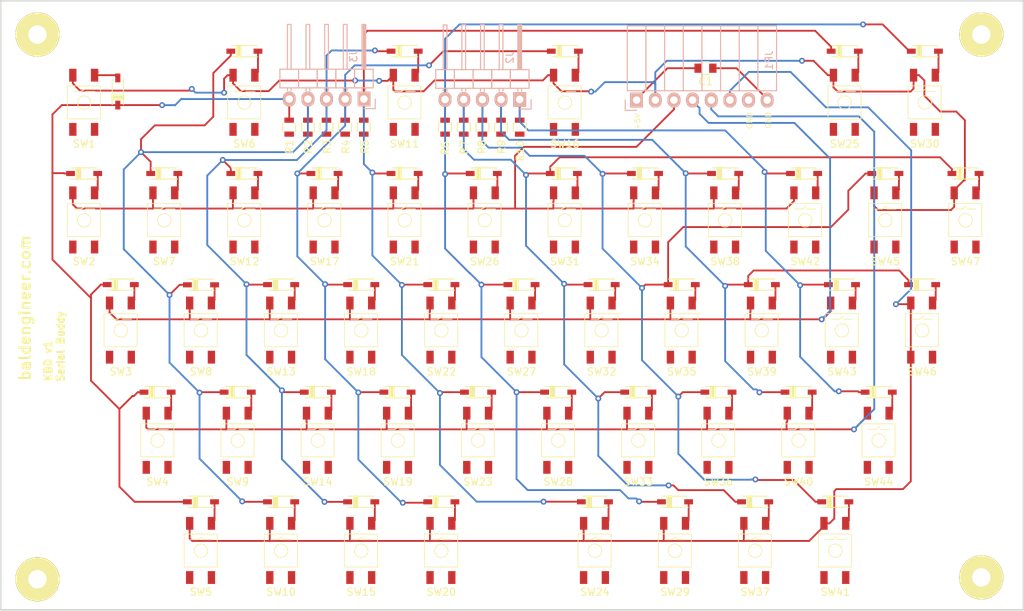
<source format=kicad_pcb>
(kicad_pcb (version 20170123) (host pcbnew "(2017-09-01 revision 8d14751)-master")

  (general
    (thickness 1.6)
    (drawings 10)
    (tracks 655)
    (zones 0)
    (modules 112)
    (nets 65)
  )

  (page USLetter)
  (layers
    (0 F.Cu signal)
    (31 B.Cu signal)
    (32 B.Adhes user)
    (33 F.Adhes user)
    (34 B.Paste user)
    (35 F.Paste user)
    (36 B.SilkS user)
    (37 F.SilkS user)
    (38 B.Mask user)
    (39 F.Mask user)
    (40 Dwgs.User user)
    (41 Cmts.User user)
    (42 Eco1.User user)
    (43 Eco2.User user)
    (44 Edge.Cuts user)
    (45 Margin user)
    (46 B.CrtYd user)
    (47 F.CrtYd user)
    (48 B.Fab user)
    (49 F.Fab user hide)
  )

  (setup
    (last_trace_width 0.25)
    (trace_clearance 0.2)
    (zone_clearance 0.254)
    (zone_45_only no)
    (trace_min 0.2)
    (segment_width 0.2)
    (edge_width 0.2)
    (via_size 0.8)
    (via_drill 0.4)
    (via_min_size 0.4)
    (via_min_drill 0.3)
    (uvia_size 0.3)
    (uvia_drill 0.1)
    (uvias_allowed no)
    (uvia_min_size 0.2)
    (uvia_min_drill 0.1)
    (pcb_text_width 0.3)
    (pcb_text_size 1.5 1.5)
    (mod_edge_width 0.15)
    (mod_text_size 1 1)
    (mod_text_width 0.15)
    (pad_size 5.99948 5.99948)
    (pad_drill 2.49936)
    (pad_to_mask_clearance 0.2)
    (aux_axis_origin 0 0)
    (visible_elements FFFFEF7F)
    (pcbplotparams
      (layerselection 0x00030_ffffffff)
      (usegerberextensions false)
      (usegerberattributes true)
      (usegerberadvancedattributes true)
      (creategerberjobfile true)
      (excludeedgelayer true)
      (linewidth 0.100000)
      (plotframeref false)
      (viasonmask false)
      (mode 1)
      (useauxorigin false)
      (hpglpennumber 1)
      (hpglpenspeed 20)
      (hpglpendiameter 15)
      (psnegative false)
      (psa4output false)
      (plotreference true)
      (plotvalue true)
      (plotinvisibletext false)
      (padsonsilk false)
      (subtractmaskfromsilk false)
      (outputformat 1)
      (mirror false)
      (drillshape 1)
      (scaleselection 1)
      (outputdirectory ""))
  )

  (net 0 "")
  (net 1 "Net-(D1-PadK)")
  (net 2 "Net-(D1-PadA)")
  (net 3 "Net-(D2-PadA)")
  (net 4 "Net-(D3-PadA)")
  (net 5 "Net-(D4-PadA)")
  (net 6 "Net-(D5-PadA)")
  (net 7 "Net-(D6-PadA)")
  (net 8 "Net-(D10-PadK)")
  (net 9 "Net-(D7-PadA)")
  (net 10 "Net-(D8-PadA)")
  (net 11 "Net-(D9-PadA)")
  (net 12 "Net-(D10-PadA)")
  (net 13 "Net-(D11-PadK)")
  (net 14 "Net-(D11-PadA)")
  (net 15 "Net-(D12-PadA)")
  (net 16 "Net-(D13-PadA)")
  (net 17 "Net-(D14-PadA)")
  (net 18 "Net-(D15-PadA)")
  (net 19 "Net-(D16-PadA)")
  (net 20 "Net-(D16-PadK)")
  (net 21 "Net-(D17-PadA)")
  (net 22 "Net-(D18-PadA)")
  (net 23 "Net-(D19-PadA)")
  (net 24 "Net-(D20-PadA)")
  (net 25 "Net-(D21-PadK)")
  (net 26 "Net-(D21-PadA)")
  (net 27 "Net-(D22-PadA)")
  (net 28 "Net-(D23-PadA)")
  (net 29 "Net-(D24-PadA)")
  (net 30 "Net-(D25-PadA)")
  (net 31 "Net-(D26-PadA)")
  (net 32 "Net-(D27-PadA)")
  (net 33 "Net-(D28-PadA)")
  (net 34 "Net-(D29-PadA)")
  (net 35 "Net-(D30-PadA)")
  (net 36 "Net-(D31-PadA)")
  (net 37 "Net-(D32-PadA)")
  (net 38 "Net-(D33-PadA)")
  (net 39 "Net-(D34-PadK)")
  (net 40 "Net-(D34-PadA)")
  (net 41 "Net-(D35-PadA)")
  (net 42 "Net-(D36-PadA)")
  (net 43 "Net-(D37-PadA)")
  (net 44 "Net-(D38-PadA)")
  (net 45 "Net-(D38-PadK)")
  (net 46 "Net-(D39-PadA)")
  (net 47 "Net-(D40-PadA)")
  (net 48 "Net-(D41-PadA)")
  (net 49 "Net-(D42-PadK)")
  (net 50 "Net-(D42-PadA)")
  (net 51 "Net-(D43-PadA)")
  (net 52 "Net-(D44-PadA)")
  (net 53 "Net-(D45-PadA)")
  (net 54 "Net-(D46-PadA)")
  (net 55 "Net-(D47-PadA)")
  (net 56 "Net-(D26-PadK)")
  (net 57 "Net-(D31-PadK)")
  (net 58 +5V)
  (net 59 GND)
  (net 60 "Net-(JP1-Pad3)")
  (net 61 "Net-(JP1-Pad4)")
  (net 62 "Net-(JP1-Pad5)")
  (net 63 "Net-(JP1-Pad6)")
  (net 64 "Net-(JP1-Pad2)")

  (net_class Default "This is the default net class."
    (clearance 0.2)
    (trace_width 0.25)
    (via_dia 0.8)
    (via_drill 0.4)
    (uvia_dia 0.3)
    (uvia_drill 0.1)
    (add_net +5V)
    (add_net GND)
    (add_net "Net-(D1-PadA)")
    (add_net "Net-(D1-PadK)")
    (add_net "Net-(D10-PadA)")
    (add_net "Net-(D10-PadK)")
    (add_net "Net-(D11-PadA)")
    (add_net "Net-(D11-PadK)")
    (add_net "Net-(D12-PadA)")
    (add_net "Net-(D13-PadA)")
    (add_net "Net-(D14-PadA)")
    (add_net "Net-(D15-PadA)")
    (add_net "Net-(D16-PadA)")
    (add_net "Net-(D16-PadK)")
    (add_net "Net-(D17-PadA)")
    (add_net "Net-(D18-PadA)")
    (add_net "Net-(D19-PadA)")
    (add_net "Net-(D2-PadA)")
    (add_net "Net-(D20-PadA)")
    (add_net "Net-(D21-PadA)")
    (add_net "Net-(D21-PadK)")
    (add_net "Net-(D22-PadA)")
    (add_net "Net-(D23-PadA)")
    (add_net "Net-(D24-PadA)")
    (add_net "Net-(D25-PadA)")
    (add_net "Net-(D26-PadA)")
    (add_net "Net-(D26-PadK)")
    (add_net "Net-(D27-PadA)")
    (add_net "Net-(D28-PadA)")
    (add_net "Net-(D29-PadA)")
    (add_net "Net-(D3-PadA)")
    (add_net "Net-(D30-PadA)")
    (add_net "Net-(D31-PadA)")
    (add_net "Net-(D31-PadK)")
    (add_net "Net-(D32-PadA)")
    (add_net "Net-(D33-PadA)")
    (add_net "Net-(D34-PadA)")
    (add_net "Net-(D34-PadK)")
    (add_net "Net-(D35-PadA)")
    (add_net "Net-(D36-PadA)")
    (add_net "Net-(D37-PadA)")
    (add_net "Net-(D38-PadA)")
    (add_net "Net-(D38-PadK)")
    (add_net "Net-(D39-PadA)")
    (add_net "Net-(D4-PadA)")
    (add_net "Net-(D40-PadA)")
    (add_net "Net-(D41-PadA)")
    (add_net "Net-(D42-PadA)")
    (add_net "Net-(D42-PadK)")
    (add_net "Net-(D43-PadA)")
    (add_net "Net-(D44-PadA)")
    (add_net "Net-(D45-PadA)")
    (add_net "Net-(D46-PadA)")
    (add_net "Net-(D47-PadA)")
    (add_net "Net-(D5-PadA)")
    (add_net "Net-(D6-PadA)")
    (add_net "Net-(D7-PadA)")
    (add_net "Net-(D8-PadA)")
    (add_net "Net-(D9-PadA)")
    (add_net "Net-(JP1-Pad2)")
    (add_net "Net-(JP1-Pad3)")
    (add_net "Net-(JP1-Pad4)")
    (add_net "Net-(JP1-Pad5)")
    (add_net "Net-(JP1-Pad6)")
  )

  (module "My Libraries:DIODE_SOD-123" (layer F.Cu) (tedit 59B32087) (tstamp 59BD48AB)
    (at 190.85499 52.325 180)
    (path /59AFB53A)
    (attr smd)
    (fp_text reference D47 (at -0.25 0) (layer Eco1.User)
      (effects (font (size 0.6 0.6) (thickness 0.1)))
    )
    (fp_text value DIODE (at 0 1.35 180) (layer Eco1.User) hide
      (effects (font (size 0.6 0.6) (thickness 0.1)))
    )
    (fp_line (start -1.778 0.762) (end -1.778 -0.762) (layer Cmts.User) (width 0.127))
    (fp_line (start 1.778 0.762) (end -1.778 0.762) (layer F.SilkS) (width 0.127))
    (fp_line (start 1.778 -0.762) (end 1.778 0.762) (layer Cmts.User) (width 0.127))
    (fp_line (start -1.778 -0.762) (end 1.778 -0.762) (layer F.SilkS) (width 0.127))
    (fp_line (start -0.99822 0.6985) (end -0.99822 -0.6985) (layer Cmts.User) (width 0.1524))
    (fp_line (start 0.99822 0.6985) (end -0.99822 0.6985) (layer Cmts.User) (width 0.1524))
    (fp_line (start 0.99822 -0.6985) (end 0.99822 0.6985) (layer Cmts.User) (width 0.1524))
    (fp_line (start -0.99822 -0.6985) (end 0.99822 -0.6985) (layer Cmts.User) (width 0.1524))
    (fp_line (start 0.508 0.762) (end 0.508 -0.762) (layer F.SilkS) (width 0.2032))
    (fp_line (start 1.016 0.762) (end 0.508 0.762) (layer F.SilkS) (width 0.2032))
    (fp_line (start 1.016 -0.762) (end 1.016 0.762) (layer F.SilkS) (width 0.2032))
    (fp_line (start 0.508 -0.762) (end 1.016 -0.762) (layer F.SilkS) (width 0.2032))
    (fp_line (start 0.889 -0.635) (end 0.889 0.635) (layer F.SilkS) (width 0.2032))
    (fp_line (start 0.762 -0.635) (end 0.889 -0.635) (layer F.SilkS) (width 0.2032))
    (fp_line (start 0.762 0.635) (end 0.762 -0.635) (layer F.SilkS) (width 0.2032))
    (fp_line (start 0.635 0.635) (end 0.762 0.635) (layer F.SilkS) (width 0.2032))
    (fp_line (start 0.635 -0.635) (end 0.635 0.635) (layer F.SilkS) (width 0.2032))
    (pad K smd rect (at 1.84912 0 180) (size 1.19888 0.6985) (layers F.Cu F.Paste F.Mask)
      (net 57 "Net-(D31-PadK)"))
    (pad A smd rect (at -1.84912 0 180) (size 1.19888 0.6985) (layers F.Cu F.Paste F.Mask)
      (net 55 "Net-(D47-PadA)"))
    (model "/Users/james/Dropbox/KiCad/Component STEP Files/SOD-123_J.stp"
      (at (xyz 0 0 0))
      (scale (xyz 1 1 1))
      (rotate (xyz 0 0 180))
    )
  )

  (module "My Libraries:DIODE_SOD-123-3D" (layer F.Cu) (tedit 59B32059) (tstamp 59BD4895)
    (at 119.49136 97.025 180)
    (path /59AFC794)
    (attr smd)
    (fp_text reference D20 (at -0.25 0) (layer Eco1.User)
      (effects (font (size 0.6 0.6) (thickness 0.1)))
    )
    (fp_text value DIODE (at 0 1.35 180) (layer Eco1.User) hide
      (effects (font (size 0.6 0.6) (thickness 0.1)))
    )
    (fp_line (start 0.635 -0.635) (end 0.635 0.635) (layer F.SilkS) (width 0.2032))
    (fp_line (start 0.635 0.635) (end 0.762 0.635) (layer F.SilkS) (width 0.2032))
    (fp_line (start 0.762 0.635) (end 0.762 -0.635) (layer F.SilkS) (width 0.2032))
    (fp_line (start 0.762 -0.635) (end 0.889 -0.635) (layer F.SilkS) (width 0.2032))
    (fp_line (start 0.889 -0.635) (end 0.889 0.635) (layer F.SilkS) (width 0.2032))
    (fp_line (start 0.508 -0.762) (end 1.016 -0.762) (layer F.SilkS) (width 0.2032))
    (fp_line (start 1.016 -0.762) (end 1.016 0.762) (layer F.SilkS) (width 0.2032))
    (fp_line (start 1.016 0.762) (end 0.508 0.762) (layer F.SilkS) (width 0.2032))
    (fp_line (start 0.508 0.762) (end 0.508 -0.762) (layer F.SilkS) (width 0.2032))
    (fp_line (start -0.99822 -0.6985) (end 0.99822 -0.6985) (layer Cmts.User) (width 0.1524))
    (fp_line (start 0.99822 -0.6985) (end 0.99822 0.6985) (layer Cmts.User) (width 0.1524))
    (fp_line (start 0.99822 0.6985) (end -0.99822 0.6985) (layer Cmts.User) (width 0.1524))
    (fp_line (start -0.99822 0.6985) (end -0.99822 -0.6985) (layer Cmts.User) (width 0.1524))
    (fp_line (start -1.778 -0.762) (end 1.778 -0.762) (layer F.SilkS) (width 0.127))
    (fp_line (start 1.778 -0.762) (end 1.778 0.762) (layer Cmts.User) (width 0.127))
    (fp_line (start 1.778 0.762) (end -1.778 0.762) (layer F.SilkS) (width 0.127))
    (fp_line (start -1.778 0.762) (end -1.778 -0.762) (layer Cmts.User) (width 0.127))
    (pad A smd rect (at -1.84912 0 180) (size 1.19888 0.6985) (layers F.Cu F.Paste F.Mask)
      (net 24 "Net-(D20-PadA)"))
    (pad K smd rect (at 1.84912 0 180) (size 1.19888 0.6985) (layers F.Cu F.Paste F.Mask)
      (net 20 "Net-(D16-PadK)"))
    (model "/Users/james/Dropbox/KiCad/Component STEP Files/SOD-123_J.stp"
      (at (xyz 0 0 0))
      (scale (xyz 1 1 1))
      (rotate (xyz 0 0 180))
    )
  )

  (module "My Libraries:DIODE_SOD-123-3D" (layer F.Cu) (tedit 59B32059) (tstamp 59BD487F)
    (at 114.49136 52.325 180)
    (path /59AFAF02)
    (attr smd)
    (fp_text reference D21 (at -0.25 0) (layer Eco1.User)
      (effects (font (size 0.6 0.6) (thickness 0.1)))
    )
    (fp_text value DIODE (at 0 1.35 180) (layer Eco1.User) hide
      (effects (font (size 0.6 0.6) (thickness 0.1)))
    )
    (fp_line (start 0.635 -0.635) (end 0.635 0.635) (layer F.SilkS) (width 0.2032))
    (fp_line (start 0.635 0.635) (end 0.762 0.635) (layer F.SilkS) (width 0.2032))
    (fp_line (start 0.762 0.635) (end 0.762 -0.635) (layer F.SilkS) (width 0.2032))
    (fp_line (start 0.762 -0.635) (end 0.889 -0.635) (layer F.SilkS) (width 0.2032))
    (fp_line (start 0.889 -0.635) (end 0.889 0.635) (layer F.SilkS) (width 0.2032))
    (fp_line (start 0.508 -0.762) (end 1.016 -0.762) (layer F.SilkS) (width 0.2032))
    (fp_line (start 1.016 -0.762) (end 1.016 0.762) (layer F.SilkS) (width 0.2032))
    (fp_line (start 1.016 0.762) (end 0.508 0.762) (layer F.SilkS) (width 0.2032))
    (fp_line (start 0.508 0.762) (end 0.508 -0.762) (layer F.SilkS) (width 0.2032))
    (fp_line (start -0.99822 -0.6985) (end 0.99822 -0.6985) (layer Cmts.User) (width 0.1524))
    (fp_line (start 0.99822 -0.6985) (end 0.99822 0.6985) (layer Cmts.User) (width 0.1524))
    (fp_line (start 0.99822 0.6985) (end -0.99822 0.6985) (layer Cmts.User) (width 0.1524))
    (fp_line (start -0.99822 0.6985) (end -0.99822 -0.6985) (layer Cmts.User) (width 0.1524))
    (fp_line (start -1.778 -0.762) (end 1.778 -0.762) (layer F.SilkS) (width 0.127))
    (fp_line (start 1.778 -0.762) (end 1.778 0.762) (layer Cmts.User) (width 0.127))
    (fp_line (start 1.778 0.762) (end -1.778 0.762) (layer F.SilkS) (width 0.127))
    (fp_line (start -1.778 0.762) (end -1.778 -0.762) (layer Cmts.User) (width 0.127))
    (pad A smd rect (at -1.84912 0 180) (size 1.19888 0.6985) (layers F.Cu F.Paste F.Mask)
      (net 26 "Net-(D21-PadA)"))
    (pad K smd rect (at 1.84912 0 180) (size 1.19888 0.6985) (layers F.Cu F.Paste F.Mask)
      (net 25 "Net-(D21-PadK)"))
    (model "/Users/james/Dropbox/KiCad/Component STEP Files/SOD-123_J.stp"
      (at (xyz 0 0 0))
      (scale (xyz 1 1 1))
      (rotate (xyz 0 0 180))
    )
  )

  (module "My Libraries:DIODE_SOD-123-3D" (layer F.Cu) (tedit 59B32059) (tstamp 59BD4869)
    (at 119.49136 67.455 180)
    (path /59AFC196)
    (attr smd)
    (fp_text reference D22 (at -0.25 0) (layer Eco1.User)
      (effects (font (size 0.6 0.6) (thickness 0.1)))
    )
    (fp_text value DIODE (at 0 1.35 180) (layer Eco1.User) hide
      (effects (font (size 0.6 0.6) (thickness 0.1)))
    )
    (fp_line (start 0.635 -0.635) (end 0.635 0.635) (layer F.SilkS) (width 0.2032))
    (fp_line (start 0.635 0.635) (end 0.762 0.635) (layer F.SilkS) (width 0.2032))
    (fp_line (start 0.762 0.635) (end 0.762 -0.635) (layer F.SilkS) (width 0.2032))
    (fp_line (start 0.762 -0.635) (end 0.889 -0.635) (layer F.SilkS) (width 0.2032))
    (fp_line (start 0.889 -0.635) (end 0.889 0.635) (layer F.SilkS) (width 0.2032))
    (fp_line (start 0.508 -0.762) (end 1.016 -0.762) (layer F.SilkS) (width 0.2032))
    (fp_line (start 1.016 -0.762) (end 1.016 0.762) (layer F.SilkS) (width 0.2032))
    (fp_line (start 1.016 0.762) (end 0.508 0.762) (layer F.SilkS) (width 0.2032))
    (fp_line (start 0.508 0.762) (end 0.508 -0.762) (layer F.SilkS) (width 0.2032))
    (fp_line (start -0.99822 -0.6985) (end 0.99822 -0.6985) (layer Cmts.User) (width 0.1524))
    (fp_line (start 0.99822 -0.6985) (end 0.99822 0.6985) (layer Cmts.User) (width 0.1524))
    (fp_line (start 0.99822 0.6985) (end -0.99822 0.6985) (layer Cmts.User) (width 0.1524))
    (fp_line (start -0.99822 0.6985) (end -0.99822 -0.6985) (layer Cmts.User) (width 0.1524))
    (fp_line (start -1.778 -0.762) (end 1.778 -0.762) (layer F.SilkS) (width 0.127))
    (fp_line (start 1.778 -0.762) (end 1.778 0.762) (layer Cmts.User) (width 0.127))
    (fp_line (start 1.778 0.762) (end -1.778 0.762) (layer F.SilkS) (width 0.127))
    (fp_line (start -1.778 0.762) (end -1.778 -0.762) (layer Cmts.User) (width 0.127))
    (pad A smd rect (at -1.84912 0 180) (size 1.19888 0.6985) (layers F.Cu F.Paste F.Mask)
      (net 27 "Net-(D22-PadA)"))
    (pad K smd rect (at 1.84912 0 180) (size 1.19888 0.6985) (layers F.Cu F.Paste F.Mask)
      (net 25 "Net-(D21-PadK)"))
    (model "/Users/james/Dropbox/KiCad/Component STEP Files/SOD-123_J.stp"
      (at (xyz 0 0 0))
      (scale (xyz 1 1 1))
      (rotate (xyz 0 0 180))
    )
  )

  (module "My Libraries:DIODE_SOD-123-3D" (layer F.Cu) (tedit 59B32059) (tstamp 59BD4853)
    (at 124.49136 82.1 180)
    (path /59AFC573)
    (attr smd)
    (fp_text reference D23 (at -0.25 0) (layer Eco1.User)
      (effects (font (size 0.6 0.6) (thickness 0.1)))
    )
    (fp_text value DIODE (at 0 1.35 180) (layer Eco1.User) hide
      (effects (font (size 0.6 0.6) (thickness 0.1)))
    )
    (fp_line (start 0.635 -0.635) (end 0.635 0.635) (layer F.SilkS) (width 0.2032))
    (fp_line (start 0.635 0.635) (end 0.762 0.635) (layer F.SilkS) (width 0.2032))
    (fp_line (start 0.762 0.635) (end 0.762 -0.635) (layer F.SilkS) (width 0.2032))
    (fp_line (start 0.762 -0.635) (end 0.889 -0.635) (layer F.SilkS) (width 0.2032))
    (fp_line (start 0.889 -0.635) (end 0.889 0.635) (layer F.SilkS) (width 0.2032))
    (fp_line (start 0.508 -0.762) (end 1.016 -0.762) (layer F.SilkS) (width 0.2032))
    (fp_line (start 1.016 -0.762) (end 1.016 0.762) (layer F.SilkS) (width 0.2032))
    (fp_line (start 1.016 0.762) (end 0.508 0.762) (layer F.SilkS) (width 0.2032))
    (fp_line (start 0.508 0.762) (end 0.508 -0.762) (layer F.SilkS) (width 0.2032))
    (fp_line (start -0.99822 -0.6985) (end 0.99822 -0.6985) (layer Cmts.User) (width 0.1524))
    (fp_line (start 0.99822 -0.6985) (end 0.99822 0.6985) (layer Cmts.User) (width 0.1524))
    (fp_line (start 0.99822 0.6985) (end -0.99822 0.6985) (layer Cmts.User) (width 0.1524))
    (fp_line (start -0.99822 0.6985) (end -0.99822 -0.6985) (layer Cmts.User) (width 0.1524))
    (fp_line (start -1.778 -0.762) (end 1.778 -0.762) (layer F.SilkS) (width 0.127))
    (fp_line (start 1.778 -0.762) (end 1.778 0.762) (layer Cmts.User) (width 0.127))
    (fp_line (start 1.778 0.762) (end -1.778 0.762) (layer F.SilkS) (width 0.127))
    (fp_line (start -1.778 0.762) (end -1.778 -0.762) (layer Cmts.User) (width 0.127))
    (pad A smd rect (at -1.84912 0 180) (size 1.19888 0.6985) (layers F.Cu F.Paste F.Mask)
      (net 28 "Net-(D23-PadA)"))
    (pad K smd rect (at 1.84912 0 180) (size 1.19888 0.6985) (layers F.Cu F.Paste F.Mask)
      (net 25 "Net-(D21-PadK)"))
    (model "/Users/james/Dropbox/KiCad/Component STEP Files/SOD-123_J.stp"
      (at (xyz 0 0 0))
      (scale (xyz 1 1 1))
      (rotate (xyz 0 0 180))
    )
  )

  (module "My Libraries:DIODE_SOD-123-3D" (layer F.Cu) (tedit 59B32059) (tstamp 59BD483D)
    (at 140.40045 97.025 180)
    (path /59AFC79A)
    (attr smd)
    (fp_text reference D24 (at -0.25 0) (layer Eco1.User)
      (effects (font (size 0.6 0.6) (thickness 0.1)))
    )
    (fp_text value DIODE (at 0 1.35 180) (layer Eco1.User) hide
      (effects (font (size 0.6 0.6) (thickness 0.1)))
    )
    (fp_line (start 0.635 -0.635) (end 0.635 0.635) (layer F.SilkS) (width 0.2032))
    (fp_line (start 0.635 0.635) (end 0.762 0.635) (layer F.SilkS) (width 0.2032))
    (fp_line (start 0.762 0.635) (end 0.762 -0.635) (layer F.SilkS) (width 0.2032))
    (fp_line (start 0.762 -0.635) (end 0.889 -0.635) (layer F.SilkS) (width 0.2032))
    (fp_line (start 0.889 -0.635) (end 0.889 0.635) (layer F.SilkS) (width 0.2032))
    (fp_line (start 0.508 -0.762) (end 1.016 -0.762) (layer F.SilkS) (width 0.2032))
    (fp_line (start 1.016 -0.762) (end 1.016 0.762) (layer F.SilkS) (width 0.2032))
    (fp_line (start 1.016 0.762) (end 0.508 0.762) (layer F.SilkS) (width 0.2032))
    (fp_line (start 0.508 0.762) (end 0.508 -0.762) (layer F.SilkS) (width 0.2032))
    (fp_line (start -0.99822 -0.6985) (end 0.99822 -0.6985) (layer Cmts.User) (width 0.1524))
    (fp_line (start 0.99822 -0.6985) (end 0.99822 0.6985) (layer Cmts.User) (width 0.1524))
    (fp_line (start 0.99822 0.6985) (end -0.99822 0.6985) (layer Cmts.User) (width 0.1524))
    (fp_line (start -0.99822 0.6985) (end -0.99822 -0.6985) (layer Cmts.User) (width 0.1524))
    (fp_line (start -1.778 -0.762) (end 1.778 -0.762) (layer F.SilkS) (width 0.127))
    (fp_line (start 1.778 -0.762) (end 1.778 0.762) (layer Cmts.User) (width 0.127))
    (fp_line (start 1.778 0.762) (end -1.778 0.762) (layer F.SilkS) (width 0.127))
    (fp_line (start -1.778 0.762) (end -1.778 -0.762) (layer Cmts.User) (width 0.127))
    (pad A smd rect (at -1.84912 0 180) (size 1.19888 0.6985) (layers F.Cu F.Paste F.Mask)
      (net 29 "Net-(D24-PadA)"))
    (pad K smd rect (at 1.84912 0 180) (size 1.19888 0.6985) (layers F.Cu F.Paste F.Mask)
      (net 25 "Net-(D21-PadK)"))
    (model "/Users/james/Dropbox/KiCad/Component STEP Files/SOD-123_J.stp"
      (at (xyz 0 0 0))
      (scale (xyz 1 1 1))
      (rotate (xyz 0 0 180))
    )
  )

  (module "My Libraries:DIODE_SOD-123-3D" (layer F.Cu) (tedit 59B32059) (tstamp 59BD4827)
    (at 174.41636 35.675 180)
    (path /59AFCA57)
    (attr smd)
    (fp_text reference D25 (at -0.25 0) (layer Eco1.User)
      (effects (font (size 0.6 0.6) (thickness 0.1)))
    )
    (fp_text value DIODE (at 0 1.35 180) (layer Eco1.User) hide
      (effects (font (size 0.6 0.6) (thickness 0.1)))
    )
    (fp_line (start 0.635 -0.635) (end 0.635 0.635) (layer F.SilkS) (width 0.2032))
    (fp_line (start 0.635 0.635) (end 0.762 0.635) (layer F.SilkS) (width 0.2032))
    (fp_line (start 0.762 0.635) (end 0.762 -0.635) (layer F.SilkS) (width 0.2032))
    (fp_line (start 0.762 -0.635) (end 0.889 -0.635) (layer F.SilkS) (width 0.2032))
    (fp_line (start 0.889 -0.635) (end 0.889 0.635) (layer F.SilkS) (width 0.2032))
    (fp_line (start 0.508 -0.762) (end 1.016 -0.762) (layer F.SilkS) (width 0.2032))
    (fp_line (start 1.016 -0.762) (end 1.016 0.762) (layer F.SilkS) (width 0.2032))
    (fp_line (start 1.016 0.762) (end 0.508 0.762) (layer F.SilkS) (width 0.2032))
    (fp_line (start 0.508 0.762) (end 0.508 -0.762) (layer F.SilkS) (width 0.2032))
    (fp_line (start -0.99822 -0.6985) (end 0.99822 -0.6985) (layer Cmts.User) (width 0.1524))
    (fp_line (start 0.99822 -0.6985) (end 0.99822 0.6985) (layer Cmts.User) (width 0.1524))
    (fp_line (start 0.99822 0.6985) (end -0.99822 0.6985) (layer Cmts.User) (width 0.1524))
    (fp_line (start -0.99822 0.6985) (end -0.99822 -0.6985) (layer Cmts.User) (width 0.1524))
    (fp_line (start -1.778 -0.762) (end 1.778 -0.762) (layer F.SilkS) (width 0.127))
    (fp_line (start 1.778 -0.762) (end 1.778 0.762) (layer Cmts.User) (width 0.127))
    (fp_line (start 1.778 0.762) (end -1.778 0.762) (layer F.SilkS) (width 0.127))
    (fp_line (start -1.778 0.762) (end -1.778 -0.762) (layer Cmts.User) (width 0.127))
    (pad A smd rect (at -1.84912 0 180) (size 1.19888 0.6985) (layers F.Cu F.Paste F.Mask)
      (net 30 "Net-(D25-PadA)"))
    (pad K smd rect (at 1.84912 0 180) (size 1.19888 0.6985) (layers F.Cu F.Paste F.Mask)
      (net 25 "Net-(D21-PadK)"))
    (model "/Users/james/Dropbox/KiCad/Component STEP Files/SOD-123_J.stp"
      (at (xyz 0 0 0))
      (scale (xyz 1 1 1))
      (rotate (xyz 0 0 180))
    )
  )

  (module "My Libraries:DIODE_SOD-123-3D" (layer F.Cu) (tedit 59B32059) (tstamp 59BD4811)
    (at 125.26676 52.325 180)
    (path /59AFAFB9)
    (attr smd)
    (fp_text reference D26 (at -0.25 0) (layer Eco1.User)
      (effects (font (size 0.6 0.6) (thickness 0.1)))
    )
    (fp_text value DIODE (at 0 1.35 180) (layer Eco1.User) hide
      (effects (font (size 0.6 0.6) (thickness 0.1)))
    )
    (fp_line (start 0.635 -0.635) (end 0.635 0.635) (layer F.SilkS) (width 0.2032))
    (fp_line (start 0.635 0.635) (end 0.762 0.635) (layer F.SilkS) (width 0.2032))
    (fp_line (start 0.762 0.635) (end 0.762 -0.635) (layer F.SilkS) (width 0.2032))
    (fp_line (start 0.762 -0.635) (end 0.889 -0.635) (layer F.SilkS) (width 0.2032))
    (fp_line (start 0.889 -0.635) (end 0.889 0.635) (layer F.SilkS) (width 0.2032))
    (fp_line (start 0.508 -0.762) (end 1.016 -0.762) (layer F.SilkS) (width 0.2032))
    (fp_line (start 1.016 -0.762) (end 1.016 0.762) (layer F.SilkS) (width 0.2032))
    (fp_line (start 1.016 0.762) (end 0.508 0.762) (layer F.SilkS) (width 0.2032))
    (fp_line (start 0.508 0.762) (end 0.508 -0.762) (layer F.SilkS) (width 0.2032))
    (fp_line (start -0.99822 -0.6985) (end 0.99822 -0.6985) (layer Cmts.User) (width 0.1524))
    (fp_line (start 0.99822 -0.6985) (end 0.99822 0.6985) (layer Cmts.User) (width 0.1524))
    (fp_line (start 0.99822 0.6985) (end -0.99822 0.6985) (layer Cmts.User) (width 0.1524))
    (fp_line (start -0.99822 0.6985) (end -0.99822 -0.6985) (layer Cmts.User) (width 0.1524))
    (fp_line (start -1.778 -0.762) (end 1.778 -0.762) (layer F.SilkS) (width 0.127))
    (fp_line (start 1.778 -0.762) (end 1.778 0.762) (layer Cmts.User) (width 0.127))
    (fp_line (start 1.778 0.762) (end -1.778 0.762) (layer F.SilkS) (width 0.127))
    (fp_line (start -1.778 0.762) (end -1.778 -0.762) (layer Cmts.User) (width 0.127))
    (pad A smd rect (at -1.84912 0 180) (size 1.19888 0.6985) (layers F.Cu F.Paste F.Mask)
      (net 31 "Net-(D26-PadA)"))
    (pad K smd rect (at 1.84912 0 180) (size 1.19888 0.6985) (layers F.Cu F.Paste F.Mask)
      (net 56 "Net-(D26-PadK)"))
    (model "/Users/james/Dropbox/KiCad/Component STEP Files/SOD-123_J.stp"
      (at (xyz 0 0 0))
      (scale (xyz 1 1 1))
      (rotate (xyz 0 0 180))
    )
  )

  (module "My Libraries:DIODE_SOD-123-3D" (layer F.Cu) (tedit 59B32059) (tstamp 59BD47FB)
    (at 130.40045 67.455 180)
    (path /59AFC19C)
    (attr smd)
    (fp_text reference D27 (at -0.25 0) (layer Eco1.User)
      (effects (font (size 0.6 0.6) (thickness 0.1)))
    )
    (fp_text value DIODE (at 0 1.35 180) (layer Eco1.User) hide
      (effects (font (size 0.6 0.6) (thickness 0.1)))
    )
    (fp_line (start 0.635 -0.635) (end 0.635 0.635) (layer F.SilkS) (width 0.2032))
    (fp_line (start 0.635 0.635) (end 0.762 0.635) (layer F.SilkS) (width 0.2032))
    (fp_line (start 0.762 0.635) (end 0.762 -0.635) (layer F.SilkS) (width 0.2032))
    (fp_line (start 0.762 -0.635) (end 0.889 -0.635) (layer F.SilkS) (width 0.2032))
    (fp_line (start 0.889 -0.635) (end 0.889 0.635) (layer F.SilkS) (width 0.2032))
    (fp_line (start 0.508 -0.762) (end 1.016 -0.762) (layer F.SilkS) (width 0.2032))
    (fp_line (start 1.016 -0.762) (end 1.016 0.762) (layer F.SilkS) (width 0.2032))
    (fp_line (start 1.016 0.762) (end 0.508 0.762) (layer F.SilkS) (width 0.2032))
    (fp_line (start 0.508 0.762) (end 0.508 -0.762) (layer F.SilkS) (width 0.2032))
    (fp_line (start -0.99822 -0.6985) (end 0.99822 -0.6985) (layer Cmts.User) (width 0.1524))
    (fp_line (start 0.99822 -0.6985) (end 0.99822 0.6985) (layer Cmts.User) (width 0.1524))
    (fp_line (start 0.99822 0.6985) (end -0.99822 0.6985) (layer Cmts.User) (width 0.1524))
    (fp_line (start -0.99822 0.6985) (end -0.99822 -0.6985) (layer Cmts.User) (width 0.1524))
    (fp_line (start -1.778 -0.762) (end 1.778 -0.762) (layer F.SilkS) (width 0.127))
    (fp_line (start 1.778 -0.762) (end 1.778 0.762) (layer Cmts.User) (width 0.127))
    (fp_line (start 1.778 0.762) (end -1.778 0.762) (layer F.SilkS) (width 0.127))
    (fp_line (start -1.778 0.762) (end -1.778 -0.762) (layer Cmts.User) (width 0.127))
    (pad A smd rect (at -1.84912 0 180) (size 1.19888 0.6985) (layers F.Cu F.Paste F.Mask)
      (net 32 "Net-(D27-PadA)"))
    (pad K smd rect (at 1.84912 0 180) (size 1.19888 0.6985) (layers F.Cu F.Paste F.Mask)
      (net 56 "Net-(D26-PadK)"))
    (model "/Users/james/Dropbox/KiCad/Component STEP Files/SOD-123_J.stp"
      (at (xyz 0 0 0))
      (scale (xyz 1 1 1))
      (rotate (xyz 0 0 180))
    )
  )

  (module "My Libraries:DIODE_SOD-123-3D" (layer F.Cu) (tedit 59B32059) (tstamp 59BD47E5)
    (at 135.40045 82.1 180)
    (path /59AFC579)
    (attr smd)
    (fp_text reference D28 (at -0.25 0) (layer Eco1.User)
      (effects (font (size 0.6 0.6) (thickness 0.1)))
    )
    (fp_text value DIODE (at 0 1.35 180) (layer Eco1.User) hide
      (effects (font (size 0.6 0.6) (thickness 0.1)))
    )
    (fp_line (start 0.635 -0.635) (end 0.635 0.635) (layer F.SilkS) (width 0.2032))
    (fp_line (start 0.635 0.635) (end 0.762 0.635) (layer F.SilkS) (width 0.2032))
    (fp_line (start 0.762 0.635) (end 0.762 -0.635) (layer F.SilkS) (width 0.2032))
    (fp_line (start 0.762 -0.635) (end 0.889 -0.635) (layer F.SilkS) (width 0.2032))
    (fp_line (start 0.889 -0.635) (end 0.889 0.635) (layer F.SilkS) (width 0.2032))
    (fp_line (start 0.508 -0.762) (end 1.016 -0.762) (layer F.SilkS) (width 0.2032))
    (fp_line (start 1.016 -0.762) (end 1.016 0.762) (layer F.SilkS) (width 0.2032))
    (fp_line (start 1.016 0.762) (end 0.508 0.762) (layer F.SilkS) (width 0.2032))
    (fp_line (start 0.508 0.762) (end 0.508 -0.762) (layer F.SilkS) (width 0.2032))
    (fp_line (start -0.99822 -0.6985) (end 0.99822 -0.6985) (layer Cmts.User) (width 0.1524))
    (fp_line (start 0.99822 -0.6985) (end 0.99822 0.6985) (layer Cmts.User) (width 0.1524))
    (fp_line (start 0.99822 0.6985) (end -0.99822 0.6985) (layer Cmts.User) (width 0.1524))
    (fp_line (start -0.99822 0.6985) (end -0.99822 -0.6985) (layer Cmts.User) (width 0.1524))
    (fp_line (start -1.778 -0.762) (end 1.778 -0.762) (layer F.SilkS) (width 0.127))
    (fp_line (start 1.778 -0.762) (end 1.778 0.762) (layer Cmts.User) (width 0.127))
    (fp_line (start 1.778 0.762) (end -1.778 0.762) (layer F.SilkS) (width 0.127))
    (fp_line (start -1.778 0.762) (end -1.778 -0.762) (layer Cmts.User) (width 0.127))
    (pad A smd rect (at -1.84912 0 180) (size 1.19888 0.6985) (layers F.Cu F.Paste F.Mask)
      (net 33 "Net-(D28-PadA)"))
    (pad K smd rect (at 1.84912 0 180) (size 1.19888 0.6985) (layers F.Cu F.Paste F.Mask)
      (net 56 "Net-(D26-PadK)"))
    (model "/Users/james/Dropbox/KiCad/Component STEP Files/SOD-123_J.stp"
      (at (xyz 0 0 0))
      (scale (xyz 1 1 1))
      (rotate (xyz 0 0 180))
    )
  )

  (module "My Libraries:DIODE_SOD-123-3D" (layer F.Cu) (tedit 59B32059) (tstamp 59BD47CF)
    (at 151.30954 97.025 180)
    (path /59AFC7A0)
    (attr smd)
    (fp_text reference D29 (at -0.25 0) (layer Eco1.User)
      (effects (font (size 0.6 0.6) (thickness 0.1)))
    )
    (fp_text value DIODE (at 0 1.35 180) (layer Eco1.User) hide
      (effects (font (size 0.6 0.6) (thickness 0.1)))
    )
    (fp_line (start 0.635 -0.635) (end 0.635 0.635) (layer F.SilkS) (width 0.2032))
    (fp_line (start 0.635 0.635) (end 0.762 0.635) (layer F.SilkS) (width 0.2032))
    (fp_line (start 0.762 0.635) (end 0.762 -0.635) (layer F.SilkS) (width 0.2032))
    (fp_line (start 0.762 -0.635) (end 0.889 -0.635) (layer F.SilkS) (width 0.2032))
    (fp_line (start 0.889 -0.635) (end 0.889 0.635) (layer F.SilkS) (width 0.2032))
    (fp_line (start 0.508 -0.762) (end 1.016 -0.762) (layer F.SilkS) (width 0.2032))
    (fp_line (start 1.016 -0.762) (end 1.016 0.762) (layer F.SilkS) (width 0.2032))
    (fp_line (start 1.016 0.762) (end 0.508 0.762) (layer F.SilkS) (width 0.2032))
    (fp_line (start 0.508 0.762) (end 0.508 -0.762) (layer F.SilkS) (width 0.2032))
    (fp_line (start -0.99822 -0.6985) (end 0.99822 -0.6985) (layer Cmts.User) (width 0.1524))
    (fp_line (start 0.99822 -0.6985) (end 0.99822 0.6985) (layer Cmts.User) (width 0.1524))
    (fp_line (start 0.99822 0.6985) (end -0.99822 0.6985) (layer Cmts.User) (width 0.1524))
    (fp_line (start -0.99822 0.6985) (end -0.99822 -0.6985) (layer Cmts.User) (width 0.1524))
    (fp_line (start -1.778 -0.762) (end 1.778 -0.762) (layer F.SilkS) (width 0.127))
    (fp_line (start 1.778 -0.762) (end 1.778 0.762) (layer Cmts.User) (width 0.127))
    (fp_line (start 1.778 0.762) (end -1.778 0.762) (layer F.SilkS) (width 0.127))
    (fp_line (start -1.778 0.762) (end -1.778 -0.762) (layer Cmts.User) (width 0.127))
    (pad A smd rect (at -1.84912 0 180) (size 1.19888 0.6985) (layers F.Cu F.Paste F.Mask)
      (net 34 "Net-(D29-PadA)"))
    (pad K smd rect (at 1.84912 0 180) (size 1.19888 0.6985) (layers F.Cu F.Paste F.Mask)
      (net 56 "Net-(D26-PadK)"))
    (model "/Users/james/Dropbox/KiCad/Component STEP Files/SOD-123_J.stp"
      (at (xyz 0 0 0))
      (scale (xyz 1 1 1))
      (rotate (xyz 0 0 180))
    )
  )

  (module "My Libraries:DIODE_SOD-123-3D" (layer F.Cu) (tedit 59B32059) (tstamp 59BD47B9)
    (at 185.32545 35.675 180)
    (path /59AFCA5D)
    (attr smd)
    (fp_text reference D30 (at -0.25 0) (layer Eco1.User)
      (effects (font (size 0.6 0.6) (thickness 0.1)))
    )
    (fp_text value DIODE (at 0 1.35 180) (layer Eco1.User) hide
      (effects (font (size 0.6 0.6) (thickness 0.1)))
    )
    (fp_line (start 0.635 -0.635) (end 0.635 0.635) (layer F.SilkS) (width 0.2032))
    (fp_line (start 0.635 0.635) (end 0.762 0.635) (layer F.SilkS) (width 0.2032))
    (fp_line (start 0.762 0.635) (end 0.762 -0.635) (layer F.SilkS) (width 0.2032))
    (fp_line (start 0.762 -0.635) (end 0.889 -0.635) (layer F.SilkS) (width 0.2032))
    (fp_line (start 0.889 -0.635) (end 0.889 0.635) (layer F.SilkS) (width 0.2032))
    (fp_line (start 0.508 -0.762) (end 1.016 -0.762) (layer F.SilkS) (width 0.2032))
    (fp_line (start 1.016 -0.762) (end 1.016 0.762) (layer F.SilkS) (width 0.2032))
    (fp_line (start 1.016 0.762) (end 0.508 0.762) (layer F.SilkS) (width 0.2032))
    (fp_line (start 0.508 0.762) (end 0.508 -0.762) (layer F.SilkS) (width 0.2032))
    (fp_line (start -0.99822 -0.6985) (end 0.99822 -0.6985) (layer Cmts.User) (width 0.1524))
    (fp_line (start 0.99822 -0.6985) (end 0.99822 0.6985) (layer Cmts.User) (width 0.1524))
    (fp_line (start 0.99822 0.6985) (end -0.99822 0.6985) (layer Cmts.User) (width 0.1524))
    (fp_line (start -0.99822 0.6985) (end -0.99822 -0.6985) (layer Cmts.User) (width 0.1524))
    (fp_line (start -1.778 -0.762) (end 1.778 -0.762) (layer F.SilkS) (width 0.127))
    (fp_line (start 1.778 -0.762) (end 1.778 0.762) (layer Cmts.User) (width 0.127))
    (fp_line (start 1.778 0.762) (end -1.778 0.762) (layer F.SilkS) (width 0.127))
    (fp_line (start -1.778 0.762) (end -1.778 -0.762) (layer Cmts.User) (width 0.127))
    (pad A smd rect (at -1.84912 0 180) (size 1.19888 0.6985) (layers F.Cu F.Paste F.Mask)
      (net 35 "Net-(D30-PadA)"))
    (pad K smd rect (at 1.84912 0 180) (size 1.19888 0.6985) (layers F.Cu F.Paste F.Mask)
      (net 56 "Net-(D26-PadK)"))
    (model "/Users/james/Dropbox/KiCad/Component STEP Files/SOD-123_J.stp"
      (at (xyz 0 0 0))
      (scale (xyz 1 1 1))
      (rotate (xyz 0 0 180))
    )
  )

  (module "My Libraries:DIODE_SOD-123-3D" (layer F.Cu) (tedit 59B32059) (tstamp 59BD47A3)
    (at 136.169112 52.325 180)
    (path /59AFB165)
    (attr smd)
    (fp_text reference D31 (at -0.25 0) (layer Eco1.User)
      (effects (font (size 0.6 0.6) (thickness 0.1)))
    )
    (fp_text value DIODE (at 0 1.35 180) (layer Eco1.User) hide
      (effects (font (size 0.6 0.6) (thickness 0.1)))
    )
    (fp_line (start 0.635 -0.635) (end 0.635 0.635) (layer F.SilkS) (width 0.2032))
    (fp_line (start 0.635 0.635) (end 0.762 0.635) (layer F.SilkS) (width 0.2032))
    (fp_line (start 0.762 0.635) (end 0.762 -0.635) (layer F.SilkS) (width 0.2032))
    (fp_line (start 0.762 -0.635) (end 0.889 -0.635) (layer F.SilkS) (width 0.2032))
    (fp_line (start 0.889 -0.635) (end 0.889 0.635) (layer F.SilkS) (width 0.2032))
    (fp_line (start 0.508 -0.762) (end 1.016 -0.762) (layer F.SilkS) (width 0.2032))
    (fp_line (start 1.016 -0.762) (end 1.016 0.762) (layer F.SilkS) (width 0.2032))
    (fp_line (start 1.016 0.762) (end 0.508 0.762) (layer F.SilkS) (width 0.2032))
    (fp_line (start 0.508 0.762) (end 0.508 -0.762) (layer F.SilkS) (width 0.2032))
    (fp_line (start -0.99822 -0.6985) (end 0.99822 -0.6985) (layer Cmts.User) (width 0.1524))
    (fp_line (start 0.99822 -0.6985) (end 0.99822 0.6985) (layer Cmts.User) (width 0.1524))
    (fp_line (start 0.99822 0.6985) (end -0.99822 0.6985) (layer Cmts.User) (width 0.1524))
    (fp_line (start -0.99822 0.6985) (end -0.99822 -0.6985) (layer Cmts.User) (width 0.1524))
    (fp_line (start -1.778 -0.762) (end 1.778 -0.762) (layer F.SilkS) (width 0.127))
    (fp_line (start 1.778 -0.762) (end 1.778 0.762) (layer Cmts.User) (width 0.127))
    (fp_line (start 1.778 0.762) (end -1.778 0.762) (layer F.SilkS) (width 0.127))
    (fp_line (start -1.778 0.762) (end -1.778 -0.762) (layer Cmts.User) (width 0.127))
    (pad A smd rect (at -1.84912 0 180) (size 1.19888 0.6985) (layers F.Cu F.Paste F.Mask)
      (net 36 "Net-(D31-PadA)"))
    (pad K smd rect (at 1.84912 0 180) (size 1.19888 0.6985) (layers F.Cu F.Paste F.Mask)
      (net 57 "Net-(D31-PadK)"))
    (model "/Users/james/Dropbox/KiCad/Component STEP Files/SOD-123_J.stp"
      (at (xyz 0 0 0))
      (scale (xyz 1 1 1))
      (rotate (xyz 0 0 180))
    )
  )

  (module "My Libraries:DIODE_SOD-123-3D" (layer F.Cu) (tedit 59B32059) (tstamp 59BD478D)
    (at 141.30954 67.455 180)
    (path /59AFC1A2)
    (attr smd)
    (fp_text reference D32 (at -0.25 0) (layer Eco1.User)
      (effects (font (size 0.6 0.6) (thickness 0.1)))
    )
    (fp_text value DIODE (at 0 1.35 180) (layer Eco1.User) hide
      (effects (font (size 0.6 0.6) (thickness 0.1)))
    )
    (fp_line (start 0.635 -0.635) (end 0.635 0.635) (layer F.SilkS) (width 0.2032))
    (fp_line (start 0.635 0.635) (end 0.762 0.635) (layer F.SilkS) (width 0.2032))
    (fp_line (start 0.762 0.635) (end 0.762 -0.635) (layer F.SilkS) (width 0.2032))
    (fp_line (start 0.762 -0.635) (end 0.889 -0.635) (layer F.SilkS) (width 0.2032))
    (fp_line (start 0.889 -0.635) (end 0.889 0.635) (layer F.SilkS) (width 0.2032))
    (fp_line (start 0.508 -0.762) (end 1.016 -0.762) (layer F.SilkS) (width 0.2032))
    (fp_line (start 1.016 -0.762) (end 1.016 0.762) (layer F.SilkS) (width 0.2032))
    (fp_line (start 1.016 0.762) (end 0.508 0.762) (layer F.SilkS) (width 0.2032))
    (fp_line (start 0.508 0.762) (end 0.508 -0.762) (layer F.SilkS) (width 0.2032))
    (fp_line (start -0.99822 -0.6985) (end 0.99822 -0.6985) (layer Cmts.User) (width 0.1524))
    (fp_line (start 0.99822 -0.6985) (end 0.99822 0.6985) (layer Cmts.User) (width 0.1524))
    (fp_line (start 0.99822 0.6985) (end -0.99822 0.6985) (layer Cmts.User) (width 0.1524))
    (fp_line (start -0.99822 0.6985) (end -0.99822 -0.6985) (layer Cmts.User) (width 0.1524))
    (fp_line (start -1.778 -0.762) (end 1.778 -0.762) (layer F.SilkS) (width 0.127))
    (fp_line (start 1.778 -0.762) (end 1.778 0.762) (layer Cmts.User) (width 0.127))
    (fp_line (start 1.778 0.762) (end -1.778 0.762) (layer F.SilkS) (width 0.127))
    (fp_line (start -1.778 0.762) (end -1.778 -0.762) (layer Cmts.User) (width 0.127))
    (pad A smd rect (at -1.84912 0 180) (size 1.19888 0.6985) (layers F.Cu F.Paste F.Mask)
      (net 37 "Net-(D32-PadA)"))
    (pad K smd rect (at 1.84912 0 180) (size 1.19888 0.6985) (layers F.Cu F.Paste F.Mask)
      (net 57 "Net-(D31-PadK)"))
    (model "/Users/james/Dropbox/KiCad/Component STEP Files/SOD-123_J.stp"
      (at (xyz 0 0 0))
      (scale (xyz 1 1 1))
      (rotate (xyz 0 0 180))
    )
  )

  (module "My Libraries:DIODE_SOD-123-3D" (layer F.Cu) (tedit 59B32059) (tstamp 59BD4777)
    (at 146.30954 82.1 180)
    (path /59AFC57F)
    (attr smd)
    (fp_text reference D33 (at -0.25 0) (layer Eco1.User)
      (effects (font (size 0.6 0.6) (thickness 0.1)))
    )
    (fp_text value DIODE (at 0 1.35 180) (layer Eco1.User) hide
      (effects (font (size 0.6 0.6) (thickness 0.1)))
    )
    (fp_line (start 0.635 -0.635) (end 0.635 0.635) (layer F.SilkS) (width 0.2032))
    (fp_line (start 0.635 0.635) (end 0.762 0.635) (layer F.SilkS) (width 0.2032))
    (fp_line (start 0.762 0.635) (end 0.762 -0.635) (layer F.SilkS) (width 0.2032))
    (fp_line (start 0.762 -0.635) (end 0.889 -0.635) (layer F.SilkS) (width 0.2032))
    (fp_line (start 0.889 -0.635) (end 0.889 0.635) (layer F.SilkS) (width 0.2032))
    (fp_line (start 0.508 -0.762) (end 1.016 -0.762) (layer F.SilkS) (width 0.2032))
    (fp_line (start 1.016 -0.762) (end 1.016 0.762) (layer F.SilkS) (width 0.2032))
    (fp_line (start 1.016 0.762) (end 0.508 0.762) (layer F.SilkS) (width 0.2032))
    (fp_line (start 0.508 0.762) (end 0.508 -0.762) (layer F.SilkS) (width 0.2032))
    (fp_line (start -0.99822 -0.6985) (end 0.99822 -0.6985) (layer Cmts.User) (width 0.1524))
    (fp_line (start 0.99822 -0.6985) (end 0.99822 0.6985) (layer Cmts.User) (width 0.1524))
    (fp_line (start 0.99822 0.6985) (end -0.99822 0.6985) (layer Cmts.User) (width 0.1524))
    (fp_line (start -0.99822 0.6985) (end -0.99822 -0.6985) (layer Cmts.User) (width 0.1524))
    (fp_line (start -1.778 -0.762) (end 1.778 -0.762) (layer F.SilkS) (width 0.127))
    (fp_line (start 1.778 -0.762) (end 1.778 0.762) (layer Cmts.User) (width 0.127))
    (fp_line (start 1.778 0.762) (end -1.778 0.762) (layer F.SilkS) (width 0.127))
    (fp_line (start -1.778 0.762) (end -1.778 -0.762) (layer Cmts.User) (width 0.127))
    (pad A smd rect (at -1.84912 0 180) (size 1.19888 0.6985) (layers F.Cu F.Paste F.Mask)
      (net 38 "Net-(D33-PadA)"))
    (pad K smd rect (at 1.84912 0 180) (size 1.19888 0.6985) (layers F.Cu F.Paste F.Mask)
      (net 57 "Net-(D31-PadK)"))
    (model "/Users/james/Dropbox/KiCad/Component STEP Files/SOD-123_J.stp"
      (at (xyz 0 0 0))
      (scale (xyz 1 1 1))
      (rotate (xyz 0 0 180))
    )
  )

  (module "My Libraries:DIODE_SOD-123-3D" (layer F.Cu) (tedit 59B32059) (tstamp 59BD4761)
    (at 147.21863 52.325 180)
    (path /59AFB21E)
    (attr smd)
    (fp_text reference D34 (at -0.25 0) (layer Eco1.User)
      (effects (font (size 0.6 0.6) (thickness 0.1)))
    )
    (fp_text value DIODE (at 0 1.35 180) (layer Eco1.User) hide
      (effects (font (size 0.6 0.6) (thickness 0.1)))
    )
    (fp_line (start 0.635 -0.635) (end 0.635 0.635) (layer F.SilkS) (width 0.2032))
    (fp_line (start 0.635 0.635) (end 0.762 0.635) (layer F.SilkS) (width 0.2032))
    (fp_line (start 0.762 0.635) (end 0.762 -0.635) (layer F.SilkS) (width 0.2032))
    (fp_line (start 0.762 -0.635) (end 0.889 -0.635) (layer F.SilkS) (width 0.2032))
    (fp_line (start 0.889 -0.635) (end 0.889 0.635) (layer F.SilkS) (width 0.2032))
    (fp_line (start 0.508 -0.762) (end 1.016 -0.762) (layer F.SilkS) (width 0.2032))
    (fp_line (start 1.016 -0.762) (end 1.016 0.762) (layer F.SilkS) (width 0.2032))
    (fp_line (start 1.016 0.762) (end 0.508 0.762) (layer F.SilkS) (width 0.2032))
    (fp_line (start 0.508 0.762) (end 0.508 -0.762) (layer F.SilkS) (width 0.2032))
    (fp_line (start -0.99822 -0.6985) (end 0.99822 -0.6985) (layer Cmts.User) (width 0.1524))
    (fp_line (start 0.99822 -0.6985) (end 0.99822 0.6985) (layer Cmts.User) (width 0.1524))
    (fp_line (start 0.99822 0.6985) (end -0.99822 0.6985) (layer Cmts.User) (width 0.1524))
    (fp_line (start -0.99822 0.6985) (end -0.99822 -0.6985) (layer Cmts.User) (width 0.1524))
    (fp_line (start -1.778 -0.762) (end 1.778 -0.762) (layer F.SilkS) (width 0.127))
    (fp_line (start 1.778 -0.762) (end 1.778 0.762) (layer Cmts.User) (width 0.127))
    (fp_line (start 1.778 0.762) (end -1.778 0.762) (layer F.SilkS) (width 0.127))
    (fp_line (start -1.778 0.762) (end -1.778 -0.762) (layer Cmts.User) (width 0.127))
    (pad A smd rect (at -1.84912 0 180) (size 1.19888 0.6985) (layers F.Cu F.Paste F.Mask)
      (net 40 "Net-(D34-PadA)"))
    (pad K smd rect (at 1.84912 0 180) (size 1.19888 0.6985) (layers F.Cu F.Paste F.Mask)
      (net 39 "Net-(D34-PadK)"))
    (model "/Users/james/Dropbox/KiCad/Component STEP Files/SOD-123_J.stp"
      (at (xyz 0 0 0))
      (scale (xyz 1 1 1))
      (rotate (xyz 0 0 180))
    )
  )

  (module "My Libraries:DIODE_SOD-123-3D" (layer F.Cu) (tedit 59B32059) (tstamp 59BD474B)
    (at 152.21863 67.455 180)
    (path /59AFC23C)
    (attr smd)
    (fp_text reference D35 (at -0.25 0) (layer Eco1.User)
      (effects (font (size 0.6 0.6) (thickness 0.1)))
    )
    (fp_text value DIODE (at 0 1.35 180) (layer Eco1.User) hide
      (effects (font (size 0.6 0.6) (thickness 0.1)))
    )
    (fp_line (start 0.635 -0.635) (end 0.635 0.635) (layer F.SilkS) (width 0.2032))
    (fp_line (start 0.635 0.635) (end 0.762 0.635) (layer F.SilkS) (width 0.2032))
    (fp_line (start 0.762 0.635) (end 0.762 -0.635) (layer F.SilkS) (width 0.2032))
    (fp_line (start 0.762 -0.635) (end 0.889 -0.635) (layer F.SilkS) (width 0.2032))
    (fp_line (start 0.889 -0.635) (end 0.889 0.635) (layer F.SilkS) (width 0.2032))
    (fp_line (start 0.508 -0.762) (end 1.016 -0.762) (layer F.SilkS) (width 0.2032))
    (fp_line (start 1.016 -0.762) (end 1.016 0.762) (layer F.SilkS) (width 0.2032))
    (fp_line (start 1.016 0.762) (end 0.508 0.762) (layer F.SilkS) (width 0.2032))
    (fp_line (start 0.508 0.762) (end 0.508 -0.762) (layer F.SilkS) (width 0.2032))
    (fp_line (start -0.99822 -0.6985) (end 0.99822 -0.6985) (layer Cmts.User) (width 0.1524))
    (fp_line (start 0.99822 -0.6985) (end 0.99822 0.6985) (layer Cmts.User) (width 0.1524))
    (fp_line (start 0.99822 0.6985) (end -0.99822 0.6985) (layer Cmts.User) (width 0.1524))
    (fp_line (start -0.99822 0.6985) (end -0.99822 -0.6985) (layer Cmts.User) (width 0.1524))
    (fp_line (start -1.778 -0.762) (end 1.778 -0.762) (layer F.SilkS) (width 0.127))
    (fp_line (start 1.778 -0.762) (end 1.778 0.762) (layer Cmts.User) (width 0.127))
    (fp_line (start 1.778 0.762) (end -1.778 0.762) (layer F.SilkS) (width 0.127))
    (fp_line (start -1.778 0.762) (end -1.778 -0.762) (layer Cmts.User) (width 0.127))
    (pad A smd rect (at -1.84912 0 180) (size 1.19888 0.6985) (layers F.Cu F.Paste F.Mask)
      (net 41 "Net-(D35-PadA)"))
    (pad K smd rect (at 1.84912 0 180) (size 1.19888 0.6985) (layers F.Cu F.Paste F.Mask)
      (net 39 "Net-(D34-PadK)"))
    (model "/Users/james/Dropbox/KiCad/Component STEP Files/SOD-123_J.stp"
      (at (xyz 0 0 0))
      (scale (xyz 1 1 1))
      (rotate (xyz 0 0 180))
    )
  )

  (module "My Libraries:DIODE_SOD-123-3D" (layer F.Cu) (tedit 59B32059) (tstamp 59BD4735)
    (at 157.21863 82.1 180)
    (path /59AFC55B)
    (attr smd)
    (fp_text reference D36 (at -0.25 0) (layer Eco1.User)
      (effects (font (size 0.6 0.6) (thickness 0.1)))
    )
    (fp_text value DIODE (at 0 1.35 180) (layer Eco1.User) hide
      (effects (font (size 0.6 0.6) (thickness 0.1)))
    )
    (fp_line (start 0.635 -0.635) (end 0.635 0.635) (layer F.SilkS) (width 0.2032))
    (fp_line (start 0.635 0.635) (end 0.762 0.635) (layer F.SilkS) (width 0.2032))
    (fp_line (start 0.762 0.635) (end 0.762 -0.635) (layer F.SilkS) (width 0.2032))
    (fp_line (start 0.762 -0.635) (end 0.889 -0.635) (layer F.SilkS) (width 0.2032))
    (fp_line (start 0.889 -0.635) (end 0.889 0.635) (layer F.SilkS) (width 0.2032))
    (fp_line (start 0.508 -0.762) (end 1.016 -0.762) (layer F.SilkS) (width 0.2032))
    (fp_line (start 1.016 -0.762) (end 1.016 0.762) (layer F.SilkS) (width 0.2032))
    (fp_line (start 1.016 0.762) (end 0.508 0.762) (layer F.SilkS) (width 0.2032))
    (fp_line (start 0.508 0.762) (end 0.508 -0.762) (layer F.SilkS) (width 0.2032))
    (fp_line (start -0.99822 -0.6985) (end 0.99822 -0.6985) (layer Cmts.User) (width 0.1524))
    (fp_line (start 0.99822 -0.6985) (end 0.99822 0.6985) (layer Cmts.User) (width 0.1524))
    (fp_line (start 0.99822 0.6985) (end -0.99822 0.6985) (layer Cmts.User) (width 0.1524))
    (fp_line (start -0.99822 0.6985) (end -0.99822 -0.6985) (layer Cmts.User) (width 0.1524))
    (fp_line (start -1.778 -0.762) (end 1.778 -0.762) (layer F.SilkS) (width 0.127))
    (fp_line (start 1.778 -0.762) (end 1.778 0.762) (layer Cmts.User) (width 0.127))
    (fp_line (start 1.778 0.762) (end -1.778 0.762) (layer F.SilkS) (width 0.127))
    (fp_line (start -1.778 0.762) (end -1.778 -0.762) (layer Cmts.User) (width 0.127))
    (pad A smd rect (at -1.84912 0 180) (size 1.19888 0.6985) (layers F.Cu F.Paste F.Mask)
      (net 42 "Net-(D36-PadA)"))
    (pad K smd rect (at 1.84912 0 180) (size 1.19888 0.6985) (layers F.Cu F.Paste F.Mask)
      (net 39 "Net-(D34-PadK)"))
    (model "/Users/james/Dropbox/KiCad/Component STEP Files/SOD-123_J.stp"
      (at (xyz 0 0 0))
      (scale (xyz 1 1 1))
      (rotate (xyz 0 0 180))
    )
  )

  (module "My Libraries:DIODE_SOD-123-3D" (layer F.Cu) (tedit 59B32059) (tstamp 59BD471F)
    (at 162.21863 97.025 180)
    (path /59AFC788)
    (attr smd)
    (fp_text reference D37 (at -0.25 0) (layer Eco1.User)
      (effects (font (size 0.6 0.6) (thickness 0.1)))
    )
    (fp_text value DIODE (at 0 1.35 180) (layer Eco1.User) hide
      (effects (font (size 0.6 0.6) (thickness 0.1)))
    )
    (fp_line (start 0.635 -0.635) (end 0.635 0.635) (layer F.SilkS) (width 0.2032))
    (fp_line (start 0.635 0.635) (end 0.762 0.635) (layer F.SilkS) (width 0.2032))
    (fp_line (start 0.762 0.635) (end 0.762 -0.635) (layer F.SilkS) (width 0.2032))
    (fp_line (start 0.762 -0.635) (end 0.889 -0.635) (layer F.SilkS) (width 0.2032))
    (fp_line (start 0.889 -0.635) (end 0.889 0.635) (layer F.SilkS) (width 0.2032))
    (fp_line (start 0.508 -0.762) (end 1.016 -0.762) (layer F.SilkS) (width 0.2032))
    (fp_line (start 1.016 -0.762) (end 1.016 0.762) (layer F.SilkS) (width 0.2032))
    (fp_line (start 1.016 0.762) (end 0.508 0.762) (layer F.SilkS) (width 0.2032))
    (fp_line (start 0.508 0.762) (end 0.508 -0.762) (layer F.SilkS) (width 0.2032))
    (fp_line (start -0.99822 -0.6985) (end 0.99822 -0.6985) (layer Cmts.User) (width 0.1524))
    (fp_line (start 0.99822 -0.6985) (end 0.99822 0.6985) (layer Cmts.User) (width 0.1524))
    (fp_line (start 0.99822 0.6985) (end -0.99822 0.6985) (layer Cmts.User) (width 0.1524))
    (fp_line (start -0.99822 0.6985) (end -0.99822 -0.6985) (layer Cmts.User) (width 0.1524))
    (fp_line (start -1.778 -0.762) (end 1.778 -0.762) (layer F.SilkS) (width 0.127))
    (fp_line (start 1.778 -0.762) (end 1.778 0.762) (layer Cmts.User) (width 0.127))
    (fp_line (start 1.778 0.762) (end -1.778 0.762) (layer F.SilkS) (width 0.127))
    (fp_line (start -1.778 0.762) (end -1.778 -0.762) (layer Cmts.User) (width 0.127))
    (pad A smd rect (at -1.84912 0 180) (size 1.19888 0.6985) (layers F.Cu F.Paste F.Mask)
      (net 43 "Net-(D37-PadA)"))
    (pad K smd rect (at 1.84912 0 180) (size 1.19888 0.6985) (layers F.Cu F.Paste F.Mask)
      (net 57 "Net-(D31-PadK)"))
    (model "/Users/james/Dropbox/KiCad/Component STEP Files/SOD-123_J.stp"
      (at (xyz 0 0 0))
      (scale (xyz 1 1 1))
      (rotate (xyz 0 0 180))
    )
  )

  (module "My Libraries:DIODE_SOD-123-3D" (layer F.Cu) (tedit 59B32059) (tstamp 59BD4709)
    (at 158.12772 52.325 180)
    (path /59AFB2DC)
    (attr smd)
    (fp_text reference D38 (at -0.25 0) (layer Eco1.User)
      (effects (font (size 0.6 0.6) (thickness 0.1)))
    )
    (fp_text value DIODE (at 0 1.35 180) (layer Eco1.User) hide
      (effects (font (size 0.6 0.6) (thickness 0.1)))
    )
    (fp_line (start 0.635 -0.635) (end 0.635 0.635) (layer F.SilkS) (width 0.2032))
    (fp_line (start 0.635 0.635) (end 0.762 0.635) (layer F.SilkS) (width 0.2032))
    (fp_line (start 0.762 0.635) (end 0.762 -0.635) (layer F.SilkS) (width 0.2032))
    (fp_line (start 0.762 -0.635) (end 0.889 -0.635) (layer F.SilkS) (width 0.2032))
    (fp_line (start 0.889 -0.635) (end 0.889 0.635) (layer F.SilkS) (width 0.2032))
    (fp_line (start 0.508 -0.762) (end 1.016 -0.762) (layer F.SilkS) (width 0.2032))
    (fp_line (start 1.016 -0.762) (end 1.016 0.762) (layer F.SilkS) (width 0.2032))
    (fp_line (start 1.016 0.762) (end 0.508 0.762) (layer F.SilkS) (width 0.2032))
    (fp_line (start 0.508 0.762) (end 0.508 -0.762) (layer F.SilkS) (width 0.2032))
    (fp_line (start -0.99822 -0.6985) (end 0.99822 -0.6985) (layer Cmts.User) (width 0.1524))
    (fp_line (start 0.99822 -0.6985) (end 0.99822 0.6985) (layer Cmts.User) (width 0.1524))
    (fp_line (start 0.99822 0.6985) (end -0.99822 0.6985) (layer Cmts.User) (width 0.1524))
    (fp_line (start -0.99822 0.6985) (end -0.99822 -0.6985) (layer Cmts.User) (width 0.1524))
    (fp_line (start -1.778 -0.762) (end 1.778 -0.762) (layer F.SilkS) (width 0.127))
    (fp_line (start 1.778 -0.762) (end 1.778 0.762) (layer Cmts.User) (width 0.127))
    (fp_line (start 1.778 0.762) (end -1.778 0.762) (layer F.SilkS) (width 0.127))
    (fp_line (start -1.778 0.762) (end -1.778 -0.762) (layer Cmts.User) (width 0.127))
    (pad A smd rect (at -1.84912 0 180) (size 1.19888 0.6985) (layers F.Cu F.Paste F.Mask)
      (net 44 "Net-(D38-PadA)"))
    (pad K smd rect (at 1.84912 0 180) (size 1.19888 0.6985) (layers F.Cu F.Paste F.Mask)
      (net 45 "Net-(D38-PadK)"))
    (model "/Users/james/Dropbox/KiCad/Component STEP Files/SOD-123_J.stp"
      (at (xyz 0 0 0))
      (scale (xyz 1 1 1))
      (rotate (xyz 0 0 180))
    )
  )

  (module "My Libraries:DIODE_SOD-123-3D" (layer F.Cu) (tedit 59B32059) (tstamp 59BD46F3)
    (at 163.12772 67.455 180)
    (path /59AFBA07)
    (attr smd)
    (fp_text reference D39 (at -0.25 0) (layer Eco1.User)
      (effects (font (size 0.6 0.6) (thickness 0.1)))
    )
    (fp_text value DIODE (at 0 1.35 180) (layer Eco1.User) hide
      (effects (font (size 0.6 0.6) (thickness 0.1)))
    )
    (fp_line (start 0.635 -0.635) (end 0.635 0.635) (layer F.SilkS) (width 0.2032))
    (fp_line (start 0.635 0.635) (end 0.762 0.635) (layer F.SilkS) (width 0.2032))
    (fp_line (start 0.762 0.635) (end 0.762 -0.635) (layer F.SilkS) (width 0.2032))
    (fp_line (start 0.762 -0.635) (end 0.889 -0.635) (layer F.SilkS) (width 0.2032))
    (fp_line (start 0.889 -0.635) (end 0.889 0.635) (layer F.SilkS) (width 0.2032))
    (fp_line (start 0.508 -0.762) (end 1.016 -0.762) (layer F.SilkS) (width 0.2032))
    (fp_line (start 1.016 -0.762) (end 1.016 0.762) (layer F.SilkS) (width 0.2032))
    (fp_line (start 1.016 0.762) (end 0.508 0.762) (layer F.SilkS) (width 0.2032))
    (fp_line (start 0.508 0.762) (end 0.508 -0.762) (layer F.SilkS) (width 0.2032))
    (fp_line (start -0.99822 -0.6985) (end 0.99822 -0.6985) (layer Cmts.User) (width 0.1524))
    (fp_line (start 0.99822 -0.6985) (end 0.99822 0.6985) (layer Cmts.User) (width 0.1524))
    (fp_line (start 0.99822 0.6985) (end -0.99822 0.6985) (layer Cmts.User) (width 0.1524))
    (fp_line (start -0.99822 0.6985) (end -0.99822 -0.6985) (layer Cmts.User) (width 0.1524))
    (fp_line (start -1.778 -0.762) (end 1.778 -0.762) (layer F.SilkS) (width 0.127))
    (fp_line (start 1.778 -0.762) (end 1.778 0.762) (layer Cmts.User) (width 0.127))
    (fp_line (start 1.778 0.762) (end -1.778 0.762) (layer F.SilkS) (width 0.127))
    (fp_line (start -1.778 0.762) (end -1.778 -0.762) (layer Cmts.User) (width 0.127))
    (pad A smd rect (at -1.84912 0 180) (size 1.19888 0.6985) (layers F.Cu F.Paste F.Mask)
      (net 46 "Net-(D39-PadA)"))
    (pad K smd rect (at 1.84912 0 180) (size 1.19888 0.6985) (layers F.Cu F.Paste F.Mask)
      (net 45 "Net-(D38-PadK)"))
    (model "/Users/james/Dropbox/KiCad/Component STEP Files/SOD-123_J.stp"
      (at (xyz 0 0 0))
      (scale (xyz 1 1 1))
      (rotate (xyz 0 0 180))
    )
  )

  (module "My Libraries:DIODE_SOD-123-3D" (layer F.Cu) (tedit 59B32059) (tstamp 59BD46DD)
    (at 168.12772 82.1 180)
    (path /59AFC561)
    (attr smd)
    (fp_text reference D40 (at -0.25 0) (layer Eco1.User)
      (effects (font (size 0.6 0.6) (thickness 0.1)))
    )
    (fp_text value DIODE (at 0 1.35 180) (layer Eco1.User) hide
      (effects (font (size 0.6 0.6) (thickness 0.1)))
    )
    (fp_line (start 0.635 -0.635) (end 0.635 0.635) (layer F.SilkS) (width 0.2032))
    (fp_line (start 0.635 0.635) (end 0.762 0.635) (layer F.SilkS) (width 0.2032))
    (fp_line (start 0.762 0.635) (end 0.762 -0.635) (layer F.SilkS) (width 0.2032))
    (fp_line (start 0.762 -0.635) (end 0.889 -0.635) (layer F.SilkS) (width 0.2032))
    (fp_line (start 0.889 -0.635) (end 0.889 0.635) (layer F.SilkS) (width 0.2032))
    (fp_line (start 0.508 -0.762) (end 1.016 -0.762) (layer F.SilkS) (width 0.2032))
    (fp_line (start 1.016 -0.762) (end 1.016 0.762) (layer F.SilkS) (width 0.2032))
    (fp_line (start 1.016 0.762) (end 0.508 0.762) (layer F.SilkS) (width 0.2032))
    (fp_line (start 0.508 0.762) (end 0.508 -0.762) (layer F.SilkS) (width 0.2032))
    (fp_line (start -0.99822 -0.6985) (end 0.99822 -0.6985) (layer Cmts.User) (width 0.1524))
    (fp_line (start 0.99822 -0.6985) (end 0.99822 0.6985) (layer Cmts.User) (width 0.1524))
    (fp_line (start 0.99822 0.6985) (end -0.99822 0.6985) (layer Cmts.User) (width 0.1524))
    (fp_line (start -0.99822 0.6985) (end -0.99822 -0.6985) (layer Cmts.User) (width 0.1524))
    (fp_line (start -1.778 -0.762) (end 1.778 -0.762) (layer F.SilkS) (width 0.127))
    (fp_line (start 1.778 -0.762) (end 1.778 0.762) (layer Cmts.User) (width 0.127))
    (fp_line (start 1.778 0.762) (end -1.778 0.762) (layer F.SilkS) (width 0.127))
    (fp_line (start -1.778 0.762) (end -1.778 -0.762) (layer Cmts.User) (width 0.127))
    (pad A smd rect (at -1.84912 0 180) (size 1.19888 0.6985) (layers F.Cu F.Paste F.Mask)
      (net 47 "Net-(D40-PadA)"))
    (pad K smd rect (at 1.84912 0 180) (size 1.19888 0.6985) (layers F.Cu F.Paste F.Mask)
      (net 45 "Net-(D38-PadK)"))
    (model "/Users/james/Dropbox/KiCad/Component STEP Files/SOD-123_J.stp"
      (at (xyz 0 0 0))
      (scale (xyz 1 1 1))
      (rotate (xyz 0 0 180))
    )
  )

  (module "My Libraries:DIODE_SOD-123-3D" (layer F.Cu) (tedit 59B32059) (tstamp 59BD46C7)
    (at 173.12772 97.025 180)
    (path /59AFC78E)
    (attr smd)
    (fp_text reference D41 (at -0.25 0) (layer Eco1.User)
      (effects (font (size 0.6 0.6) (thickness 0.1)))
    )
    (fp_text value DIODE (at 0 1.35 180) (layer Eco1.User) hide
      (effects (font (size 0.6 0.6) (thickness 0.1)))
    )
    (fp_line (start 0.635 -0.635) (end 0.635 0.635) (layer F.SilkS) (width 0.2032))
    (fp_line (start 0.635 0.635) (end 0.762 0.635) (layer F.SilkS) (width 0.2032))
    (fp_line (start 0.762 0.635) (end 0.762 -0.635) (layer F.SilkS) (width 0.2032))
    (fp_line (start 0.762 -0.635) (end 0.889 -0.635) (layer F.SilkS) (width 0.2032))
    (fp_line (start 0.889 -0.635) (end 0.889 0.635) (layer F.SilkS) (width 0.2032))
    (fp_line (start 0.508 -0.762) (end 1.016 -0.762) (layer F.SilkS) (width 0.2032))
    (fp_line (start 1.016 -0.762) (end 1.016 0.762) (layer F.SilkS) (width 0.2032))
    (fp_line (start 1.016 0.762) (end 0.508 0.762) (layer F.SilkS) (width 0.2032))
    (fp_line (start 0.508 0.762) (end 0.508 -0.762) (layer F.SilkS) (width 0.2032))
    (fp_line (start -0.99822 -0.6985) (end 0.99822 -0.6985) (layer Cmts.User) (width 0.1524))
    (fp_line (start 0.99822 -0.6985) (end 0.99822 0.6985) (layer Cmts.User) (width 0.1524))
    (fp_line (start 0.99822 0.6985) (end -0.99822 0.6985) (layer Cmts.User) (width 0.1524))
    (fp_line (start -0.99822 0.6985) (end -0.99822 -0.6985) (layer Cmts.User) (width 0.1524))
    (fp_line (start -1.778 -0.762) (end 1.778 -0.762) (layer F.SilkS) (width 0.127))
    (fp_line (start 1.778 -0.762) (end 1.778 0.762) (layer Cmts.User) (width 0.127))
    (fp_line (start 1.778 0.762) (end -1.778 0.762) (layer F.SilkS) (width 0.127))
    (fp_line (start -1.778 0.762) (end -1.778 -0.762) (layer Cmts.User) (width 0.127))
    (pad A smd rect (at -1.84912 0 180) (size 1.19888 0.6985) (layers F.Cu F.Paste F.Mask)
      (net 48 "Net-(D41-PadA)"))
    (pad K smd rect (at 1.84912 0 180) (size 1.19888 0.6985) (layers F.Cu F.Paste F.Mask)
      (net 39 "Net-(D34-PadK)"))
    (model "/Users/james/Dropbox/KiCad/Component STEP Files/SOD-123_J.stp"
      (at (xyz 0 0 0))
      (scale (xyz 1 1 1))
      (rotate (xyz 0 0 180))
    )
  )

  (module "My Libraries:DIODE_SOD-123-3D" (layer F.Cu) (tedit 59B32059) (tstamp 59BD46B1)
    (at 168.876168 52.325 180)
    (path /59AFB39D)
    (attr smd)
    (fp_text reference D42 (at -0.25 0) (layer Eco1.User)
      (effects (font (size 0.6 0.6) (thickness 0.1)))
    )
    (fp_text value DIODE (at 0 1.35 180) (layer Eco1.User) hide
      (effects (font (size 0.6 0.6) (thickness 0.1)))
    )
    (fp_line (start 0.635 -0.635) (end 0.635 0.635) (layer F.SilkS) (width 0.2032))
    (fp_line (start 0.635 0.635) (end 0.762 0.635) (layer F.SilkS) (width 0.2032))
    (fp_line (start 0.762 0.635) (end 0.762 -0.635) (layer F.SilkS) (width 0.2032))
    (fp_line (start 0.762 -0.635) (end 0.889 -0.635) (layer F.SilkS) (width 0.2032))
    (fp_line (start 0.889 -0.635) (end 0.889 0.635) (layer F.SilkS) (width 0.2032))
    (fp_line (start 0.508 -0.762) (end 1.016 -0.762) (layer F.SilkS) (width 0.2032))
    (fp_line (start 1.016 -0.762) (end 1.016 0.762) (layer F.SilkS) (width 0.2032))
    (fp_line (start 1.016 0.762) (end 0.508 0.762) (layer F.SilkS) (width 0.2032))
    (fp_line (start 0.508 0.762) (end 0.508 -0.762) (layer F.SilkS) (width 0.2032))
    (fp_line (start -0.99822 -0.6985) (end 0.99822 -0.6985) (layer Cmts.User) (width 0.1524))
    (fp_line (start 0.99822 -0.6985) (end 0.99822 0.6985) (layer Cmts.User) (width 0.1524))
    (fp_line (start 0.99822 0.6985) (end -0.99822 0.6985) (layer Cmts.User) (width 0.1524))
    (fp_line (start -0.99822 0.6985) (end -0.99822 -0.6985) (layer Cmts.User) (width 0.1524))
    (fp_line (start -1.778 -0.762) (end 1.778 -0.762) (layer F.SilkS) (width 0.127))
    (fp_line (start 1.778 -0.762) (end 1.778 0.762) (layer Cmts.User) (width 0.127))
    (fp_line (start 1.778 0.762) (end -1.778 0.762) (layer F.SilkS) (width 0.127))
    (fp_line (start -1.778 0.762) (end -1.778 -0.762) (layer Cmts.User) (width 0.127))
    (pad A smd rect (at -1.84912 0 180) (size 1.19888 0.6985) (layers F.Cu F.Paste F.Mask)
      (net 50 "Net-(D42-PadA)"))
    (pad K smd rect (at 1.84912 0 180) (size 1.19888 0.6985) (layers F.Cu F.Paste F.Mask)
      (net 49 "Net-(D42-PadK)"))
    (model "/Users/james/Dropbox/KiCad/Component STEP Files/SOD-123_J.stp"
      (at (xyz 0 0 0))
      (scale (xyz 1 1 1))
      (rotate (xyz 0 0 180))
    )
  )

  (module "My Libraries:DIODE_SOD-123-3D" (layer F.Cu) (tedit 59B32059) (tstamp 59BD469B)
    (at 174.03681 67.455 180)
    (path /59AFBB5B)
    (attr smd)
    (fp_text reference D43 (at -0.25 0) (layer Eco1.User)
      (effects (font (size 0.6 0.6) (thickness 0.1)))
    )
    (fp_text value DIODE (at 0 1.35 180) (layer Eco1.User) hide
      (effects (font (size 0.6 0.6) (thickness 0.1)))
    )
    (fp_line (start 0.635 -0.635) (end 0.635 0.635) (layer F.SilkS) (width 0.2032))
    (fp_line (start 0.635 0.635) (end 0.762 0.635) (layer F.SilkS) (width 0.2032))
    (fp_line (start 0.762 0.635) (end 0.762 -0.635) (layer F.SilkS) (width 0.2032))
    (fp_line (start 0.762 -0.635) (end 0.889 -0.635) (layer F.SilkS) (width 0.2032))
    (fp_line (start 0.889 -0.635) (end 0.889 0.635) (layer F.SilkS) (width 0.2032))
    (fp_line (start 0.508 -0.762) (end 1.016 -0.762) (layer F.SilkS) (width 0.2032))
    (fp_line (start 1.016 -0.762) (end 1.016 0.762) (layer F.SilkS) (width 0.2032))
    (fp_line (start 1.016 0.762) (end 0.508 0.762) (layer F.SilkS) (width 0.2032))
    (fp_line (start 0.508 0.762) (end 0.508 -0.762) (layer F.SilkS) (width 0.2032))
    (fp_line (start -0.99822 -0.6985) (end 0.99822 -0.6985) (layer Cmts.User) (width 0.1524))
    (fp_line (start 0.99822 -0.6985) (end 0.99822 0.6985) (layer Cmts.User) (width 0.1524))
    (fp_line (start 0.99822 0.6985) (end -0.99822 0.6985) (layer Cmts.User) (width 0.1524))
    (fp_line (start -0.99822 0.6985) (end -0.99822 -0.6985) (layer Cmts.User) (width 0.1524))
    (fp_line (start -1.778 -0.762) (end 1.778 -0.762) (layer F.SilkS) (width 0.127))
    (fp_line (start 1.778 -0.762) (end 1.778 0.762) (layer Cmts.User) (width 0.127))
    (fp_line (start 1.778 0.762) (end -1.778 0.762) (layer F.SilkS) (width 0.127))
    (fp_line (start -1.778 0.762) (end -1.778 -0.762) (layer Cmts.User) (width 0.127))
    (pad A smd rect (at -1.84912 0 180) (size 1.19888 0.6985) (layers F.Cu F.Paste F.Mask)
      (net 51 "Net-(D43-PadA)"))
    (pad K smd rect (at 1.84912 0 180) (size 1.19888 0.6985) (layers F.Cu F.Paste F.Mask)
      (net 49 "Net-(D42-PadK)"))
    (model "/Users/james/Dropbox/KiCad/Component STEP Files/SOD-123_J.stp"
      (at (xyz 0 0 0))
      (scale (xyz 1 1 1))
      (rotate (xyz 0 0 180))
    )
  )

  (module "My Libraries:DIODE_SOD-123-3D" (layer F.Cu) (tedit 59B32059) (tstamp 59BD4685)
    (at 179.03681 82.1 180)
    (path /59AFC567)
    (attr smd)
    (fp_text reference D44 (at -0.25 0) (layer Eco1.User)
      (effects (font (size 0.6 0.6) (thickness 0.1)))
    )
    (fp_text value DIODE (at 0 1.35 180) (layer Eco1.User) hide
      (effects (font (size 0.6 0.6) (thickness 0.1)))
    )
    (fp_line (start 0.635 -0.635) (end 0.635 0.635) (layer F.SilkS) (width 0.2032))
    (fp_line (start 0.635 0.635) (end 0.762 0.635) (layer F.SilkS) (width 0.2032))
    (fp_line (start 0.762 0.635) (end 0.762 -0.635) (layer F.SilkS) (width 0.2032))
    (fp_line (start 0.762 -0.635) (end 0.889 -0.635) (layer F.SilkS) (width 0.2032))
    (fp_line (start 0.889 -0.635) (end 0.889 0.635) (layer F.SilkS) (width 0.2032))
    (fp_line (start 0.508 -0.762) (end 1.016 -0.762) (layer F.SilkS) (width 0.2032))
    (fp_line (start 1.016 -0.762) (end 1.016 0.762) (layer F.SilkS) (width 0.2032))
    (fp_line (start 1.016 0.762) (end 0.508 0.762) (layer F.SilkS) (width 0.2032))
    (fp_line (start 0.508 0.762) (end 0.508 -0.762) (layer F.SilkS) (width 0.2032))
    (fp_line (start -0.99822 -0.6985) (end 0.99822 -0.6985) (layer Cmts.User) (width 0.1524))
    (fp_line (start 0.99822 -0.6985) (end 0.99822 0.6985) (layer Cmts.User) (width 0.1524))
    (fp_line (start 0.99822 0.6985) (end -0.99822 0.6985) (layer Cmts.User) (width 0.1524))
    (fp_line (start -0.99822 0.6985) (end -0.99822 -0.6985) (layer Cmts.User) (width 0.1524))
    (fp_line (start -1.778 -0.762) (end 1.778 -0.762) (layer F.SilkS) (width 0.127))
    (fp_line (start 1.778 -0.762) (end 1.778 0.762) (layer Cmts.User) (width 0.127))
    (fp_line (start 1.778 0.762) (end -1.778 0.762) (layer F.SilkS) (width 0.127))
    (fp_line (start -1.778 0.762) (end -1.778 -0.762) (layer Cmts.User) (width 0.127))
    (pad A smd rect (at -1.84912 0 180) (size 1.19888 0.6985) (layers F.Cu F.Paste F.Mask)
      (net 52 "Net-(D44-PadA)"))
    (pad K smd rect (at 1.84912 0 180) (size 1.19888 0.6985) (layers F.Cu F.Paste F.Mask)
      (net 49 "Net-(D42-PadK)"))
    (model "/Users/james/Dropbox/KiCad/Component STEP Files/SOD-123_J.stp"
      (at (xyz 0 0 0))
      (scale (xyz 1 1 1))
      (rotate (xyz 0 0 180))
    )
  )

  (module "My Libraries:DIODE_SOD-123-3D" (layer F.Cu) (tedit 59B32059) (tstamp 59BD466F)
    (at 179.9459 52.325 180)
    (path /59AFB46D)
    (attr smd)
    (fp_text reference D45 (at -0.25 0) (layer Eco1.User)
      (effects (font (size 0.6 0.6) (thickness 0.1)))
    )
    (fp_text value DIODE (at 0 1.35 180) (layer Eco1.User) hide
      (effects (font (size 0.6 0.6) (thickness 0.1)))
    )
    (fp_line (start 0.635 -0.635) (end 0.635 0.635) (layer F.SilkS) (width 0.2032))
    (fp_line (start 0.635 0.635) (end 0.762 0.635) (layer F.SilkS) (width 0.2032))
    (fp_line (start 0.762 0.635) (end 0.762 -0.635) (layer F.SilkS) (width 0.2032))
    (fp_line (start 0.762 -0.635) (end 0.889 -0.635) (layer F.SilkS) (width 0.2032))
    (fp_line (start 0.889 -0.635) (end 0.889 0.635) (layer F.SilkS) (width 0.2032))
    (fp_line (start 0.508 -0.762) (end 1.016 -0.762) (layer F.SilkS) (width 0.2032))
    (fp_line (start 1.016 -0.762) (end 1.016 0.762) (layer F.SilkS) (width 0.2032))
    (fp_line (start 1.016 0.762) (end 0.508 0.762) (layer F.SilkS) (width 0.2032))
    (fp_line (start 0.508 0.762) (end 0.508 -0.762) (layer F.SilkS) (width 0.2032))
    (fp_line (start -0.99822 -0.6985) (end 0.99822 -0.6985) (layer Cmts.User) (width 0.1524))
    (fp_line (start 0.99822 -0.6985) (end 0.99822 0.6985) (layer Cmts.User) (width 0.1524))
    (fp_line (start 0.99822 0.6985) (end -0.99822 0.6985) (layer Cmts.User) (width 0.1524))
    (fp_line (start -0.99822 0.6985) (end -0.99822 -0.6985) (layer Cmts.User) (width 0.1524))
    (fp_line (start -1.778 -0.762) (end 1.778 -0.762) (layer F.SilkS) (width 0.127))
    (fp_line (start 1.778 -0.762) (end 1.778 0.762) (layer Cmts.User) (width 0.127))
    (fp_line (start 1.778 0.762) (end -1.778 0.762) (layer F.SilkS) (width 0.127))
    (fp_line (start -1.778 0.762) (end -1.778 -0.762) (layer Cmts.User) (width 0.127))
    (pad A smd rect (at -1.84912 0 180) (size 1.19888 0.6985) (layers F.Cu F.Paste F.Mask)
      (net 53 "Net-(D45-PadA)"))
    (pad K smd rect (at 1.84912 0 180) (size 1.19888 0.6985) (layers F.Cu F.Paste F.Mask)
      (net 39 "Net-(D34-PadK)"))
    (model "/Users/james/Dropbox/KiCad/Component STEP Files/SOD-123_J.stp"
      (at (xyz 0 0 0))
      (scale (xyz 1 1 1))
      (rotate (xyz 0 0 180))
    )
  )

  (module "My Libraries:DIODE_SOD-123-3D" (layer F.Cu) (tedit 59B32059) (tstamp 59BD4659)
    (at 184.9459 67.455 180)
    (path /59AFBC36)
    (attr smd)
    (fp_text reference D46 (at -0.25 0) (layer Eco1.User)
      (effects (font (size 0.6 0.6) (thickness 0.1)))
    )
    (fp_text value DIODE (at 0 1.35 180) (layer Eco1.User) hide
      (effects (font (size 0.6 0.6) (thickness 0.1)))
    )
    (fp_line (start 0.635 -0.635) (end 0.635 0.635) (layer F.SilkS) (width 0.2032))
    (fp_line (start 0.635 0.635) (end 0.762 0.635) (layer F.SilkS) (width 0.2032))
    (fp_line (start 0.762 0.635) (end 0.762 -0.635) (layer F.SilkS) (width 0.2032))
    (fp_line (start 0.762 -0.635) (end 0.889 -0.635) (layer F.SilkS) (width 0.2032))
    (fp_line (start 0.889 -0.635) (end 0.889 0.635) (layer F.SilkS) (width 0.2032))
    (fp_line (start 0.508 -0.762) (end 1.016 -0.762) (layer F.SilkS) (width 0.2032))
    (fp_line (start 1.016 -0.762) (end 1.016 0.762) (layer F.SilkS) (width 0.2032))
    (fp_line (start 1.016 0.762) (end 0.508 0.762) (layer F.SilkS) (width 0.2032))
    (fp_line (start 0.508 0.762) (end 0.508 -0.762) (layer F.SilkS) (width 0.2032))
    (fp_line (start -0.99822 -0.6985) (end 0.99822 -0.6985) (layer Cmts.User) (width 0.1524))
    (fp_line (start 0.99822 -0.6985) (end 0.99822 0.6985) (layer Cmts.User) (width 0.1524))
    (fp_line (start 0.99822 0.6985) (end -0.99822 0.6985) (layer Cmts.User) (width 0.1524))
    (fp_line (start -0.99822 0.6985) (end -0.99822 -0.6985) (layer Cmts.User) (width 0.1524))
    (fp_line (start -1.778 -0.762) (end 1.778 -0.762) (layer F.SilkS) (width 0.127))
    (fp_line (start 1.778 -0.762) (end 1.778 0.762) (layer Cmts.User) (width 0.127))
    (fp_line (start 1.778 0.762) (end -1.778 0.762) (layer F.SilkS) (width 0.127))
    (fp_line (start -1.778 0.762) (end -1.778 -0.762) (layer Cmts.User) (width 0.127))
    (pad A smd rect (at -1.84912 0 180) (size 1.19888 0.6985) (layers F.Cu F.Paste F.Mask)
      (net 54 "Net-(D46-PadA)"))
    (pad K smd rect (at 1.84912 0 180) (size 1.19888 0.6985) (layers F.Cu F.Paste F.Mask)
      (net 45 "Net-(D38-PadK)"))
    (model "/Users/james/Dropbox/KiCad/Component STEP Files/SOD-123_J.stp"
      (at (xyz 0 0 0))
      (scale (xyz 1 1 1))
      (rotate (xyz 0 0 180))
    )
  )

  (module "My Libraries:DIODE_SOD-123-3D" (layer F.Cu) (tedit 59B32059) (tstamp 59BD4643)
    (at 113.521664 82.1 180)
    (path /59AFC56D)
    (attr smd)
    (fp_text reference D19 (at -0.25 0) (layer Eco1.User)
      (effects (font (size 0.6 0.6) (thickness 0.1)))
    )
    (fp_text value DIODE (at 0 1.35 180) (layer Eco1.User) hide
      (effects (font (size 0.6 0.6) (thickness 0.1)))
    )
    (fp_line (start 0.635 -0.635) (end 0.635 0.635) (layer F.SilkS) (width 0.2032))
    (fp_line (start 0.635 0.635) (end 0.762 0.635) (layer F.SilkS) (width 0.2032))
    (fp_line (start 0.762 0.635) (end 0.762 -0.635) (layer F.SilkS) (width 0.2032))
    (fp_line (start 0.762 -0.635) (end 0.889 -0.635) (layer F.SilkS) (width 0.2032))
    (fp_line (start 0.889 -0.635) (end 0.889 0.635) (layer F.SilkS) (width 0.2032))
    (fp_line (start 0.508 -0.762) (end 1.016 -0.762) (layer F.SilkS) (width 0.2032))
    (fp_line (start 1.016 -0.762) (end 1.016 0.762) (layer F.SilkS) (width 0.2032))
    (fp_line (start 1.016 0.762) (end 0.508 0.762) (layer F.SilkS) (width 0.2032))
    (fp_line (start 0.508 0.762) (end 0.508 -0.762) (layer F.SilkS) (width 0.2032))
    (fp_line (start -0.99822 -0.6985) (end 0.99822 -0.6985) (layer Cmts.User) (width 0.1524))
    (fp_line (start 0.99822 -0.6985) (end 0.99822 0.6985) (layer Cmts.User) (width 0.1524))
    (fp_line (start 0.99822 0.6985) (end -0.99822 0.6985) (layer Cmts.User) (width 0.1524))
    (fp_line (start -0.99822 0.6985) (end -0.99822 -0.6985) (layer Cmts.User) (width 0.1524))
    (fp_line (start -1.778 -0.762) (end 1.778 -0.762) (layer F.SilkS) (width 0.127))
    (fp_line (start 1.778 -0.762) (end 1.778 0.762) (layer Cmts.User) (width 0.127))
    (fp_line (start 1.778 0.762) (end -1.778 0.762) (layer F.SilkS) (width 0.127))
    (fp_line (start -1.778 0.762) (end -1.778 -0.762) (layer Cmts.User) (width 0.127))
    (pad A smd rect (at -1.84912 0 180) (size 1.19888 0.6985) (layers F.Cu F.Paste F.Mask)
      (net 23 "Net-(D19-PadA)"))
    (pad K smd rect (at 1.84912 0 180) (size 1.19888 0.6985) (layers F.Cu F.Paste F.Mask)
      (net 20 "Net-(D16-PadK)"))
    (model "/Users/james/Dropbox/KiCad/Component STEP Files/SOD-123_J.stp"
      (at (xyz 0 0 0))
      (scale (xyz 1 1 1))
      (rotate (xyz 0 0 180))
    )
  )

  (module "My Libraries:DIODE_SOD-123-3D" (layer F.Cu) (tedit 59B32059) (tstamp 59BD462D)
    (at 136.30954 35.675 180)
    (path /59AFC92F)
    (attr smd)
    (fp_text reference D16 (at -0.25 0) (layer Eco1.User)
      (effects (font (size 0.6 0.6) (thickness 0.1)))
    )
    (fp_text value DIODE (at 0 1.35 180) (layer Eco1.User) hide
      (effects (font (size 0.6 0.6) (thickness 0.1)))
    )
    (fp_line (start 0.635 -0.635) (end 0.635 0.635) (layer F.SilkS) (width 0.2032))
    (fp_line (start 0.635 0.635) (end 0.762 0.635) (layer F.SilkS) (width 0.2032))
    (fp_line (start 0.762 0.635) (end 0.762 -0.635) (layer F.SilkS) (width 0.2032))
    (fp_line (start 0.762 -0.635) (end 0.889 -0.635) (layer F.SilkS) (width 0.2032))
    (fp_line (start 0.889 -0.635) (end 0.889 0.635) (layer F.SilkS) (width 0.2032))
    (fp_line (start 0.508 -0.762) (end 1.016 -0.762) (layer F.SilkS) (width 0.2032))
    (fp_line (start 1.016 -0.762) (end 1.016 0.762) (layer F.SilkS) (width 0.2032))
    (fp_line (start 1.016 0.762) (end 0.508 0.762) (layer F.SilkS) (width 0.2032))
    (fp_line (start 0.508 0.762) (end 0.508 -0.762) (layer F.SilkS) (width 0.2032))
    (fp_line (start -0.99822 -0.6985) (end 0.99822 -0.6985) (layer Cmts.User) (width 0.1524))
    (fp_line (start 0.99822 -0.6985) (end 0.99822 0.6985) (layer Cmts.User) (width 0.1524))
    (fp_line (start 0.99822 0.6985) (end -0.99822 0.6985) (layer Cmts.User) (width 0.1524))
    (fp_line (start -0.99822 0.6985) (end -0.99822 -0.6985) (layer Cmts.User) (width 0.1524))
    (fp_line (start -1.778 -0.762) (end 1.778 -0.762) (layer F.SilkS) (width 0.127))
    (fp_line (start 1.778 -0.762) (end 1.778 0.762) (layer Cmts.User) (width 0.127))
    (fp_line (start 1.778 0.762) (end -1.778 0.762) (layer F.SilkS) (width 0.127))
    (fp_line (start -1.778 0.762) (end -1.778 -0.762) (layer Cmts.User) (width 0.127))
    (pad A smd rect (at -1.84912 0 180) (size 1.19888 0.6985) (layers F.Cu F.Paste F.Mask)
      (net 19 "Net-(D16-PadA)"))
    (pad K smd rect (at 1.84912 0 180) (size 1.19888 0.6985) (layers F.Cu F.Paste F.Mask)
      (net 20 "Net-(D16-PadK)"))
    (model "/Users/james/Dropbox/KiCad/Component STEP Files/SOD-123_J.stp"
      (at (xyz 0 0 0))
      (scale (xyz 1 1 1))
      (rotate (xyz 0 0 180))
    )
  )

  (module "My Libraries:DIODE_SOD-123-3D" (layer F.Cu) (tedit 59B32059) (tstamp 59BD4617)
    (at 108.58227 97.025 180)
    (path /59AFC782)
    (attr smd)
    (fp_text reference D15 (at -0.25 0) (layer Eco1.User)
      (effects (font (size 0.6 0.6) (thickness 0.1)))
    )
    (fp_text value DIODE (at 0 1.35 180) (layer Eco1.User) hide
      (effects (font (size 0.6 0.6) (thickness 0.1)))
    )
    (fp_line (start 0.635 -0.635) (end 0.635 0.635) (layer F.SilkS) (width 0.2032))
    (fp_line (start 0.635 0.635) (end 0.762 0.635) (layer F.SilkS) (width 0.2032))
    (fp_line (start 0.762 0.635) (end 0.762 -0.635) (layer F.SilkS) (width 0.2032))
    (fp_line (start 0.762 -0.635) (end 0.889 -0.635) (layer F.SilkS) (width 0.2032))
    (fp_line (start 0.889 -0.635) (end 0.889 0.635) (layer F.SilkS) (width 0.2032))
    (fp_line (start 0.508 -0.762) (end 1.016 -0.762) (layer F.SilkS) (width 0.2032))
    (fp_line (start 1.016 -0.762) (end 1.016 0.762) (layer F.SilkS) (width 0.2032))
    (fp_line (start 1.016 0.762) (end 0.508 0.762) (layer F.SilkS) (width 0.2032))
    (fp_line (start 0.508 0.762) (end 0.508 -0.762) (layer F.SilkS) (width 0.2032))
    (fp_line (start -0.99822 -0.6985) (end 0.99822 -0.6985) (layer Cmts.User) (width 0.1524))
    (fp_line (start 0.99822 -0.6985) (end 0.99822 0.6985) (layer Cmts.User) (width 0.1524))
    (fp_line (start 0.99822 0.6985) (end -0.99822 0.6985) (layer Cmts.User) (width 0.1524))
    (fp_line (start -0.99822 0.6985) (end -0.99822 -0.6985) (layer Cmts.User) (width 0.1524))
    (fp_line (start -1.778 -0.762) (end 1.778 -0.762) (layer F.SilkS) (width 0.127))
    (fp_line (start 1.778 -0.762) (end 1.778 0.762) (layer Cmts.User) (width 0.127))
    (fp_line (start 1.778 0.762) (end -1.778 0.762) (layer F.SilkS) (width 0.127))
    (fp_line (start -1.778 0.762) (end -1.778 -0.762) (layer Cmts.User) (width 0.127))
    (pad A smd rect (at -1.84912 0 180) (size 1.19888 0.6985) (layers F.Cu F.Paste F.Mask)
      (net 18 "Net-(D15-PadA)"))
    (pad K smd rect (at 1.84912 0 180) (size 1.19888 0.6985) (layers F.Cu F.Paste F.Mask)
      (net 13 "Net-(D11-PadK)"))
    (model "/Users/james/Dropbox/KiCad/Component STEP Files/SOD-123_J.stp"
      (at (xyz 0 0 0))
      (scale (xyz 1 1 1))
      (rotate (xyz 0 0 180))
    )
  )

  (module "My Libraries:DIODE_SOD-123-3D" (layer F.Cu) (tedit 59B32059) (tstamp 59BD4601)
    (at 102.67318 82.1 180)
    (path /59AFC555)
    (attr smd)
    (fp_text reference D14 (at -0.25 0) (layer Eco1.User)
      (effects (font (size 0.6 0.6) (thickness 0.1)))
    )
    (fp_text value DIODE (at 0 1.35 180) (layer Eco1.User) hide
      (effects (font (size 0.6 0.6) (thickness 0.1)))
    )
    (fp_line (start 0.635 -0.635) (end 0.635 0.635) (layer F.SilkS) (width 0.2032))
    (fp_line (start 0.635 0.635) (end 0.762 0.635) (layer F.SilkS) (width 0.2032))
    (fp_line (start 0.762 0.635) (end 0.762 -0.635) (layer F.SilkS) (width 0.2032))
    (fp_line (start 0.762 -0.635) (end 0.889 -0.635) (layer F.SilkS) (width 0.2032))
    (fp_line (start 0.889 -0.635) (end 0.889 0.635) (layer F.SilkS) (width 0.2032))
    (fp_line (start 0.508 -0.762) (end 1.016 -0.762) (layer F.SilkS) (width 0.2032))
    (fp_line (start 1.016 -0.762) (end 1.016 0.762) (layer F.SilkS) (width 0.2032))
    (fp_line (start 1.016 0.762) (end 0.508 0.762) (layer F.SilkS) (width 0.2032))
    (fp_line (start 0.508 0.762) (end 0.508 -0.762) (layer F.SilkS) (width 0.2032))
    (fp_line (start -0.99822 -0.6985) (end 0.99822 -0.6985) (layer Cmts.User) (width 0.1524))
    (fp_line (start 0.99822 -0.6985) (end 0.99822 0.6985) (layer Cmts.User) (width 0.1524))
    (fp_line (start 0.99822 0.6985) (end -0.99822 0.6985) (layer Cmts.User) (width 0.1524))
    (fp_line (start -0.99822 0.6985) (end -0.99822 -0.6985) (layer Cmts.User) (width 0.1524))
    (fp_line (start -1.778 -0.762) (end 1.778 -0.762) (layer F.SilkS) (width 0.127))
    (fp_line (start 1.778 -0.762) (end 1.778 0.762) (layer Cmts.User) (width 0.127))
    (fp_line (start 1.778 0.762) (end -1.778 0.762) (layer F.SilkS) (width 0.127))
    (fp_line (start -1.778 0.762) (end -1.778 -0.762) (layer Cmts.User) (width 0.127))
    (pad A smd rect (at -1.84912 0 180) (size 1.19888 0.6985) (layers F.Cu F.Paste F.Mask)
      (net 17 "Net-(D14-PadA)"))
    (pad K smd rect (at 1.84912 0 180) (size 1.19888 0.6985) (layers F.Cu F.Paste F.Mask)
      (net 13 "Net-(D11-PadK)"))
    (model "/Users/james/Dropbox/KiCad/Component STEP Files/SOD-123_J.stp"
      (at (xyz 0 0 0))
      (scale (xyz 1 1 1))
      (rotate (xyz 0 0 180))
    )
  )

  (module "My Libraries:DIODE_SOD-123-3D" (layer F.Cu) (tedit 59B32059) (tstamp 59BD45EB)
    (at 97.67318 67.455 180)
    (path /59AFB867)
    (attr smd)
    (fp_text reference D13 (at -0.25 0) (layer Eco1.User)
      (effects (font (size 0.6 0.6) (thickness 0.1)))
    )
    (fp_text value DIODE (at 0 1.35 180) (layer Eco1.User) hide
      (effects (font (size 0.6 0.6) (thickness 0.1)))
    )
    (fp_line (start 0.635 -0.635) (end 0.635 0.635) (layer F.SilkS) (width 0.2032))
    (fp_line (start 0.635 0.635) (end 0.762 0.635) (layer F.SilkS) (width 0.2032))
    (fp_line (start 0.762 0.635) (end 0.762 -0.635) (layer F.SilkS) (width 0.2032))
    (fp_line (start 0.762 -0.635) (end 0.889 -0.635) (layer F.SilkS) (width 0.2032))
    (fp_line (start 0.889 -0.635) (end 0.889 0.635) (layer F.SilkS) (width 0.2032))
    (fp_line (start 0.508 -0.762) (end 1.016 -0.762) (layer F.SilkS) (width 0.2032))
    (fp_line (start 1.016 -0.762) (end 1.016 0.762) (layer F.SilkS) (width 0.2032))
    (fp_line (start 1.016 0.762) (end 0.508 0.762) (layer F.SilkS) (width 0.2032))
    (fp_line (start 0.508 0.762) (end 0.508 -0.762) (layer F.SilkS) (width 0.2032))
    (fp_line (start -0.99822 -0.6985) (end 0.99822 -0.6985) (layer Cmts.User) (width 0.1524))
    (fp_line (start 0.99822 -0.6985) (end 0.99822 0.6985) (layer Cmts.User) (width 0.1524))
    (fp_line (start 0.99822 0.6985) (end -0.99822 0.6985) (layer Cmts.User) (width 0.1524))
    (fp_line (start -0.99822 0.6985) (end -0.99822 -0.6985) (layer Cmts.User) (width 0.1524))
    (fp_line (start -1.778 -0.762) (end 1.778 -0.762) (layer F.SilkS) (width 0.127))
    (fp_line (start 1.778 -0.762) (end 1.778 0.762) (layer Cmts.User) (width 0.127))
    (fp_line (start 1.778 0.762) (end -1.778 0.762) (layer F.SilkS) (width 0.127))
    (fp_line (start -1.778 0.762) (end -1.778 -0.762) (layer Cmts.User) (width 0.127))
    (pad A smd rect (at -1.84912 0 180) (size 1.19888 0.6985) (layers F.Cu F.Paste F.Mask)
      (net 16 "Net-(D13-PadA)"))
    (pad K smd rect (at 1.84912 0 180) (size 1.19888 0.6985) (layers F.Cu F.Paste F.Mask)
      (net 13 "Net-(D11-PadK)"))
    (model "/Users/james/Dropbox/KiCad/Component STEP Files/SOD-123_J.stp"
      (at (xyz 0 0 0))
      (scale (xyz 1 1 1))
      (rotate (xyz 0 0 180))
    )
  )

  (module "My Libraries:DIODE_SOD-123-3D" (layer F.Cu) (tedit 59B32059) (tstamp 59BD45D5)
    (at 92.67318 52.325 180)
    (path /59AFADA5)
    (attr smd)
    (fp_text reference D12 (at -0.25 0) (layer Eco1.User)
      (effects (font (size 0.6 0.6) (thickness 0.1)))
    )
    (fp_text value DIODE (at 0 1.35 180) (layer Eco1.User) hide
      (effects (font (size 0.6 0.6) (thickness 0.1)))
    )
    (fp_line (start 0.635 -0.635) (end 0.635 0.635) (layer F.SilkS) (width 0.2032))
    (fp_line (start 0.635 0.635) (end 0.762 0.635) (layer F.SilkS) (width 0.2032))
    (fp_line (start 0.762 0.635) (end 0.762 -0.635) (layer F.SilkS) (width 0.2032))
    (fp_line (start 0.762 -0.635) (end 0.889 -0.635) (layer F.SilkS) (width 0.2032))
    (fp_line (start 0.889 -0.635) (end 0.889 0.635) (layer F.SilkS) (width 0.2032))
    (fp_line (start 0.508 -0.762) (end 1.016 -0.762) (layer F.SilkS) (width 0.2032))
    (fp_line (start 1.016 -0.762) (end 1.016 0.762) (layer F.SilkS) (width 0.2032))
    (fp_line (start 1.016 0.762) (end 0.508 0.762) (layer F.SilkS) (width 0.2032))
    (fp_line (start 0.508 0.762) (end 0.508 -0.762) (layer F.SilkS) (width 0.2032))
    (fp_line (start -0.99822 -0.6985) (end 0.99822 -0.6985) (layer Cmts.User) (width 0.1524))
    (fp_line (start 0.99822 -0.6985) (end 0.99822 0.6985) (layer Cmts.User) (width 0.1524))
    (fp_line (start 0.99822 0.6985) (end -0.99822 0.6985) (layer Cmts.User) (width 0.1524))
    (fp_line (start -0.99822 0.6985) (end -0.99822 -0.6985) (layer Cmts.User) (width 0.1524))
    (fp_line (start -1.778 -0.762) (end 1.778 -0.762) (layer F.SilkS) (width 0.127))
    (fp_line (start 1.778 -0.762) (end 1.778 0.762) (layer Cmts.User) (width 0.127))
    (fp_line (start 1.778 0.762) (end -1.778 0.762) (layer F.SilkS) (width 0.127))
    (fp_line (start -1.778 0.762) (end -1.778 -0.762) (layer Cmts.User) (width 0.127))
    (pad A smd rect (at -1.84912 0 180) (size 1.19888 0.6985) (layers F.Cu F.Paste F.Mask)
      (net 15 "Net-(D12-PadA)"))
    (pad K smd rect (at 1.84912 0 180) (size 1.19888 0.6985) (layers F.Cu F.Paste F.Mask)
      (net 13 "Net-(D11-PadK)"))
    (model "/Users/james/Dropbox/KiCad/Component STEP Files/SOD-123_J.stp"
      (at (xyz 0 0 0))
      (scale (xyz 1 1 1))
      (rotate (xyz 0 0 180))
    )
  )

  (module "My Libraries:DIODE_SOD-123-3D" (layer F.Cu) (tedit 59B32059) (tstamp 59BD45BF)
    (at 114.49136 35.675 180)
    (path /59AFC929)
    (attr smd)
    (fp_text reference D11 (at -0.25 0) (layer Eco1.User)
      (effects (font (size 0.6 0.6) (thickness 0.1)))
    )
    (fp_text value DIODE (at 0 1.35 180) (layer Eco1.User) hide
      (effects (font (size 0.6 0.6) (thickness 0.1)))
    )
    (fp_line (start 0.635 -0.635) (end 0.635 0.635) (layer F.SilkS) (width 0.2032))
    (fp_line (start 0.635 0.635) (end 0.762 0.635) (layer F.SilkS) (width 0.2032))
    (fp_line (start 0.762 0.635) (end 0.762 -0.635) (layer F.SilkS) (width 0.2032))
    (fp_line (start 0.762 -0.635) (end 0.889 -0.635) (layer F.SilkS) (width 0.2032))
    (fp_line (start 0.889 -0.635) (end 0.889 0.635) (layer F.SilkS) (width 0.2032))
    (fp_line (start 0.508 -0.762) (end 1.016 -0.762) (layer F.SilkS) (width 0.2032))
    (fp_line (start 1.016 -0.762) (end 1.016 0.762) (layer F.SilkS) (width 0.2032))
    (fp_line (start 1.016 0.762) (end 0.508 0.762) (layer F.SilkS) (width 0.2032))
    (fp_line (start 0.508 0.762) (end 0.508 -0.762) (layer F.SilkS) (width 0.2032))
    (fp_line (start -0.99822 -0.6985) (end 0.99822 -0.6985) (layer Cmts.User) (width 0.1524))
    (fp_line (start 0.99822 -0.6985) (end 0.99822 0.6985) (layer Cmts.User) (width 0.1524))
    (fp_line (start 0.99822 0.6985) (end -0.99822 0.6985) (layer Cmts.User) (width 0.1524))
    (fp_line (start -0.99822 0.6985) (end -0.99822 -0.6985) (layer Cmts.User) (width 0.1524))
    (fp_line (start -1.778 -0.762) (end 1.778 -0.762) (layer F.SilkS) (width 0.127))
    (fp_line (start 1.778 -0.762) (end 1.778 0.762) (layer Cmts.User) (width 0.127))
    (fp_line (start 1.778 0.762) (end -1.778 0.762) (layer F.SilkS) (width 0.127))
    (fp_line (start -1.778 0.762) (end -1.778 -0.762) (layer Cmts.User) (width 0.127))
    (pad A smd rect (at -1.84912 0 180) (size 1.19888 0.6985) (layers F.Cu F.Paste F.Mask)
      (net 14 "Net-(D11-PadA)"))
    (pad K smd rect (at 1.84912 0 180) (size 1.19888 0.6985) (layers F.Cu F.Paste F.Mask)
      (net 13 "Net-(D11-PadK)"))
    (model "/Users/james/Dropbox/KiCad/Component STEP Files/SOD-123_J.stp"
      (at (xyz 0 0 0))
      (scale (xyz 1 1 1))
      (rotate (xyz 0 0 180))
    )
  )

  (module "My Libraries:DIODE_SOD-123-3D" (layer F.Cu) (tedit 59B32059) (tstamp 59BD45A9)
    (at 97.67318 97.025 180)
    (path /59AFC77C)
    (attr smd)
    (fp_text reference D10 (at -0.25 0) (layer Eco1.User)
      (effects (font (size 0.6 0.6) (thickness 0.1)))
    )
    (fp_text value DIODE (at 0 1.35 180) (layer Eco1.User) hide
      (effects (font (size 0.6 0.6) (thickness 0.1)))
    )
    (fp_line (start 0.635 -0.635) (end 0.635 0.635) (layer F.SilkS) (width 0.2032))
    (fp_line (start 0.635 0.635) (end 0.762 0.635) (layer F.SilkS) (width 0.2032))
    (fp_line (start 0.762 0.635) (end 0.762 -0.635) (layer F.SilkS) (width 0.2032))
    (fp_line (start 0.762 -0.635) (end 0.889 -0.635) (layer F.SilkS) (width 0.2032))
    (fp_line (start 0.889 -0.635) (end 0.889 0.635) (layer F.SilkS) (width 0.2032))
    (fp_line (start 0.508 -0.762) (end 1.016 -0.762) (layer F.SilkS) (width 0.2032))
    (fp_line (start 1.016 -0.762) (end 1.016 0.762) (layer F.SilkS) (width 0.2032))
    (fp_line (start 1.016 0.762) (end 0.508 0.762) (layer F.SilkS) (width 0.2032))
    (fp_line (start 0.508 0.762) (end 0.508 -0.762) (layer F.SilkS) (width 0.2032))
    (fp_line (start -0.99822 -0.6985) (end 0.99822 -0.6985) (layer Cmts.User) (width 0.1524))
    (fp_line (start 0.99822 -0.6985) (end 0.99822 0.6985) (layer Cmts.User) (width 0.1524))
    (fp_line (start 0.99822 0.6985) (end -0.99822 0.6985) (layer Cmts.User) (width 0.1524))
    (fp_line (start -0.99822 0.6985) (end -0.99822 -0.6985) (layer Cmts.User) (width 0.1524))
    (fp_line (start -1.778 -0.762) (end 1.778 -0.762) (layer F.SilkS) (width 0.127))
    (fp_line (start 1.778 -0.762) (end 1.778 0.762) (layer Cmts.User) (width 0.127))
    (fp_line (start 1.778 0.762) (end -1.778 0.762) (layer F.SilkS) (width 0.127))
    (fp_line (start -1.778 0.762) (end -1.778 -0.762) (layer Cmts.User) (width 0.127))
    (pad A smd rect (at -1.84912 0 180) (size 1.19888 0.6985) (layers F.Cu F.Paste F.Mask)
      (net 12 "Net-(D10-PadA)"))
    (pad K smd rect (at 1.84912 0 180) (size 1.19888 0.6985) (layers F.Cu F.Paste F.Mask)
      (net 8 "Net-(D10-PadK)"))
    (model "/Users/james/Dropbox/KiCad/Component STEP Files/SOD-123_J.stp"
      (at (xyz 0 0 0))
      (scale (xyz 1 1 1))
      (rotate (xyz 0 0 180))
    )
  )

  (module "My Libraries:DIODE_SOD-123-3D" (layer F.Cu) (tedit 59B32059) (tstamp 59BD4593)
    (at 91.76409 82.1 180)
    (path /59AFC54F)
    (attr smd)
    (fp_text reference D9 (at -0.25 0) (layer Eco1.User)
      (effects (font (size 0.6 0.6) (thickness 0.1)))
    )
    (fp_text value DIODE (at 0 1.35 180) (layer Eco1.User) hide
      (effects (font (size 0.6 0.6) (thickness 0.1)))
    )
    (fp_line (start 0.635 -0.635) (end 0.635 0.635) (layer F.SilkS) (width 0.2032))
    (fp_line (start 0.635 0.635) (end 0.762 0.635) (layer F.SilkS) (width 0.2032))
    (fp_line (start 0.762 0.635) (end 0.762 -0.635) (layer F.SilkS) (width 0.2032))
    (fp_line (start 0.762 -0.635) (end 0.889 -0.635) (layer F.SilkS) (width 0.2032))
    (fp_line (start 0.889 -0.635) (end 0.889 0.635) (layer F.SilkS) (width 0.2032))
    (fp_line (start 0.508 -0.762) (end 1.016 -0.762) (layer F.SilkS) (width 0.2032))
    (fp_line (start 1.016 -0.762) (end 1.016 0.762) (layer F.SilkS) (width 0.2032))
    (fp_line (start 1.016 0.762) (end 0.508 0.762) (layer F.SilkS) (width 0.2032))
    (fp_line (start 0.508 0.762) (end 0.508 -0.762) (layer F.SilkS) (width 0.2032))
    (fp_line (start -0.99822 -0.6985) (end 0.99822 -0.6985) (layer Cmts.User) (width 0.1524))
    (fp_line (start 0.99822 -0.6985) (end 0.99822 0.6985) (layer Cmts.User) (width 0.1524))
    (fp_line (start 0.99822 0.6985) (end -0.99822 0.6985) (layer Cmts.User) (width 0.1524))
    (fp_line (start -0.99822 0.6985) (end -0.99822 -0.6985) (layer Cmts.User) (width 0.1524))
    (fp_line (start -1.778 -0.762) (end 1.778 -0.762) (layer F.SilkS) (width 0.127))
    (fp_line (start 1.778 -0.762) (end 1.778 0.762) (layer Cmts.User) (width 0.127))
    (fp_line (start 1.778 0.762) (end -1.778 0.762) (layer F.SilkS) (width 0.127))
    (fp_line (start -1.778 0.762) (end -1.778 -0.762) (layer Cmts.User) (width 0.127))
    (pad A smd rect (at -1.84912 0 180) (size 1.19888 0.6985) (layers F.Cu F.Paste F.Mask)
      (net 11 "Net-(D9-PadA)"))
    (pad K smd rect (at 1.84912 0 180) (size 1.19888 0.6985) (layers F.Cu F.Paste F.Mask)
      (net 8 "Net-(D10-PadK)"))
    (model "/Users/james/Dropbox/KiCad/Component STEP Files/SOD-123_J.stp"
      (at (xyz 0 0 0))
      (scale (xyz 1 1 1))
      (rotate (xyz 0 0 180))
    )
  )

  (module "My Libraries:DIODE_SOD-123-3D" (layer F.Cu) (tedit 59B32059) (tstamp 59BD457D)
    (at 103.58227 52.325 180)
    (path /59AFAE50)
    (attr smd)
    (fp_text reference D17 (at -0.25 0) (layer Eco1.User)
      (effects (font (size 0.6 0.6) (thickness 0.1)))
    )
    (fp_text value DIODE (at 0 1.35 180) (layer Eco1.User) hide
      (effects (font (size 0.6 0.6) (thickness 0.1)))
    )
    (fp_line (start 0.635 -0.635) (end 0.635 0.635) (layer F.SilkS) (width 0.2032))
    (fp_line (start 0.635 0.635) (end 0.762 0.635) (layer F.SilkS) (width 0.2032))
    (fp_line (start 0.762 0.635) (end 0.762 -0.635) (layer F.SilkS) (width 0.2032))
    (fp_line (start 0.762 -0.635) (end 0.889 -0.635) (layer F.SilkS) (width 0.2032))
    (fp_line (start 0.889 -0.635) (end 0.889 0.635) (layer F.SilkS) (width 0.2032))
    (fp_line (start 0.508 -0.762) (end 1.016 -0.762) (layer F.SilkS) (width 0.2032))
    (fp_line (start 1.016 -0.762) (end 1.016 0.762) (layer F.SilkS) (width 0.2032))
    (fp_line (start 1.016 0.762) (end 0.508 0.762) (layer F.SilkS) (width 0.2032))
    (fp_line (start 0.508 0.762) (end 0.508 -0.762) (layer F.SilkS) (width 0.2032))
    (fp_line (start -0.99822 -0.6985) (end 0.99822 -0.6985) (layer Cmts.User) (width 0.1524))
    (fp_line (start 0.99822 -0.6985) (end 0.99822 0.6985) (layer Cmts.User) (width 0.1524))
    (fp_line (start 0.99822 0.6985) (end -0.99822 0.6985) (layer Cmts.User) (width 0.1524))
    (fp_line (start -0.99822 0.6985) (end -0.99822 -0.6985) (layer Cmts.User) (width 0.1524))
    (fp_line (start -1.778 -0.762) (end 1.778 -0.762) (layer F.SilkS) (width 0.127))
    (fp_line (start 1.778 -0.762) (end 1.778 0.762) (layer Cmts.User) (width 0.127))
    (fp_line (start 1.778 0.762) (end -1.778 0.762) (layer F.SilkS) (width 0.127))
    (fp_line (start -1.778 0.762) (end -1.778 -0.762) (layer Cmts.User) (width 0.127))
    (pad A smd rect (at -1.84912 0 180) (size 1.19888 0.6985) (layers F.Cu F.Paste F.Mask)
      (net 21 "Net-(D17-PadA)"))
    (pad K smd rect (at 1.84912 0 180) (size 1.19888 0.6985) (layers F.Cu F.Paste F.Mask)
      (net 20 "Net-(D16-PadK)"))
    (model "/Users/james/Dropbox/KiCad/Component STEP Files/SOD-123_J.stp"
      (at (xyz 0 0 0))
      (scale (xyz 1 1 1))
      (rotate (xyz 0 0 180))
    )
  )

  (module "My Libraries:DIODE_SOD-123-3D" (layer F.Cu) (tedit 59B32059) (tstamp 59BD4567)
    (at 86.76409 67.48 180)
    (path /59AFB796)
    (attr smd)
    (fp_text reference D8 (at -0.25 0) (layer Eco1.User)
      (effects (font (size 0.6 0.6) (thickness 0.1)))
    )
    (fp_text value DIODE (at 0 1.35 180) (layer Eco1.User) hide
      (effects (font (size 0.6 0.6) (thickness 0.1)))
    )
    (fp_line (start 0.635 -0.635) (end 0.635 0.635) (layer F.SilkS) (width 0.2032))
    (fp_line (start 0.635 0.635) (end 0.762 0.635) (layer F.SilkS) (width 0.2032))
    (fp_line (start 0.762 0.635) (end 0.762 -0.635) (layer F.SilkS) (width 0.2032))
    (fp_line (start 0.762 -0.635) (end 0.889 -0.635) (layer F.SilkS) (width 0.2032))
    (fp_line (start 0.889 -0.635) (end 0.889 0.635) (layer F.SilkS) (width 0.2032))
    (fp_line (start 0.508 -0.762) (end 1.016 -0.762) (layer F.SilkS) (width 0.2032))
    (fp_line (start 1.016 -0.762) (end 1.016 0.762) (layer F.SilkS) (width 0.2032))
    (fp_line (start 1.016 0.762) (end 0.508 0.762) (layer F.SilkS) (width 0.2032))
    (fp_line (start 0.508 0.762) (end 0.508 -0.762) (layer F.SilkS) (width 0.2032))
    (fp_line (start -0.99822 -0.6985) (end 0.99822 -0.6985) (layer Cmts.User) (width 0.1524))
    (fp_line (start 0.99822 -0.6985) (end 0.99822 0.6985) (layer Cmts.User) (width 0.1524))
    (fp_line (start 0.99822 0.6985) (end -0.99822 0.6985) (layer Cmts.User) (width 0.1524))
    (fp_line (start -0.99822 0.6985) (end -0.99822 -0.6985) (layer Cmts.User) (width 0.1524))
    (fp_line (start -1.778 -0.762) (end 1.778 -0.762) (layer F.SilkS) (width 0.127))
    (fp_line (start 1.778 -0.762) (end 1.778 0.762) (layer Cmts.User) (width 0.127))
    (fp_line (start 1.778 0.762) (end -1.778 0.762) (layer F.SilkS) (width 0.127))
    (fp_line (start -1.778 0.762) (end -1.778 -0.762) (layer Cmts.User) (width 0.127))
    (pad A smd rect (at -1.84912 0 180) (size 1.19888 0.6985) (layers F.Cu F.Paste F.Mask)
      (net 10 "Net-(D8-PadA)"))
    (pad K smd rect (at 1.84912 0 180) (size 1.19888 0.6985) (layers F.Cu F.Paste F.Mask)
      (net 8 "Net-(D10-PadK)"))
    (model "/Users/james/Dropbox/KiCad/Component STEP Files/SOD-123_J.stp"
      (at (xyz 0 0 0))
      (scale (xyz 1 1 1))
      (rotate (xyz 0 0 180))
    )
  )

  (module "My Libraries:DIODE_SOD-123-3D" (layer F.Cu) (tedit 59B32059) (tstamp 59BD4551)
    (at 81.76409 52.325 180)
    (path /59AFACFE)
    (attr smd)
    (fp_text reference D7 (at -0.25 0) (layer Eco1.User)
      (effects (font (size 0.6 0.6) (thickness 0.1)))
    )
    (fp_text value DIODE (at 0 1.35 180) (layer Eco1.User) hide
      (effects (font (size 0.6 0.6) (thickness 0.1)))
    )
    (fp_line (start 0.635 -0.635) (end 0.635 0.635) (layer F.SilkS) (width 0.2032))
    (fp_line (start 0.635 0.635) (end 0.762 0.635) (layer F.SilkS) (width 0.2032))
    (fp_line (start 0.762 0.635) (end 0.762 -0.635) (layer F.SilkS) (width 0.2032))
    (fp_line (start 0.762 -0.635) (end 0.889 -0.635) (layer F.SilkS) (width 0.2032))
    (fp_line (start 0.889 -0.635) (end 0.889 0.635) (layer F.SilkS) (width 0.2032))
    (fp_line (start 0.508 -0.762) (end 1.016 -0.762) (layer F.SilkS) (width 0.2032))
    (fp_line (start 1.016 -0.762) (end 1.016 0.762) (layer F.SilkS) (width 0.2032))
    (fp_line (start 1.016 0.762) (end 0.508 0.762) (layer F.SilkS) (width 0.2032))
    (fp_line (start 0.508 0.762) (end 0.508 -0.762) (layer F.SilkS) (width 0.2032))
    (fp_line (start -0.99822 -0.6985) (end 0.99822 -0.6985) (layer Cmts.User) (width 0.1524))
    (fp_line (start 0.99822 -0.6985) (end 0.99822 0.6985) (layer Cmts.User) (width 0.1524))
    (fp_line (start 0.99822 0.6985) (end -0.99822 0.6985) (layer Cmts.User) (width 0.1524))
    (fp_line (start -0.99822 0.6985) (end -0.99822 -0.6985) (layer Cmts.User) (width 0.1524))
    (fp_line (start -1.778 -0.762) (end 1.778 -0.762) (layer F.SilkS) (width 0.127))
    (fp_line (start 1.778 -0.762) (end 1.778 0.762) (layer Cmts.User) (width 0.127))
    (fp_line (start 1.778 0.762) (end -1.778 0.762) (layer F.SilkS) (width 0.127))
    (fp_line (start -1.778 0.762) (end -1.778 -0.762) (layer Cmts.User) (width 0.127))
    (pad A smd rect (at -1.84912 0 180) (size 1.19888 0.6985) (layers F.Cu F.Paste F.Mask)
      (net 9 "Net-(D7-PadA)"))
    (pad K smd rect (at 1.84912 0 180) (size 1.19888 0.6985) (layers F.Cu F.Paste F.Mask)
      (net 8 "Net-(D10-PadK)"))
    (model "/Users/james/Dropbox/KiCad/Component STEP Files/SOD-123_J.stp"
      (at (xyz 0 0 0))
      (scale (xyz 1 1 1))
      (rotate (xyz 0 0 180))
    )
  )

  (module "My Libraries:DIODE_SOD-123-3D" (layer F.Cu) (tedit 59B32059) (tstamp 59BD453B)
    (at 92.67318 35.675 180)
    (path /59AFC923)
    (attr smd)
    (fp_text reference D6 (at -0.25 0) (layer Eco1.User)
      (effects (font (size 0.6 0.6) (thickness 0.1)))
    )
    (fp_text value DIODE (at 0 1.35 180) (layer Eco1.User) hide
      (effects (font (size 0.6 0.6) (thickness 0.1)))
    )
    (fp_line (start 0.635 -0.635) (end 0.635 0.635) (layer F.SilkS) (width 0.2032))
    (fp_line (start 0.635 0.635) (end 0.762 0.635) (layer F.SilkS) (width 0.2032))
    (fp_line (start 0.762 0.635) (end 0.762 -0.635) (layer F.SilkS) (width 0.2032))
    (fp_line (start 0.762 -0.635) (end 0.889 -0.635) (layer F.SilkS) (width 0.2032))
    (fp_line (start 0.889 -0.635) (end 0.889 0.635) (layer F.SilkS) (width 0.2032))
    (fp_line (start 0.508 -0.762) (end 1.016 -0.762) (layer F.SilkS) (width 0.2032))
    (fp_line (start 1.016 -0.762) (end 1.016 0.762) (layer F.SilkS) (width 0.2032))
    (fp_line (start 1.016 0.762) (end 0.508 0.762) (layer F.SilkS) (width 0.2032))
    (fp_line (start 0.508 0.762) (end 0.508 -0.762) (layer F.SilkS) (width 0.2032))
    (fp_line (start -0.99822 -0.6985) (end 0.99822 -0.6985) (layer Cmts.User) (width 0.1524))
    (fp_line (start 0.99822 -0.6985) (end 0.99822 0.6985) (layer Cmts.User) (width 0.1524))
    (fp_line (start 0.99822 0.6985) (end -0.99822 0.6985) (layer Cmts.User) (width 0.1524))
    (fp_line (start -0.99822 0.6985) (end -0.99822 -0.6985) (layer Cmts.User) (width 0.1524))
    (fp_line (start -1.778 -0.762) (end 1.778 -0.762) (layer F.SilkS) (width 0.127))
    (fp_line (start 1.778 -0.762) (end 1.778 0.762) (layer Cmts.User) (width 0.127))
    (fp_line (start 1.778 0.762) (end -1.778 0.762) (layer F.SilkS) (width 0.127))
    (fp_line (start -1.778 0.762) (end -1.778 -0.762) (layer Cmts.User) (width 0.127))
    (pad A smd rect (at -1.84912 0 180) (size 1.19888 0.6985) (layers F.Cu F.Paste F.Mask)
      (net 7 "Net-(D6-PadA)"))
    (pad K smd rect (at 1.84912 0 180) (size 1.19888 0.6985) (layers F.Cu F.Paste F.Mask)
      (net 8 "Net-(D10-PadK)"))
    (model "/Users/james/Dropbox/KiCad/Component STEP Files/SOD-123_J.stp"
      (at (xyz 0 0 0))
      (scale (xyz 1 1 1))
      (rotate (xyz 0 0 180))
    )
  )

  (module "My Libraries:DIODE_SOD-123-3D" (layer F.Cu) (tedit 59B32059) (tstamp 59BD4525)
    (at 86.76 97.025 180)
    (path /59AFC776)
    (attr smd)
    (fp_text reference D5 (at -0.25 0) (layer Eco1.User)
      (effects (font (size 0.6 0.6) (thickness 0.1)))
    )
    (fp_text value DIODE (at 0 1.35 180) (layer Eco1.User) hide
      (effects (font (size 0.6 0.6) (thickness 0.1)))
    )
    (fp_line (start 0.635 -0.635) (end 0.635 0.635) (layer F.SilkS) (width 0.2032))
    (fp_line (start 0.635 0.635) (end 0.762 0.635) (layer F.SilkS) (width 0.2032))
    (fp_line (start 0.762 0.635) (end 0.762 -0.635) (layer F.SilkS) (width 0.2032))
    (fp_line (start 0.762 -0.635) (end 0.889 -0.635) (layer F.SilkS) (width 0.2032))
    (fp_line (start 0.889 -0.635) (end 0.889 0.635) (layer F.SilkS) (width 0.2032))
    (fp_line (start 0.508 -0.762) (end 1.016 -0.762) (layer F.SilkS) (width 0.2032))
    (fp_line (start 1.016 -0.762) (end 1.016 0.762) (layer F.SilkS) (width 0.2032))
    (fp_line (start 1.016 0.762) (end 0.508 0.762) (layer F.SilkS) (width 0.2032))
    (fp_line (start 0.508 0.762) (end 0.508 -0.762) (layer F.SilkS) (width 0.2032))
    (fp_line (start -0.99822 -0.6985) (end 0.99822 -0.6985) (layer Cmts.User) (width 0.1524))
    (fp_line (start 0.99822 -0.6985) (end 0.99822 0.6985) (layer Cmts.User) (width 0.1524))
    (fp_line (start 0.99822 0.6985) (end -0.99822 0.6985) (layer Cmts.User) (width 0.1524))
    (fp_line (start -0.99822 0.6985) (end -0.99822 -0.6985) (layer Cmts.User) (width 0.1524))
    (fp_line (start -1.778 -0.762) (end 1.778 -0.762) (layer F.SilkS) (width 0.127))
    (fp_line (start 1.778 -0.762) (end 1.778 0.762) (layer Cmts.User) (width 0.127))
    (fp_line (start 1.778 0.762) (end -1.778 0.762) (layer F.SilkS) (width 0.127))
    (fp_line (start -1.778 0.762) (end -1.778 -0.762) (layer Cmts.User) (width 0.127))
    (pad A smd rect (at -1.84912 0 180) (size 1.19888 0.6985) (layers F.Cu F.Paste F.Mask)
      (net 6 "Net-(D5-PadA)"))
    (pad K smd rect (at 1.84912 0 180) (size 1.19888 0.6985) (layers F.Cu F.Paste F.Mask)
      (net 1 "Net-(D1-PadK)"))
    (model "/Users/james/Dropbox/KiCad/Component STEP Files/SOD-123_J.stp"
      (at (xyz 0 0 0))
      (scale (xyz 1 1 1))
      (rotate (xyz 0 0 180))
    )
  )

  (module "My Libraries:DIODE_SOD-123-3D" (layer F.Cu) (tedit 59B32059) (tstamp 59BD450F)
    (at 80.855 82.1 180)
    (path /59AFC549)
    (attr smd)
    (fp_text reference D4 (at -0.25 0) (layer Eco1.User)
      (effects (font (size 0.6 0.6) (thickness 0.1)))
    )
    (fp_text value DIODE (at 0 1.35 180) (layer Eco1.User) hide
      (effects (font (size 0.6 0.6) (thickness 0.1)))
    )
    (fp_line (start 0.635 -0.635) (end 0.635 0.635) (layer F.SilkS) (width 0.2032))
    (fp_line (start 0.635 0.635) (end 0.762 0.635) (layer F.SilkS) (width 0.2032))
    (fp_line (start 0.762 0.635) (end 0.762 -0.635) (layer F.SilkS) (width 0.2032))
    (fp_line (start 0.762 -0.635) (end 0.889 -0.635) (layer F.SilkS) (width 0.2032))
    (fp_line (start 0.889 -0.635) (end 0.889 0.635) (layer F.SilkS) (width 0.2032))
    (fp_line (start 0.508 -0.762) (end 1.016 -0.762) (layer F.SilkS) (width 0.2032))
    (fp_line (start 1.016 -0.762) (end 1.016 0.762) (layer F.SilkS) (width 0.2032))
    (fp_line (start 1.016 0.762) (end 0.508 0.762) (layer F.SilkS) (width 0.2032))
    (fp_line (start 0.508 0.762) (end 0.508 -0.762) (layer F.SilkS) (width 0.2032))
    (fp_line (start -0.99822 -0.6985) (end 0.99822 -0.6985) (layer Cmts.User) (width 0.1524))
    (fp_line (start 0.99822 -0.6985) (end 0.99822 0.6985) (layer Cmts.User) (width 0.1524))
    (fp_line (start 0.99822 0.6985) (end -0.99822 0.6985) (layer Cmts.User) (width 0.1524))
    (fp_line (start -0.99822 0.6985) (end -0.99822 -0.6985) (layer Cmts.User) (width 0.1524))
    (fp_line (start -1.778 -0.762) (end 1.778 -0.762) (layer F.SilkS) (width 0.127))
    (fp_line (start 1.778 -0.762) (end 1.778 0.762) (layer Cmts.User) (width 0.127))
    (fp_line (start 1.778 0.762) (end -1.778 0.762) (layer F.SilkS) (width 0.127))
    (fp_line (start -1.778 0.762) (end -1.778 -0.762) (layer Cmts.User) (width 0.127))
    (pad A smd rect (at -1.84912 0 180) (size 1.19888 0.6985) (layers F.Cu F.Paste F.Mask)
      (net 5 "Net-(D4-PadA)"))
    (pad K smd rect (at 1.84912 0 180) (size 1.19888 0.6985) (layers F.Cu F.Paste F.Mask)
      (net 1 "Net-(D1-PadK)"))
    (model "/Users/james/Dropbox/KiCad/Component STEP Files/SOD-123_J.stp"
      (at (xyz 0 0 0))
      (scale (xyz 1 1 1))
      (rotate (xyz 0 0 180))
    )
  )

  (module "My Libraries:DIODE_SOD-123-3D" (layer F.Cu) (tedit 59B32059) (tstamp 59BD44F9)
    (at 75.84 67.455 180)
    (path /59AFB608)
    (attr smd)
    (fp_text reference D3 (at -0.25 0) (layer Eco1.User)
      (effects (font (size 0.6 0.6) (thickness 0.1)))
    )
    (fp_text value DIODE (at 0 1.35 180) (layer Eco1.User) hide
      (effects (font (size 0.6 0.6) (thickness 0.1)))
    )
    (fp_line (start 0.635 -0.635) (end 0.635 0.635) (layer F.SilkS) (width 0.2032))
    (fp_line (start 0.635 0.635) (end 0.762 0.635) (layer F.SilkS) (width 0.2032))
    (fp_line (start 0.762 0.635) (end 0.762 -0.635) (layer F.SilkS) (width 0.2032))
    (fp_line (start 0.762 -0.635) (end 0.889 -0.635) (layer F.SilkS) (width 0.2032))
    (fp_line (start 0.889 -0.635) (end 0.889 0.635) (layer F.SilkS) (width 0.2032))
    (fp_line (start 0.508 -0.762) (end 1.016 -0.762) (layer F.SilkS) (width 0.2032))
    (fp_line (start 1.016 -0.762) (end 1.016 0.762) (layer F.SilkS) (width 0.2032))
    (fp_line (start 1.016 0.762) (end 0.508 0.762) (layer F.SilkS) (width 0.2032))
    (fp_line (start 0.508 0.762) (end 0.508 -0.762) (layer F.SilkS) (width 0.2032))
    (fp_line (start -0.99822 -0.6985) (end 0.99822 -0.6985) (layer Cmts.User) (width 0.1524))
    (fp_line (start 0.99822 -0.6985) (end 0.99822 0.6985) (layer Cmts.User) (width 0.1524))
    (fp_line (start 0.99822 0.6985) (end -0.99822 0.6985) (layer Cmts.User) (width 0.1524))
    (fp_line (start -0.99822 0.6985) (end -0.99822 -0.6985) (layer Cmts.User) (width 0.1524))
    (fp_line (start -1.778 -0.762) (end 1.778 -0.762) (layer F.SilkS) (width 0.127))
    (fp_line (start 1.778 -0.762) (end 1.778 0.762) (layer Cmts.User) (width 0.127))
    (fp_line (start 1.778 0.762) (end -1.778 0.762) (layer F.SilkS) (width 0.127))
    (fp_line (start -1.778 0.762) (end -1.778 -0.762) (layer Cmts.User) (width 0.127))
    (pad A smd rect (at -1.84912 0 180) (size 1.19888 0.6985) (layers F.Cu F.Paste F.Mask)
      (net 4 "Net-(D3-PadA)"))
    (pad K smd rect (at 1.84912 0 180) (size 1.19888 0.6985) (layers F.Cu F.Paste F.Mask)
      (net 1 "Net-(D1-PadK)"))
    (model "/Users/james/Dropbox/KiCad/Component STEP Files/SOD-123_J.stp"
      (at (xyz 0 0 0))
      (scale (xyz 1 1 1))
      (rotate (xyz 0 0 180))
    )
  )

  (module "My Libraries:DIODE_SOD-123-3D" (layer F.Cu) (tedit 59B32059) (tstamp 59BD44E3)
    (at 70.855 52.325 180)
    (path /59AFAC23)
    (attr smd)
    (fp_text reference D2 (at -0.25 0) (layer Eco1.User)
      (effects (font (size 0.6 0.6) (thickness 0.1)))
    )
    (fp_text value DIODE (at 0 1.35 180) (layer Eco1.User) hide
      (effects (font (size 0.6 0.6) (thickness 0.1)))
    )
    (fp_line (start 0.635 -0.635) (end 0.635 0.635) (layer F.SilkS) (width 0.2032))
    (fp_line (start 0.635 0.635) (end 0.762 0.635) (layer F.SilkS) (width 0.2032))
    (fp_line (start 0.762 0.635) (end 0.762 -0.635) (layer F.SilkS) (width 0.2032))
    (fp_line (start 0.762 -0.635) (end 0.889 -0.635) (layer F.SilkS) (width 0.2032))
    (fp_line (start 0.889 -0.635) (end 0.889 0.635) (layer F.SilkS) (width 0.2032))
    (fp_line (start 0.508 -0.762) (end 1.016 -0.762) (layer F.SilkS) (width 0.2032))
    (fp_line (start 1.016 -0.762) (end 1.016 0.762) (layer F.SilkS) (width 0.2032))
    (fp_line (start 1.016 0.762) (end 0.508 0.762) (layer F.SilkS) (width 0.2032))
    (fp_line (start 0.508 0.762) (end 0.508 -0.762) (layer F.SilkS) (width 0.2032))
    (fp_line (start -0.99822 -0.6985) (end 0.99822 -0.6985) (layer Cmts.User) (width 0.1524))
    (fp_line (start 0.99822 -0.6985) (end 0.99822 0.6985) (layer Cmts.User) (width 0.1524))
    (fp_line (start 0.99822 0.6985) (end -0.99822 0.6985) (layer Cmts.User) (width 0.1524))
    (fp_line (start -0.99822 0.6985) (end -0.99822 -0.6985) (layer Cmts.User) (width 0.1524))
    (fp_line (start -1.778 -0.762) (end 1.778 -0.762) (layer F.SilkS) (width 0.127))
    (fp_line (start 1.778 -0.762) (end 1.778 0.762) (layer Cmts.User) (width 0.127))
    (fp_line (start 1.778 0.762) (end -1.778 0.762) (layer F.SilkS) (width 0.127))
    (fp_line (start -1.778 0.762) (end -1.778 -0.762) (layer Cmts.User) (width 0.127))
    (pad A smd rect (at -1.84912 0 180) (size 1.19888 0.6985) (layers F.Cu F.Paste F.Mask)
      (net 3 "Net-(D2-PadA)"))
    (pad K smd rect (at 1.84912 0 180) (size 1.19888 0.6985) (layers F.Cu F.Paste F.Mask)
      (net 1 "Net-(D1-PadK)"))
    (model "/Users/james/Dropbox/KiCad/Component STEP Files/SOD-123_J.stp"
      (at (xyz 0 0 0))
      (scale (xyz 1 1 1))
      (rotate (xyz 0 0 180))
    )
  )

  (module "My Libraries:DIODE_SOD-123-3D" (layer F.Cu) (tedit 59B32059) (tstamp 59BD44CD)
    (at 108.58227 67.455 180)
    (path /59AFB937)
    (attr smd)
    (fp_text reference D18 (at -0.25 0) (layer Eco1.User)
      (effects (font (size 0.6 0.6) (thickness 0.1)))
    )
    (fp_text value DIODE (at 0 1.35 180) (layer Eco1.User) hide
      (effects (font (size 0.6 0.6) (thickness 0.1)))
    )
    (fp_line (start 0.635 -0.635) (end 0.635 0.635) (layer F.SilkS) (width 0.2032))
    (fp_line (start 0.635 0.635) (end 0.762 0.635) (layer F.SilkS) (width 0.2032))
    (fp_line (start 0.762 0.635) (end 0.762 -0.635) (layer F.SilkS) (width 0.2032))
    (fp_line (start 0.762 -0.635) (end 0.889 -0.635) (layer F.SilkS) (width 0.2032))
    (fp_line (start 0.889 -0.635) (end 0.889 0.635) (layer F.SilkS) (width 0.2032))
    (fp_line (start 0.508 -0.762) (end 1.016 -0.762) (layer F.SilkS) (width 0.2032))
    (fp_line (start 1.016 -0.762) (end 1.016 0.762) (layer F.SilkS) (width 0.2032))
    (fp_line (start 1.016 0.762) (end 0.508 0.762) (layer F.SilkS) (width 0.2032))
    (fp_line (start 0.508 0.762) (end 0.508 -0.762) (layer F.SilkS) (width 0.2032))
    (fp_line (start -0.99822 -0.6985) (end 0.99822 -0.6985) (layer Cmts.User) (width 0.1524))
    (fp_line (start 0.99822 -0.6985) (end 0.99822 0.6985) (layer Cmts.User) (width 0.1524))
    (fp_line (start 0.99822 0.6985) (end -0.99822 0.6985) (layer Cmts.User) (width 0.1524))
    (fp_line (start -0.99822 0.6985) (end -0.99822 -0.6985) (layer Cmts.User) (width 0.1524))
    (fp_line (start -1.778 -0.762) (end 1.778 -0.762) (layer F.SilkS) (width 0.127))
    (fp_line (start 1.778 -0.762) (end 1.778 0.762) (layer Cmts.User) (width 0.127))
    (fp_line (start 1.778 0.762) (end -1.778 0.762) (layer F.SilkS) (width 0.127))
    (fp_line (start -1.778 0.762) (end -1.778 -0.762) (layer Cmts.User) (width 0.127))
    (pad A smd rect (at -1.84912 0 180) (size 1.19888 0.6985) (layers F.Cu F.Paste F.Mask)
      (net 22 "Net-(D18-PadA)"))
    (pad K smd rect (at 1.84912 0 180) (size 1.19888 0.6985) (layers F.Cu F.Paste F.Mask)
      (net 20 "Net-(D16-PadK)"))
    (model "/Users/james/Dropbox/KiCad/Component STEP Files/SOD-123_J.stp"
      (at (xyz 0 0 0))
      (scale (xyz 1 1 1))
      (rotate (xyz 0 0 180))
    )
  )

  (module "My Libraries:DIODE_SOD-123-3D" (layer F.Cu) (tedit 59B32059) (tstamp 59BD44B7)
    (at 75.44 41.16 270)
    (path /59AFC91D)
    (attr smd)
    (fp_text reference D1 (at -0.25 0 90) (layer Eco1.User)
      (effects (font (size 0.6 0.6) (thickness 0.1)))
    )
    (fp_text value DIODE (at 0 1.35 270) (layer Eco1.User) hide
      (effects (font (size 0.6 0.6) (thickness 0.1)))
    )
    (fp_line (start 0.635 -0.635) (end 0.635 0.635) (layer F.SilkS) (width 0.2032))
    (fp_line (start 0.635 0.635) (end 0.762 0.635) (layer F.SilkS) (width 0.2032))
    (fp_line (start 0.762 0.635) (end 0.762 -0.635) (layer F.SilkS) (width 0.2032))
    (fp_line (start 0.762 -0.635) (end 0.889 -0.635) (layer F.SilkS) (width 0.2032))
    (fp_line (start 0.889 -0.635) (end 0.889 0.635) (layer F.SilkS) (width 0.2032))
    (fp_line (start 0.508 -0.762) (end 1.016 -0.762) (layer F.SilkS) (width 0.2032))
    (fp_line (start 1.016 -0.762) (end 1.016 0.762) (layer F.SilkS) (width 0.2032))
    (fp_line (start 1.016 0.762) (end 0.508 0.762) (layer F.SilkS) (width 0.2032))
    (fp_line (start 0.508 0.762) (end 0.508 -0.762) (layer F.SilkS) (width 0.2032))
    (fp_line (start -0.99822 -0.6985) (end 0.99822 -0.6985) (layer Cmts.User) (width 0.1524))
    (fp_line (start 0.99822 -0.6985) (end 0.99822 0.6985) (layer Cmts.User) (width 0.1524))
    (fp_line (start 0.99822 0.6985) (end -0.99822 0.6985) (layer Cmts.User) (width 0.1524))
    (fp_line (start -0.99822 0.6985) (end -0.99822 -0.6985) (layer Cmts.User) (width 0.1524))
    (fp_line (start -1.778 -0.762) (end 1.778 -0.762) (layer F.SilkS) (width 0.127))
    (fp_line (start 1.778 -0.762) (end 1.778 0.762) (layer Cmts.User) (width 0.127))
    (fp_line (start 1.778 0.762) (end -1.778 0.762) (layer F.SilkS) (width 0.127))
    (fp_line (start -1.778 0.762) (end -1.778 -0.762) (layer Cmts.User) (width 0.127))
    (pad A smd rect (at -1.84912 0 270) (size 1.19888 0.6985) (layers F.Cu F.Paste F.Mask)
      (net 2 "Net-(D1-PadA)"))
    (pad K smd rect (at 1.84912 0 270) (size 1.19888 0.6985) (layers F.Cu F.Paste F.Mask)
      (net 1 "Net-(D1-PadK)"))
    (model "/Users/james/Dropbox/KiCad/Component STEP Files/SOD-123_J.stp"
      (at (xyz 0 0 0))
      (scale (xyz 1 1 1))
      (rotate (xyz 0 0 180))
    )
  )

  (module Pin_Headers:Pin_Header_Angled_1x05 (layer B.Cu) (tedit 0) (tstamp 59B451E1)
    (at 108.94 42.19 90)
    (descr "Through hole pin header")
    (tags "pin header")
    (path /59B3AE57)
    (fp_text reference J3 (at 5.86 -1.4 90) (layer B.SilkS)
      (effects (font (size 1 1) (thickness 0.15)) (justify mirror))
    )
    (fp_text value Conn_01x05 (at 0 3.1 90) (layer B.Fab) hide
      (effects (font (size 1 1) (thickness 0.15)) (justify mirror))
    )
    (fp_line (start 1.524 -6.35) (end 4.064 -6.35) (layer B.SilkS) (width 0.15))
    (fp_line (start 1.524 -6.35) (end 1.524 -8.89) (layer B.SilkS) (width 0.15))
    (fp_line (start 1.524 -8.89) (end 4.064 -8.89) (layer B.SilkS) (width 0.15))
    (fp_line (start 4.064 -7.366) (end 10.16 -7.366) (layer B.SilkS) (width 0.15))
    (fp_line (start 10.16 -7.366) (end 10.16 -7.874) (layer B.SilkS) (width 0.15))
    (fp_line (start 10.16 -7.874) (end 4.064 -7.874) (layer B.SilkS) (width 0.15))
    (fp_line (start 4.064 -8.89) (end 4.064 -6.35) (layer B.SilkS) (width 0.15))
    (fp_line (start 4.064 -11.43) (end 4.064 -8.89) (layer B.SilkS) (width 0.15))
    (fp_line (start 10.16 -10.414) (end 4.064 -10.414) (layer B.SilkS) (width 0.15))
    (fp_line (start 10.16 -9.906) (end 10.16 -10.414) (layer B.SilkS) (width 0.15))
    (fp_line (start 4.064 -9.906) (end 10.16 -9.906) (layer B.SilkS) (width 0.15))
    (fp_line (start 1.524 -11.43) (end 4.064 -11.43) (layer B.SilkS) (width 0.15))
    (fp_line (start 1.524 -8.89) (end 1.524 -11.43) (layer B.SilkS) (width 0.15))
    (fp_line (start 1.524 -8.89) (end 4.064 -8.89) (layer B.SilkS) (width 0.15))
    (fp_line (start 1.524 -1.27) (end 4.064 -1.27) (layer B.SilkS) (width 0.15))
    (fp_line (start 1.524 -1.27) (end 1.524 -3.81) (layer B.SilkS) (width 0.15))
    (fp_line (start 1.524 -3.81) (end 4.064 -3.81) (layer B.SilkS) (width 0.15))
    (fp_line (start 4.064 -2.286) (end 10.16 -2.286) (layer B.SilkS) (width 0.15))
    (fp_line (start 10.16 -2.286) (end 10.16 -2.794) (layer B.SilkS) (width 0.15))
    (fp_line (start 10.16 -2.794) (end 4.064 -2.794) (layer B.SilkS) (width 0.15))
    (fp_line (start 4.064 -3.81) (end 4.064 -1.27) (layer B.SilkS) (width 0.15))
    (fp_line (start 4.064 -6.35) (end 4.064 -3.81) (layer B.SilkS) (width 0.15))
    (fp_line (start 10.16 -5.334) (end 4.064 -5.334) (layer B.SilkS) (width 0.15))
    (fp_line (start 10.16 -4.826) (end 10.16 -5.334) (layer B.SilkS) (width 0.15))
    (fp_line (start 4.064 -4.826) (end 10.16 -4.826) (layer B.SilkS) (width 0.15))
    (fp_line (start 1.524 -6.35) (end 4.064 -6.35) (layer B.SilkS) (width 0.15))
    (fp_line (start 1.524 -3.81) (end 1.524 -6.35) (layer B.SilkS) (width 0.15))
    (fp_line (start 1.524 -3.81) (end 4.064 -3.81) (layer B.SilkS) (width 0.15))
    (fp_line (start 1.524 1.27) (end 4.064 1.27) (layer B.SilkS) (width 0.15))
    (fp_line (start 1.524 1.27) (end 1.524 -1.27) (layer B.SilkS) (width 0.15))
    (fp_line (start 1.524 -1.27) (end 4.064 -1.27) (layer B.SilkS) (width 0.15))
    (fp_line (start 4.064 0.254) (end 10.16 0.254) (layer B.SilkS) (width 0.15))
    (fp_line (start 10.16 0.254) (end 10.16 -0.254) (layer B.SilkS) (width 0.15))
    (fp_line (start 10.16 -0.254) (end 4.064 -0.254) (layer B.SilkS) (width 0.15))
    (fp_line (start 4.064 -1.27) (end 4.064 1.27) (layer B.SilkS) (width 0.15))
    (fp_line (start 1.524 -9.906) (end 1.143 -9.906) (layer B.SilkS) (width 0.15))
    (fp_line (start 1.524 -10.414) (end 1.143 -10.414) (layer B.SilkS) (width 0.15))
    (fp_line (start 1.524 -7.874) (end 1.143 -7.874) (layer B.SilkS) (width 0.15))
    (fp_line (start 1.524 -7.366) (end 1.143 -7.366) (layer B.SilkS) (width 0.15))
    (fp_line (start 1.524 -5.334) (end 1.143 -5.334) (layer B.SilkS) (width 0.15))
    (fp_line (start 1.524 -4.826) (end 1.143 -4.826) (layer B.SilkS) (width 0.15))
    (fp_line (start 1.524 -2.794) (end 1.143 -2.794) (layer B.SilkS) (width 0.15))
    (fp_line (start 1.524 -2.286) (end 1.143 -2.286) (layer B.SilkS) (width 0.15))
    (fp_line (start 1.524 -0.254) (end 1.143 -0.254) (layer B.SilkS) (width 0.15))
    (fp_line (start 1.524 0.254) (end 1.143 0.254) (layer B.SilkS) (width 0.15))
    (fp_line (start 4.191 0) (end 10.033 0) (layer B.SilkS) (width 0.15))
    (fp_line (start 4.191 -0.127) (end 4.191 0) (layer B.SilkS) (width 0.15))
    (fp_line (start 10.033 -0.127) (end 4.191 -0.127) (layer B.SilkS) (width 0.15))
    (fp_line (start 10.033 0.127) (end 10.033 -0.127) (layer B.SilkS) (width 0.15))
    (fp_line (start 4.191 0.127) (end 10.033 0.127) (layer B.SilkS) (width 0.15))
    (fp_line (start 0 1.55) (end -1.3 1.55) (layer B.SilkS) (width 0.15))
    (fp_line (start -1.3 1.55) (end -1.3 0) (layer B.SilkS) (width 0.15))
    (fp_line (start -1.5 -11.95) (end 10.65 -11.95) (layer B.CrtYd) (width 0.05))
    (fp_line (start -1.5 1.75) (end 10.65 1.75) (layer B.CrtYd) (width 0.05))
    (fp_line (start 10.65 1.75) (end 10.65 -11.95) (layer B.CrtYd) (width 0.05))
    (fp_line (start -1.5 1.75) (end -1.5 -11.95) (layer B.CrtYd) (width 0.05))
    (pad 5 thru_hole oval (at 0 -10.16 90) (size 2.032 1.7272) (drill 1.016) (layers *.Cu *.Mask B.SilkS)
      (net 1 "Net-(D1-PadK)"))
    (pad 4 thru_hole oval (at 0 -7.62 90) (size 2.032 1.7272) (drill 1.016) (layers *.Cu *.Mask B.SilkS)
      (net 8 "Net-(D10-PadK)"))
    (pad 3 thru_hole oval (at 0 -5.08 90) (size 2.032 1.7272) (drill 1.016) (layers *.Cu *.Mask B.SilkS)
      (net 13 "Net-(D11-PadK)"))
    (pad 2 thru_hole oval (at 0 -2.54 90) (size 2.032 1.7272) (drill 1.016) (layers *.Cu *.Mask B.SilkS)
      (net 20 "Net-(D16-PadK)"))
    (pad 1 thru_hole rect (at 0 0 90) (size 2.032 1.7272) (drill 1.016) (layers *.Cu *.Mask B.SilkS)
      (net 25 "Net-(D21-PadK)"))
    (model Pin_Headers.3dshapes/Pin_Header_Angled_1x05.wrl
      (at (xyz 0 -0.2 0))
      (scale (xyz 1 1 1))
      (rotate (xyz 0 0 90))
    )
  )

  (module "My Libraries:SW_SMD-TL3305-2-Pad-Fixed3" (layer F.Cu) (tedit 59B3233F) (tstamp 59BB5745)
    (at 184.9459 73.71745)
    (path /59AF8F71)
    (attr smd)
    (fp_text reference SW46 (at 0 5.588) (layer F.SilkS)
      (effects (font (size 1 1) (thickness 0.15)))
    )
    (fp_text value SW_PUSHBUTTON (at 0 -5.9944) (layer F.Fab)
      (effects (font (size 1 1) (thickness 0.15)))
    )
    (fp_line (start 0.2032 -1.5494) (end 1.4572 -1.5494) (layer F.SilkS) (width 0.1))
    (fp_line (start -0.4572 -1.5494) (end 0.2032 -1.905) (layer F.SilkS) (width 0.1))
    (fp_line (start -1.4198 -1.5494) (end -0.4198 -1.5494) (layer F.SilkS) (width 0.1))
    (fp_circle (center 0 -0.0254) (end 0.508 0.7366) (layer F.SilkS) (width 0.1))
    (fp_line (start -2.286 2.1886) (end 2.214 2.1886) (layer F.SilkS) (width 0.1))
    (fp_line (start 2.214 -2.3114) (end 2.214 2.1886) (layer F.SilkS) (width 0.1))
    (fp_line (start -2.286 -2.3114) (end -2.286 2.1886) (layer F.SilkS) (width 0.1))
    (fp_line (start -2.286 -2.3114) (end 2.214 -2.3114) (layer F.SilkS) (width 0.1))
    (pad 2 smd rect (at 1.4224 -3.7592) (size 1 1.75) (layers F.Cu F.Paste F.Mask)
      (net 54 "Net-(D46-PadA)"))
    (pad 1 smd rect (at -1.5396 -3.7592) (size 1 1.75) (layers F.Cu F.Paste F.Mask)
      (net 63 "Net-(JP1-Pad6)"))
    (pad "" smd rect (at 1.4224 3.619) (size 1 1.75) (layers F.Cu F.Paste F.Mask))
    (pad "" smd rect (at -1.5396 3.619) (size 1 1.75) (layers F.Cu F.Paste F.Mask))
    (model "/Users/james/Dropbox/KiCad/Component STEP Files/Buttons_Switches_SMD.3dshapes/SW_SPST_PTS645.wrl"
      (at (xyz 0 0 0))
      (scale (xyz 1 1 1))
      (rotate (xyz 0 0 90))
    )
  )

  (module "My Libraries:SW_SMD-TL3305-2-Pad-Fixed3" (layer F.Cu) (tedit 59B3233F) (tstamp 59BB5736)
    (at 179.9459 58.71745)
    (path /59AF8A37)
    (attr smd)
    (fp_text reference SW45 (at 0 5.588) (layer F.SilkS)
      (effects (font (size 1 1) (thickness 0.15)))
    )
    (fp_text value SW_PUSHBUTTON (at 0 -5.9944) (layer F.Fab)
      (effects (font (size 1 1) (thickness 0.15)))
    )
    (fp_line (start 0.2032 -1.5494) (end 1.4572 -1.5494) (layer F.SilkS) (width 0.1))
    (fp_line (start -0.4572 -1.5494) (end 0.2032 -1.905) (layer F.SilkS) (width 0.1))
    (fp_line (start -1.4198 -1.5494) (end -0.4198 -1.5494) (layer F.SilkS) (width 0.1))
    (fp_circle (center 0 -0.0254) (end 0.508 0.7366) (layer F.SilkS) (width 0.1))
    (fp_line (start -2.286 2.1886) (end 2.214 2.1886) (layer F.SilkS) (width 0.1))
    (fp_line (start 2.214 -2.3114) (end 2.214 2.1886) (layer F.SilkS) (width 0.1))
    (fp_line (start -2.286 -2.3114) (end -2.286 2.1886) (layer F.SilkS) (width 0.1))
    (fp_line (start -2.286 -2.3114) (end 2.214 -2.3114) (layer F.SilkS) (width 0.1))
    (pad 2 smd rect (at 1.4224 -3.7592) (size 1 1.75) (layers F.Cu F.Paste F.Mask)
      (net 53 "Net-(D45-PadA)"))
    (pad 1 smd rect (at -1.5396 -3.7592) (size 1 1.75) (layers F.Cu F.Paste F.Mask)
      (net 64 "Net-(JP1-Pad2)"))
    (pad "" smd rect (at 1.4224 3.619) (size 1 1.75) (layers F.Cu F.Paste F.Mask))
    (pad "" smd rect (at -1.5396 3.619) (size 1 1.75) (layers F.Cu F.Paste F.Mask))
    (model "/Users/james/Dropbox/KiCad/Component STEP Files/Buttons_Switches_SMD.3dshapes/SW_SPST_PTS645.wrl"
      (at (xyz 0 0 0))
      (scale (xyz 1 1 1))
      (rotate (xyz 0 0 90))
    )
  )

  (module "My Libraries:SW_SMD-TL3305-2-Pad-Fixed3" (layer F.Cu) (tedit 59B3233F) (tstamp 59BB5727)
    (at 179.03681 88.71745)
    (path /59AF9123)
    (attr smd)
    (fp_text reference SW44 (at 0 5.588) (layer F.SilkS)
      (effects (font (size 1 1) (thickness 0.15)))
    )
    (fp_text value SW_PUSHBUTTON (at 0 -5.9944) (layer F.Fab)
      (effects (font (size 1 1) (thickness 0.15)))
    )
    (fp_line (start 0.2032 -1.5494) (end 1.4572 -1.5494) (layer F.SilkS) (width 0.1))
    (fp_line (start -0.4572 -1.5494) (end 0.2032 -1.905) (layer F.SilkS) (width 0.1))
    (fp_line (start -1.4198 -1.5494) (end -0.4198 -1.5494) (layer F.SilkS) (width 0.1))
    (fp_circle (center 0 -0.0254) (end 0.508 0.7366) (layer F.SilkS) (width 0.1))
    (fp_line (start -2.286 2.1886) (end 2.214 2.1886) (layer F.SilkS) (width 0.1))
    (fp_line (start 2.214 -2.3114) (end 2.214 2.1886) (layer F.SilkS) (width 0.1))
    (fp_line (start -2.286 -2.3114) (end -2.286 2.1886) (layer F.SilkS) (width 0.1))
    (fp_line (start -2.286 -2.3114) (end 2.214 -2.3114) (layer F.SilkS) (width 0.1))
    (pad 2 smd rect (at 1.4224 -3.7592) (size 1 1.75) (layers F.Cu F.Paste F.Mask)
      (net 52 "Net-(D44-PadA)"))
    (pad 1 smd rect (at -1.5396 -3.7592) (size 1 1.75) (layers F.Cu F.Paste F.Mask)
      (net 62 "Net-(JP1-Pad5)"))
    (pad "" smd rect (at 1.4224 3.619) (size 1 1.75) (layers F.Cu F.Paste F.Mask))
    (pad "" smd rect (at -1.5396 3.619) (size 1 1.75) (layers F.Cu F.Paste F.Mask))
    (model "/Users/james/Dropbox/KiCad/Component STEP Files/Buttons_Switches_SMD.3dshapes/SW_SPST_PTS645.wrl"
      (at (xyz 0 0 0))
      (scale (xyz 1 1 1))
      (rotate (xyz 0 0 90))
    )
  )

  (module "My Libraries:SW_SMD-TL3305-2-Pad-Fixed3" (layer F.Cu) (tedit 59B3233F) (tstamp 59BB5718)
    (at 174.03681 73.71745)
    (path /59AF8F6B)
    (attr smd)
    (fp_text reference SW43 (at 0 5.588) (layer F.SilkS)
      (effects (font (size 1 1) (thickness 0.15)))
    )
    (fp_text value SW_PUSHBUTTON (at 0 -5.9944) (layer F.Fab)
      (effects (font (size 1 1) (thickness 0.15)))
    )
    (fp_line (start 0.2032 -1.5494) (end 1.4572 -1.5494) (layer F.SilkS) (width 0.1))
    (fp_line (start -0.4572 -1.5494) (end 0.2032 -1.905) (layer F.SilkS) (width 0.1))
    (fp_line (start -1.4198 -1.5494) (end -0.4198 -1.5494) (layer F.SilkS) (width 0.1))
    (fp_circle (center 0 -0.0254) (end 0.508 0.7366) (layer F.SilkS) (width 0.1))
    (fp_line (start -2.286 2.1886) (end 2.214 2.1886) (layer F.SilkS) (width 0.1))
    (fp_line (start 2.214 -2.3114) (end 2.214 2.1886) (layer F.SilkS) (width 0.1))
    (fp_line (start -2.286 -2.3114) (end -2.286 2.1886) (layer F.SilkS) (width 0.1))
    (fp_line (start -2.286 -2.3114) (end 2.214 -2.3114) (layer F.SilkS) (width 0.1))
    (pad 2 smd rect (at 1.4224 -3.7592) (size 1 1.75) (layers F.Cu F.Paste F.Mask)
      (net 51 "Net-(D43-PadA)"))
    (pad 1 smd rect (at -1.5396 -3.7592) (size 1 1.75) (layers F.Cu F.Paste F.Mask)
      (net 61 "Net-(JP1-Pad4)"))
    (pad "" smd rect (at 1.4224 3.619) (size 1 1.75) (layers F.Cu F.Paste F.Mask))
    (pad "" smd rect (at -1.5396 3.619) (size 1 1.75) (layers F.Cu F.Paste F.Mask))
    (model "/Users/james/Dropbox/KiCad/Component STEP Files/Buttons_Switches_SMD.3dshapes/SW_SPST_PTS645.wrl"
      (at (xyz 0 0 0))
      (scale (xyz 1 1 1))
      (rotate (xyz 0 0 90))
    )
  )

  (module "My Libraries:SW_SMD-TL3305-2-Pad-Fixed3" (layer F.Cu) (tedit 59B3233F) (tstamp 59BB5709)
    (at 169.03681 58.71745)
    (path /59AF8A31)
    (attr smd)
    (fp_text reference SW42 (at 0 5.588) (layer F.SilkS)
      (effects (font (size 1 1) (thickness 0.15)))
    )
    (fp_text value SW_PUSHBUTTON (at 0 -5.9944) (layer F.Fab)
      (effects (font (size 1 1) (thickness 0.15)))
    )
    (fp_line (start 0.2032 -1.5494) (end 1.4572 -1.5494) (layer F.SilkS) (width 0.1))
    (fp_line (start -0.4572 -1.5494) (end 0.2032 -1.905) (layer F.SilkS) (width 0.1))
    (fp_line (start -1.4198 -1.5494) (end -0.4198 -1.5494) (layer F.SilkS) (width 0.1))
    (fp_circle (center 0 -0.0254) (end 0.508 0.7366) (layer F.SilkS) (width 0.1))
    (fp_line (start -2.286 2.1886) (end 2.214 2.1886) (layer F.SilkS) (width 0.1))
    (fp_line (start 2.214 -2.3114) (end 2.214 2.1886) (layer F.SilkS) (width 0.1))
    (fp_line (start -2.286 -2.3114) (end -2.286 2.1886) (layer F.SilkS) (width 0.1))
    (fp_line (start -2.286 -2.3114) (end 2.214 -2.3114) (layer F.SilkS) (width 0.1))
    (pad 2 smd rect (at 1.4224 -3.7592) (size 1 1.75) (layers F.Cu F.Paste F.Mask)
      (net 50 "Net-(D42-PadA)"))
    (pad 1 smd rect (at -1.5396 -3.7592) (size 1 1.75) (layers F.Cu F.Paste F.Mask)
      (net 60 "Net-(JP1-Pad3)"))
    (pad "" smd rect (at 1.4224 3.619) (size 1 1.75) (layers F.Cu F.Paste F.Mask))
    (pad "" smd rect (at -1.5396 3.619) (size 1 1.75) (layers F.Cu F.Paste F.Mask))
    (model "/Users/james/Dropbox/KiCad/Component STEP Files/Buttons_Switches_SMD.3dshapes/SW_SPST_PTS645.wrl"
      (at (xyz 0 0 0))
      (scale (xyz 1 1 1))
      (rotate (xyz 0 0 90))
    )
  )

  (module "My Libraries:SW_SMD-TL3305-2-Pad-Fixed3" (layer F.Cu) (tedit 59B3233F) (tstamp 59BB56FA)
    (at 173.12772 103.71745)
    (path /59AF92B5)
    (attr smd)
    (fp_text reference SW41 (at 0 5.588) (layer F.SilkS)
      (effects (font (size 1 1) (thickness 0.15)))
    )
    (fp_text value SW_PUSHBUTTON (at 0 -5.9944) (layer F.Fab)
      (effects (font (size 1 1) (thickness 0.15)))
    )
    (fp_line (start 0.2032 -1.5494) (end 1.4572 -1.5494) (layer F.SilkS) (width 0.1))
    (fp_line (start -0.4572 -1.5494) (end 0.2032 -1.905) (layer F.SilkS) (width 0.1))
    (fp_line (start -1.4198 -1.5494) (end -0.4198 -1.5494) (layer F.SilkS) (width 0.1))
    (fp_circle (center 0 -0.0254) (end 0.508 0.7366) (layer F.SilkS) (width 0.1))
    (fp_line (start -2.286 2.1886) (end 2.214 2.1886) (layer F.SilkS) (width 0.1))
    (fp_line (start 2.214 -2.3114) (end 2.214 2.1886) (layer F.SilkS) (width 0.1))
    (fp_line (start -2.286 -2.3114) (end -2.286 2.1886) (layer F.SilkS) (width 0.1))
    (fp_line (start -2.286 -2.3114) (end 2.214 -2.3114) (layer F.SilkS) (width 0.1))
    (pad 2 smd rect (at 1.4224 -3.7592) (size 1 1.75) (layers F.Cu F.Paste F.Mask)
      (net 48 "Net-(D41-PadA)"))
    (pad 1 smd rect (at -1.5396 -3.7592) (size 1 1.75) (layers F.Cu F.Paste F.Mask)
      (net 63 "Net-(JP1-Pad6)"))
    (pad "" smd rect (at 1.4224 3.619) (size 1 1.75) (layers F.Cu F.Paste F.Mask))
    (pad "" smd rect (at -1.5396 3.619) (size 1 1.75) (layers F.Cu F.Paste F.Mask))
    (model "/Users/james/Dropbox/KiCad/Component STEP Files/Buttons_Switches_SMD.3dshapes/SW_SPST_PTS645.wrl"
      (at (xyz 0 0 0))
      (scale (xyz 1 1 1))
      (rotate (xyz 0 0 90))
    )
  )

  (module "My Libraries:SW_SMD-TL3305-2-Pad-Fixed3" (layer F.Cu) (tedit 59B3233F) (tstamp 59BB56EB)
    (at 168.12772 88.71745)
    (path /59AF911D)
    (attr smd)
    (fp_text reference SW40 (at 0 5.588) (layer F.SilkS)
      (effects (font (size 1 1) (thickness 0.15)))
    )
    (fp_text value SW_PUSHBUTTON (at 0 -5.9944) (layer F.Fab)
      (effects (font (size 1 1) (thickness 0.15)))
    )
    (fp_line (start 0.2032 -1.5494) (end 1.4572 -1.5494) (layer F.SilkS) (width 0.1))
    (fp_line (start -0.4572 -1.5494) (end 0.2032 -1.905) (layer F.SilkS) (width 0.1))
    (fp_line (start -1.4198 -1.5494) (end -0.4198 -1.5494) (layer F.SilkS) (width 0.1))
    (fp_circle (center 0 -0.0254) (end 0.508 0.7366) (layer F.SilkS) (width 0.1))
    (fp_line (start -2.286 2.1886) (end 2.214 2.1886) (layer F.SilkS) (width 0.1))
    (fp_line (start 2.214 -2.3114) (end 2.214 2.1886) (layer F.SilkS) (width 0.1))
    (fp_line (start -2.286 -2.3114) (end -2.286 2.1886) (layer F.SilkS) (width 0.1))
    (fp_line (start -2.286 -2.3114) (end 2.214 -2.3114) (layer F.SilkS) (width 0.1))
    (pad 2 smd rect (at 1.4224 -3.7592) (size 1 1.75) (layers F.Cu F.Paste F.Mask)
      (net 47 "Net-(D40-PadA)"))
    (pad 1 smd rect (at -1.5396 -3.7592) (size 1 1.75) (layers F.Cu F.Paste F.Mask)
      (net 62 "Net-(JP1-Pad5)"))
    (pad "" smd rect (at 1.4224 3.619) (size 1 1.75) (layers F.Cu F.Paste F.Mask))
    (pad "" smd rect (at -1.5396 3.619) (size 1 1.75) (layers F.Cu F.Paste F.Mask))
    (model "/Users/james/Dropbox/KiCad/Component STEP Files/Buttons_Switches_SMD.3dshapes/SW_SPST_PTS645.wrl"
      (at (xyz 0 0 0))
      (scale (xyz 1 1 1))
      (rotate (xyz 0 0 90))
    )
  )

  (module "My Libraries:SW_SMD-TL3305-2-Pad-Fixed3" (layer F.Cu) (tedit 59B3233F) (tstamp 59BB56DC)
    (at 163.12772 73.71745)
    (path /59AF8F65)
    (attr smd)
    (fp_text reference SW39 (at 0 5.588) (layer F.SilkS)
      (effects (font (size 1 1) (thickness 0.15)))
    )
    (fp_text value SW_PUSHBUTTON (at 0 -5.9944) (layer F.Fab)
      (effects (font (size 1 1) (thickness 0.15)))
    )
    (fp_line (start 0.2032 -1.5494) (end 1.4572 -1.5494) (layer F.SilkS) (width 0.1))
    (fp_line (start -0.4572 -1.5494) (end 0.2032 -1.905) (layer F.SilkS) (width 0.1))
    (fp_line (start -1.4198 -1.5494) (end -0.4198 -1.5494) (layer F.SilkS) (width 0.1))
    (fp_circle (center 0 -0.0254) (end 0.508 0.7366) (layer F.SilkS) (width 0.1))
    (fp_line (start -2.286 2.1886) (end 2.214 2.1886) (layer F.SilkS) (width 0.1))
    (fp_line (start 2.214 -2.3114) (end 2.214 2.1886) (layer F.SilkS) (width 0.1))
    (fp_line (start -2.286 -2.3114) (end -2.286 2.1886) (layer F.SilkS) (width 0.1))
    (fp_line (start -2.286 -2.3114) (end 2.214 -2.3114) (layer F.SilkS) (width 0.1))
    (pad 2 smd rect (at 1.4224 -3.7592) (size 1 1.75) (layers F.Cu F.Paste F.Mask)
      (net 46 "Net-(D39-PadA)"))
    (pad 1 smd rect (at -1.5396 -3.7592) (size 1 1.75) (layers F.Cu F.Paste F.Mask)
      (net 61 "Net-(JP1-Pad4)"))
    (pad "" smd rect (at 1.4224 3.619) (size 1 1.75) (layers F.Cu F.Paste F.Mask))
    (pad "" smd rect (at -1.5396 3.619) (size 1 1.75) (layers F.Cu F.Paste F.Mask))
    (model "/Users/james/Dropbox/KiCad/Component STEP Files/Buttons_Switches_SMD.3dshapes/SW_SPST_PTS645.wrl"
      (at (xyz 0 0 0))
      (scale (xyz 1 1 1))
      (rotate (xyz 0 0 90))
    )
  )

  (module "My Libraries:SW_SMD-TL3305-2-Pad-Fixed3" (layer F.Cu) (tedit 59B3233F) (tstamp 59BB56CD)
    (at 158.12772 58.71745)
    (path /59AF8A2B)
    (attr smd)
    (fp_text reference SW38 (at 0 5.588) (layer F.SilkS)
      (effects (font (size 1 1) (thickness 0.15)))
    )
    (fp_text value SW_PUSHBUTTON (at 0 -5.9944) (layer F.Fab)
      (effects (font (size 1 1) (thickness 0.15)))
    )
    (fp_line (start 0.2032 -1.5494) (end 1.4572 -1.5494) (layer F.SilkS) (width 0.1))
    (fp_line (start -0.4572 -1.5494) (end 0.2032 -1.905) (layer F.SilkS) (width 0.1))
    (fp_line (start -1.4198 -1.5494) (end -0.4198 -1.5494) (layer F.SilkS) (width 0.1))
    (fp_circle (center 0 -0.0254) (end 0.508 0.7366) (layer F.SilkS) (width 0.1))
    (fp_line (start -2.286 2.1886) (end 2.214 2.1886) (layer F.SilkS) (width 0.1))
    (fp_line (start 2.214 -2.3114) (end 2.214 2.1886) (layer F.SilkS) (width 0.1))
    (fp_line (start -2.286 -2.3114) (end -2.286 2.1886) (layer F.SilkS) (width 0.1))
    (fp_line (start -2.286 -2.3114) (end 2.214 -2.3114) (layer F.SilkS) (width 0.1))
    (pad 2 smd rect (at 1.4224 -3.7592) (size 1 1.75) (layers F.Cu F.Paste F.Mask)
      (net 44 "Net-(D38-PadA)"))
    (pad 1 smd rect (at -1.5396 -3.7592) (size 1 1.75) (layers F.Cu F.Paste F.Mask)
      (net 60 "Net-(JP1-Pad3)"))
    (pad "" smd rect (at 1.4224 3.619) (size 1 1.75) (layers F.Cu F.Paste F.Mask))
    (pad "" smd rect (at -1.5396 3.619) (size 1 1.75) (layers F.Cu F.Paste F.Mask))
    (model "/Users/james/Dropbox/KiCad/Component STEP Files/Buttons_Switches_SMD.3dshapes/SW_SPST_PTS645.wrl"
      (at (xyz 0 0 0))
      (scale (xyz 1 1 1))
      (rotate (xyz 0 0 90))
    )
  )

  (module "My Libraries:SW_SMD-TL3305-2-Pad-Fixed3" (layer F.Cu) (tedit 59B3233F) (tstamp 59BB56BE)
    (at 162.21863 103.71745)
    (path /59AF92AF)
    (attr smd)
    (fp_text reference SW37 (at 0 5.588) (layer F.SilkS)
      (effects (font (size 1 1) (thickness 0.15)))
    )
    (fp_text value SW_PUSHBUTTON (at 0 -5.9944) (layer F.Fab)
      (effects (font (size 1 1) (thickness 0.15)))
    )
    (fp_line (start 0.2032 -1.5494) (end 1.4572 -1.5494) (layer F.SilkS) (width 0.1))
    (fp_line (start -0.4572 -1.5494) (end 0.2032 -1.905) (layer F.SilkS) (width 0.1))
    (fp_line (start -1.4198 -1.5494) (end -0.4198 -1.5494) (layer F.SilkS) (width 0.1))
    (fp_circle (center 0 -0.0254) (end 0.508 0.7366) (layer F.SilkS) (width 0.1))
    (fp_line (start -2.286 2.1886) (end 2.214 2.1886) (layer F.SilkS) (width 0.1))
    (fp_line (start 2.214 -2.3114) (end 2.214 2.1886) (layer F.SilkS) (width 0.1))
    (fp_line (start -2.286 -2.3114) (end -2.286 2.1886) (layer F.SilkS) (width 0.1))
    (fp_line (start -2.286 -2.3114) (end 2.214 -2.3114) (layer F.SilkS) (width 0.1))
    (pad 2 smd rect (at 1.4224 -3.7592) (size 1 1.75) (layers F.Cu F.Paste F.Mask)
      (net 43 "Net-(D37-PadA)"))
    (pad 1 smd rect (at -1.5396 -3.7592) (size 1 1.75) (layers F.Cu F.Paste F.Mask)
      (net 63 "Net-(JP1-Pad6)"))
    (pad "" smd rect (at 1.4224 3.619) (size 1 1.75) (layers F.Cu F.Paste F.Mask))
    (pad "" smd rect (at -1.5396 3.619) (size 1 1.75) (layers F.Cu F.Paste F.Mask))
    (model "/Users/james/Dropbox/KiCad/Component STEP Files/Buttons_Switches_SMD.3dshapes/SW_SPST_PTS645.wrl"
      (at (xyz 0 0 0))
      (scale (xyz 1 1 1))
      (rotate (xyz 0 0 90))
    )
  )

  (module "My Libraries:SW_SMD-TL3305-2-Pad-Fixed3" (layer F.Cu) (tedit 59B3233F) (tstamp 59BB56AF)
    (at 157.21863 88.71745)
    (path /59AF9117)
    (attr smd)
    (fp_text reference SW36 (at 0 5.588) (layer F.SilkS)
      (effects (font (size 1 1) (thickness 0.15)))
    )
    (fp_text value SW_PUSHBUTTON (at 0 -5.9944) (layer F.Fab)
      (effects (font (size 1 1) (thickness 0.15)))
    )
    (fp_line (start 0.2032 -1.5494) (end 1.4572 -1.5494) (layer F.SilkS) (width 0.1))
    (fp_line (start -0.4572 -1.5494) (end 0.2032 -1.905) (layer F.SilkS) (width 0.1))
    (fp_line (start -1.4198 -1.5494) (end -0.4198 -1.5494) (layer F.SilkS) (width 0.1))
    (fp_circle (center 0 -0.0254) (end 0.508 0.7366) (layer F.SilkS) (width 0.1))
    (fp_line (start -2.286 2.1886) (end 2.214 2.1886) (layer F.SilkS) (width 0.1))
    (fp_line (start 2.214 -2.3114) (end 2.214 2.1886) (layer F.SilkS) (width 0.1))
    (fp_line (start -2.286 -2.3114) (end -2.286 2.1886) (layer F.SilkS) (width 0.1))
    (fp_line (start -2.286 -2.3114) (end 2.214 -2.3114) (layer F.SilkS) (width 0.1))
    (pad 2 smd rect (at 1.4224 -3.7592) (size 1 1.75) (layers F.Cu F.Paste F.Mask)
      (net 42 "Net-(D36-PadA)"))
    (pad 1 smd rect (at -1.5396 -3.7592) (size 1 1.75) (layers F.Cu F.Paste F.Mask)
      (net 62 "Net-(JP1-Pad5)"))
    (pad "" smd rect (at 1.4224 3.619) (size 1 1.75) (layers F.Cu F.Paste F.Mask))
    (pad "" smd rect (at -1.5396 3.619) (size 1 1.75) (layers F.Cu F.Paste F.Mask))
    (model "/Users/james/Dropbox/KiCad/Component STEP Files/Buttons_Switches_SMD.3dshapes/SW_SPST_PTS645.wrl"
      (at (xyz 0 0 0))
      (scale (xyz 1 1 1))
      (rotate (xyz 0 0 90))
    )
  )

  (module "My Libraries:SW_SMD-TL3305-2-Pad-Fixed3" (layer F.Cu) (tedit 59B3233F) (tstamp 59BB56A0)
    (at 152.21863 73.71745)
    (path /59AF8F5F)
    (attr smd)
    (fp_text reference SW35 (at 0 5.588) (layer F.SilkS)
      (effects (font (size 1 1) (thickness 0.15)))
    )
    (fp_text value SW_PUSHBUTTON (at 0 -5.9944) (layer F.Fab)
      (effects (font (size 1 1) (thickness 0.15)))
    )
    (fp_line (start 0.2032 -1.5494) (end 1.4572 -1.5494) (layer F.SilkS) (width 0.1))
    (fp_line (start -0.4572 -1.5494) (end 0.2032 -1.905) (layer F.SilkS) (width 0.1))
    (fp_line (start -1.4198 -1.5494) (end -0.4198 -1.5494) (layer F.SilkS) (width 0.1))
    (fp_circle (center 0 -0.0254) (end 0.508 0.7366) (layer F.SilkS) (width 0.1))
    (fp_line (start -2.286 2.1886) (end 2.214 2.1886) (layer F.SilkS) (width 0.1))
    (fp_line (start 2.214 -2.3114) (end 2.214 2.1886) (layer F.SilkS) (width 0.1))
    (fp_line (start -2.286 -2.3114) (end -2.286 2.1886) (layer F.SilkS) (width 0.1))
    (fp_line (start -2.286 -2.3114) (end 2.214 -2.3114) (layer F.SilkS) (width 0.1))
    (pad 2 smd rect (at 1.4224 -3.7592) (size 1 1.75) (layers F.Cu F.Paste F.Mask)
      (net 41 "Net-(D35-PadA)"))
    (pad 1 smd rect (at -1.5396 -3.7592) (size 1 1.75) (layers F.Cu F.Paste F.Mask)
      (net 61 "Net-(JP1-Pad4)"))
    (pad "" smd rect (at 1.4224 3.619) (size 1 1.75) (layers F.Cu F.Paste F.Mask))
    (pad "" smd rect (at -1.5396 3.619) (size 1 1.75) (layers F.Cu F.Paste F.Mask))
    (model "/Users/james/Dropbox/KiCad/Component STEP Files/Buttons_Switches_SMD.3dshapes/SW_SPST_PTS645.wrl"
      (at (xyz 0 0 0))
      (scale (xyz 1 1 1))
      (rotate (xyz 0 0 90))
    )
  )

  (module "My Libraries:SW_SMD-TL3305-2-Pad-Fixed3" (layer F.Cu) (tedit 59B3233F) (tstamp 59BB5691)
    (at 147.21863 58.71745)
    (path /59AF877E)
    (attr smd)
    (fp_text reference SW34 (at 0 5.588) (layer F.SilkS)
      (effects (font (size 1 1) (thickness 0.15)))
    )
    (fp_text value SW_PUSHBUTTON (at 0 -5.9944) (layer F.Fab)
      (effects (font (size 1 1) (thickness 0.15)))
    )
    (fp_line (start 0.2032 -1.5494) (end 1.4572 -1.5494) (layer F.SilkS) (width 0.1))
    (fp_line (start -0.4572 -1.5494) (end 0.2032 -1.905) (layer F.SilkS) (width 0.1))
    (fp_line (start -1.4198 -1.5494) (end -0.4198 -1.5494) (layer F.SilkS) (width 0.1))
    (fp_circle (center 0 -0.0254) (end 0.508 0.7366) (layer F.SilkS) (width 0.1))
    (fp_line (start -2.286 2.1886) (end 2.214 2.1886) (layer F.SilkS) (width 0.1))
    (fp_line (start 2.214 -2.3114) (end 2.214 2.1886) (layer F.SilkS) (width 0.1))
    (fp_line (start -2.286 -2.3114) (end -2.286 2.1886) (layer F.SilkS) (width 0.1))
    (fp_line (start -2.286 -2.3114) (end 2.214 -2.3114) (layer F.SilkS) (width 0.1))
    (pad 2 smd rect (at 1.4224 -3.7592) (size 1 1.75) (layers F.Cu F.Paste F.Mask)
      (net 40 "Net-(D34-PadA)"))
    (pad 1 smd rect (at -1.5396 -3.7592) (size 1 1.75) (layers F.Cu F.Paste F.Mask)
      (net 60 "Net-(JP1-Pad3)"))
    (pad "" smd rect (at 1.4224 3.619) (size 1 1.75) (layers F.Cu F.Paste F.Mask))
    (pad "" smd rect (at -1.5396 3.619) (size 1 1.75) (layers F.Cu F.Paste F.Mask))
    (model "/Users/james/Dropbox/KiCad/Component STEP Files/Buttons_Switches_SMD.3dshapes/SW_SPST_PTS645.wrl"
      (at (xyz 0 0 0))
      (scale (xyz 1 1 1))
      (rotate (xyz 0 0 90))
    )
  )

  (module "My Libraries:SW_SMD-TL3305-2-Pad-Fixed3" (layer F.Cu) (tedit 59B3233F) (tstamp 59BB5682)
    (at 146.30954 88.71745)
    (path /59AF9111)
    (attr smd)
    (fp_text reference SW33 (at 0 5.588) (layer F.SilkS)
      (effects (font (size 1 1) (thickness 0.15)))
    )
    (fp_text value SW_PUSHBUTTON (at 0 -5.9944) (layer F.Fab)
      (effects (font (size 1 1) (thickness 0.15)))
    )
    (fp_line (start 0.2032 -1.5494) (end 1.4572 -1.5494) (layer F.SilkS) (width 0.1))
    (fp_line (start -0.4572 -1.5494) (end 0.2032 -1.905) (layer F.SilkS) (width 0.1))
    (fp_line (start -1.4198 -1.5494) (end -0.4198 -1.5494) (layer F.SilkS) (width 0.1))
    (fp_circle (center 0 -0.0254) (end 0.508 0.7366) (layer F.SilkS) (width 0.1))
    (fp_line (start -2.286 2.1886) (end 2.214 2.1886) (layer F.SilkS) (width 0.1))
    (fp_line (start 2.214 -2.3114) (end 2.214 2.1886) (layer F.SilkS) (width 0.1))
    (fp_line (start -2.286 -2.3114) (end -2.286 2.1886) (layer F.SilkS) (width 0.1))
    (fp_line (start -2.286 -2.3114) (end 2.214 -2.3114) (layer F.SilkS) (width 0.1))
    (pad 2 smd rect (at 1.4224 -3.7592) (size 1 1.75) (layers F.Cu F.Paste F.Mask)
      (net 38 "Net-(D33-PadA)"))
    (pad 1 smd rect (at -1.5396 -3.7592) (size 1 1.75) (layers F.Cu F.Paste F.Mask)
      (net 62 "Net-(JP1-Pad5)"))
    (pad "" smd rect (at 1.4224 3.619) (size 1 1.75) (layers F.Cu F.Paste F.Mask))
    (pad "" smd rect (at -1.5396 3.619) (size 1 1.75) (layers F.Cu F.Paste F.Mask))
    (model "/Users/james/Dropbox/KiCad/Component STEP Files/Buttons_Switches_SMD.3dshapes/SW_SPST_PTS645.wrl"
      (at (xyz 0 0 0))
      (scale (xyz 1 1 1))
      (rotate (xyz 0 0 90))
    )
  )

  (module "My Libraries:SW_SMD-TL3305-2-Pad-Fixed3" (layer F.Cu) (tedit 59B3233F) (tstamp 59BB5673)
    (at 141.30954 73.71745)
    (path /59AF8F59)
    (attr smd)
    (fp_text reference SW32 (at 0 5.588) (layer F.SilkS)
      (effects (font (size 1 1) (thickness 0.15)))
    )
    (fp_text value SW_PUSHBUTTON (at 0 -5.9944) (layer F.Fab)
      (effects (font (size 1 1) (thickness 0.15)))
    )
    (fp_line (start 0.2032 -1.5494) (end 1.4572 -1.5494) (layer F.SilkS) (width 0.1))
    (fp_line (start -0.4572 -1.5494) (end 0.2032 -1.905) (layer F.SilkS) (width 0.1))
    (fp_line (start -1.4198 -1.5494) (end -0.4198 -1.5494) (layer F.SilkS) (width 0.1))
    (fp_circle (center 0 -0.0254) (end 0.508 0.7366) (layer F.SilkS) (width 0.1))
    (fp_line (start -2.286 2.1886) (end 2.214 2.1886) (layer F.SilkS) (width 0.1))
    (fp_line (start 2.214 -2.3114) (end 2.214 2.1886) (layer F.SilkS) (width 0.1))
    (fp_line (start -2.286 -2.3114) (end -2.286 2.1886) (layer F.SilkS) (width 0.1))
    (fp_line (start -2.286 -2.3114) (end 2.214 -2.3114) (layer F.SilkS) (width 0.1))
    (pad 2 smd rect (at 1.4224 -3.7592) (size 1 1.75) (layers F.Cu F.Paste F.Mask)
      (net 37 "Net-(D32-PadA)"))
    (pad 1 smd rect (at -1.5396 -3.7592) (size 1 1.75) (layers F.Cu F.Paste F.Mask)
      (net 61 "Net-(JP1-Pad4)"))
    (pad "" smd rect (at 1.4224 3.619) (size 1 1.75) (layers F.Cu F.Paste F.Mask))
    (pad "" smd rect (at -1.5396 3.619) (size 1 1.75) (layers F.Cu F.Paste F.Mask))
    (model "/Users/james/Dropbox/KiCad/Component STEP Files/Buttons_Switches_SMD.3dshapes/SW_SPST_PTS645.wrl"
      (at (xyz 0 0 0))
      (scale (xyz 1 1 1))
      (rotate (xyz 0 0 90))
    )
  )

  (module "My Libraries:SW_SMD-TL3305-2-Pad-Fixed3" (layer F.Cu) (tedit 59B3233F) (tstamp 59BB5664)
    (at 136.30954 58.71745)
    (path /59AF8778)
    (attr smd)
    (fp_text reference SW31 (at 0 5.588) (layer F.SilkS)
      (effects (font (size 1 1) (thickness 0.15)))
    )
    (fp_text value SW_PUSHBUTTON (at 0 -5.9944) (layer F.Fab)
      (effects (font (size 1 1) (thickness 0.15)))
    )
    (fp_line (start 0.2032 -1.5494) (end 1.4572 -1.5494) (layer F.SilkS) (width 0.1))
    (fp_line (start -0.4572 -1.5494) (end 0.2032 -1.905) (layer F.SilkS) (width 0.1))
    (fp_line (start -1.4198 -1.5494) (end -0.4198 -1.5494) (layer F.SilkS) (width 0.1))
    (fp_circle (center 0 -0.0254) (end 0.508 0.7366) (layer F.SilkS) (width 0.1))
    (fp_line (start -2.286 2.1886) (end 2.214 2.1886) (layer F.SilkS) (width 0.1))
    (fp_line (start 2.214 -2.3114) (end 2.214 2.1886) (layer F.SilkS) (width 0.1))
    (fp_line (start -2.286 -2.3114) (end -2.286 2.1886) (layer F.SilkS) (width 0.1))
    (fp_line (start -2.286 -2.3114) (end 2.214 -2.3114) (layer F.SilkS) (width 0.1))
    (pad 2 smd rect (at 1.4224 -3.7592) (size 1 1.75) (layers F.Cu F.Paste F.Mask)
      (net 36 "Net-(D31-PadA)"))
    (pad 1 smd rect (at -1.5396 -3.7592) (size 1 1.75) (layers F.Cu F.Paste F.Mask)
      (net 60 "Net-(JP1-Pad3)"))
    (pad "" smd rect (at 1.4224 3.619) (size 1 1.75) (layers F.Cu F.Paste F.Mask))
    (pad "" smd rect (at -1.5396 3.619) (size 1 1.75) (layers F.Cu F.Paste F.Mask))
    (model "/Users/james/Dropbox/KiCad/Component STEP Files/Buttons_Switches_SMD.3dshapes/SW_SPST_PTS645.wrl"
      (at (xyz 0 0 0))
      (scale (xyz 1 1 1))
      (rotate (xyz 0 0 90))
    )
  )

  (module "My Libraries:SW_SMD-TL3305-2-Pad-Fixed3" (layer F.Cu) (tedit 59B3233F) (tstamp 59BB5655)
    (at 185.32545 42.7)
    (path /59AF9501)
    (attr smd)
    (fp_text reference SW30 (at 0 5.588) (layer F.SilkS)
      (effects (font (size 1 1) (thickness 0.15)))
    )
    (fp_text value SW_PUSHBUTTON (at 0 -5.9944) (layer F.Fab)
      (effects (font (size 1 1) (thickness 0.15)))
    )
    (fp_line (start 0.2032 -1.5494) (end 1.4572 -1.5494) (layer F.SilkS) (width 0.1))
    (fp_line (start -0.4572 -1.5494) (end 0.2032 -1.905) (layer F.SilkS) (width 0.1))
    (fp_line (start -1.4198 -1.5494) (end -0.4198 -1.5494) (layer F.SilkS) (width 0.1))
    (fp_circle (center 0 -0.0254) (end 0.508 0.7366) (layer F.SilkS) (width 0.1))
    (fp_line (start -2.286 2.1886) (end 2.214 2.1886) (layer F.SilkS) (width 0.1))
    (fp_line (start 2.214 -2.3114) (end 2.214 2.1886) (layer F.SilkS) (width 0.1))
    (fp_line (start -2.286 -2.3114) (end -2.286 2.1886) (layer F.SilkS) (width 0.1))
    (fp_line (start -2.286 -2.3114) (end 2.214 -2.3114) (layer F.SilkS) (width 0.1))
    (pad 2 smd rect (at 1.4224 -3.7592) (size 1 1.75) (layers F.Cu F.Paste F.Mask)
      (net 35 "Net-(D30-PadA)"))
    (pad 1 smd rect (at -1.5396 -3.7592) (size 1 1.75) (layers F.Cu F.Paste F.Mask)
      (net 64 "Net-(JP1-Pad2)"))
    (pad "" smd rect (at 1.4224 3.619) (size 1 1.75) (layers F.Cu F.Paste F.Mask))
    (pad "" smd rect (at -1.5396 3.619) (size 1 1.75) (layers F.Cu F.Paste F.Mask))
    (model "/Users/james/Dropbox/KiCad/Component STEP Files/Buttons_Switches_SMD.3dshapes/SW_SPST_PTS645.wrl"
      (at (xyz 0 0 0))
      (scale (xyz 1 1 1))
      (rotate (xyz 0 0 90))
    )
  )

  (module "My Libraries:SW_SMD-TL3305-2-Pad-Fixed3" (layer F.Cu) (tedit 59B3233F) (tstamp 59BB5646)
    (at 151.30954 103.71745)
    (path /59AF92A3)
    (attr smd)
    (fp_text reference SW29 (at 0 5.588) (layer F.SilkS)
      (effects (font (size 1 1) (thickness 0.15)))
    )
    (fp_text value SW_PUSHBUTTON (at 0 -5.9944) (layer F.Fab)
      (effects (font (size 1 1) (thickness 0.15)))
    )
    (fp_line (start 0.2032 -1.5494) (end 1.4572 -1.5494) (layer F.SilkS) (width 0.1))
    (fp_line (start -0.4572 -1.5494) (end 0.2032 -1.905) (layer F.SilkS) (width 0.1))
    (fp_line (start -1.4198 -1.5494) (end -0.4198 -1.5494) (layer F.SilkS) (width 0.1))
    (fp_circle (center 0 -0.0254) (end 0.508 0.7366) (layer F.SilkS) (width 0.1))
    (fp_line (start -2.286 2.1886) (end 2.214 2.1886) (layer F.SilkS) (width 0.1))
    (fp_line (start 2.214 -2.3114) (end 2.214 2.1886) (layer F.SilkS) (width 0.1))
    (fp_line (start -2.286 -2.3114) (end -2.286 2.1886) (layer F.SilkS) (width 0.1))
    (fp_line (start -2.286 -2.3114) (end 2.214 -2.3114) (layer F.SilkS) (width 0.1))
    (pad 2 smd rect (at 1.4224 -3.7592) (size 1 1.75) (layers F.Cu F.Paste F.Mask)
      (net 34 "Net-(D29-PadA)"))
    (pad 1 smd rect (at -1.5396 -3.7592) (size 1 1.75) (layers F.Cu F.Paste F.Mask)
      (net 63 "Net-(JP1-Pad6)"))
    (pad "" smd rect (at 1.4224 3.619) (size 1 1.75) (layers F.Cu F.Paste F.Mask))
    (pad "" smd rect (at -1.5396 3.619) (size 1 1.75) (layers F.Cu F.Paste F.Mask))
    (model "/Users/james/Dropbox/KiCad/Component STEP Files/Buttons_Switches_SMD.3dshapes/SW_SPST_PTS645.wrl"
      (at (xyz 0 0 0))
      (scale (xyz 1 1 1))
      (rotate (xyz 0 0 90))
    )
  )

  (module "My Libraries:SW_SMD-TL3305-2-Pad-Fixed3" (layer F.Cu) (tedit 59B3233F) (tstamp 59BB5637)
    (at 135.40045 88.71745)
    (path /59AF910B)
    (attr smd)
    (fp_text reference SW28 (at 0 5.588) (layer F.SilkS)
      (effects (font (size 1 1) (thickness 0.15)))
    )
    (fp_text value SW_PUSHBUTTON (at 0 -5.9944) (layer F.Fab)
      (effects (font (size 1 1) (thickness 0.15)))
    )
    (fp_line (start 0.2032 -1.5494) (end 1.4572 -1.5494) (layer F.SilkS) (width 0.1))
    (fp_line (start -0.4572 -1.5494) (end 0.2032 -1.905) (layer F.SilkS) (width 0.1))
    (fp_line (start -1.4198 -1.5494) (end -0.4198 -1.5494) (layer F.SilkS) (width 0.1))
    (fp_circle (center 0 -0.0254) (end 0.508 0.7366) (layer F.SilkS) (width 0.1))
    (fp_line (start -2.286 2.1886) (end 2.214 2.1886) (layer F.SilkS) (width 0.1))
    (fp_line (start 2.214 -2.3114) (end 2.214 2.1886) (layer F.SilkS) (width 0.1))
    (fp_line (start -2.286 -2.3114) (end -2.286 2.1886) (layer F.SilkS) (width 0.1))
    (fp_line (start -2.286 -2.3114) (end 2.214 -2.3114) (layer F.SilkS) (width 0.1))
    (pad 2 smd rect (at 1.4224 -3.7592) (size 1 1.75) (layers F.Cu F.Paste F.Mask)
      (net 33 "Net-(D28-PadA)"))
    (pad 1 smd rect (at -1.5396 -3.7592) (size 1 1.75) (layers F.Cu F.Paste F.Mask)
      (net 62 "Net-(JP1-Pad5)"))
    (pad "" smd rect (at 1.4224 3.619) (size 1 1.75) (layers F.Cu F.Paste F.Mask))
    (pad "" smd rect (at -1.5396 3.619) (size 1 1.75) (layers F.Cu F.Paste F.Mask))
    (model "/Users/james/Dropbox/KiCad/Component STEP Files/Buttons_Switches_SMD.3dshapes/SW_SPST_PTS645.wrl"
      (at (xyz 0 0 0))
      (scale (xyz 1 1 1))
      (rotate (xyz 0 0 90))
    )
  )

  (module "My Libraries:SW_SMD-TL3305-2-Pad-Fixed3" (layer F.Cu) (tedit 59B3233F) (tstamp 59BB5628)
    (at 130.40045 73.71745)
    (path /59AF8F53)
    (attr smd)
    (fp_text reference SW27 (at 0 5.588) (layer F.SilkS)
      (effects (font (size 1 1) (thickness 0.15)))
    )
    (fp_text value SW_PUSHBUTTON (at 0 -5.9944) (layer F.Fab)
      (effects (font (size 1 1) (thickness 0.15)))
    )
    (fp_line (start 0.2032 -1.5494) (end 1.4572 -1.5494) (layer F.SilkS) (width 0.1))
    (fp_line (start -0.4572 -1.5494) (end 0.2032 -1.905) (layer F.SilkS) (width 0.1))
    (fp_line (start -1.4198 -1.5494) (end -0.4198 -1.5494) (layer F.SilkS) (width 0.1))
    (fp_circle (center 0 -0.0254) (end 0.508 0.7366) (layer F.SilkS) (width 0.1))
    (fp_line (start -2.286 2.1886) (end 2.214 2.1886) (layer F.SilkS) (width 0.1))
    (fp_line (start 2.214 -2.3114) (end 2.214 2.1886) (layer F.SilkS) (width 0.1))
    (fp_line (start -2.286 -2.3114) (end -2.286 2.1886) (layer F.SilkS) (width 0.1))
    (fp_line (start -2.286 -2.3114) (end 2.214 -2.3114) (layer F.SilkS) (width 0.1))
    (pad 2 smd rect (at 1.4224 -3.7592) (size 1 1.75) (layers F.Cu F.Paste F.Mask)
      (net 32 "Net-(D27-PadA)"))
    (pad 1 smd rect (at -1.5396 -3.7592) (size 1 1.75) (layers F.Cu F.Paste F.Mask)
      (net 61 "Net-(JP1-Pad4)"))
    (pad "" smd rect (at 1.4224 3.619) (size 1 1.75) (layers F.Cu F.Paste F.Mask))
    (pad "" smd rect (at -1.5396 3.619) (size 1 1.75) (layers F.Cu F.Paste F.Mask))
    (model "/Users/james/Dropbox/KiCad/Component STEP Files/Buttons_Switches_SMD.3dshapes/SW_SPST_PTS645.wrl"
      (at (xyz 0 0 0))
      (scale (xyz 1 1 1))
      (rotate (xyz 0 0 90))
    )
  )

  (module "My Libraries:SW_SMD-TL3305-2-Pad-Fixed3" (layer F.Cu) (tedit 59B3233F) (tstamp 59BB5619)
    (at 125.40045 58.71745)
    (path /59AF8772)
    (attr smd)
    (fp_text reference SW26 (at 0 5.588) (layer F.SilkS)
      (effects (font (size 1 1) (thickness 0.15)))
    )
    (fp_text value SW_PUSHBUTTON (at 0 -5.9944) (layer F.Fab)
      (effects (font (size 1 1) (thickness 0.15)))
    )
    (fp_line (start 0.2032 -1.5494) (end 1.4572 -1.5494) (layer F.SilkS) (width 0.1))
    (fp_line (start -0.4572 -1.5494) (end 0.2032 -1.905) (layer F.SilkS) (width 0.1))
    (fp_line (start -1.4198 -1.5494) (end -0.4198 -1.5494) (layer F.SilkS) (width 0.1))
    (fp_circle (center 0 -0.0254) (end 0.508 0.7366) (layer F.SilkS) (width 0.1))
    (fp_line (start -2.286 2.1886) (end 2.214 2.1886) (layer F.SilkS) (width 0.1))
    (fp_line (start 2.214 -2.3114) (end 2.214 2.1886) (layer F.SilkS) (width 0.1))
    (fp_line (start -2.286 -2.3114) (end -2.286 2.1886) (layer F.SilkS) (width 0.1))
    (fp_line (start -2.286 -2.3114) (end 2.214 -2.3114) (layer F.SilkS) (width 0.1))
    (pad 2 smd rect (at 1.4224 -3.7592) (size 1 1.75) (layers F.Cu F.Paste F.Mask)
      (net 31 "Net-(D26-PadA)"))
    (pad 1 smd rect (at -1.5396 -3.7592) (size 1 1.75) (layers F.Cu F.Paste F.Mask)
      (net 60 "Net-(JP1-Pad3)"))
    (pad "" smd rect (at 1.4224 3.619) (size 1 1.75) (layers F.Cu F.Paste F.Mask))
    (pad "" smd rect (at -1.5396 3.619) (size 1 1.75) (layers F.Cu F.Paste F.Mask))
    (model "/Users/james/Dropbox/KiCad/Component STEP Files/Buttons_Switches_SMD.3dshapes/SW_SPST_PTS645.wrl"
      (at (xyz 0 0 0))
      (scale (xyz 1 1 1))
      (rotate (xyz 0 0 90))
    )
  )

  (module "My Libraries:SW_SMD-TL3305-2-Pad-Fixed3" (layer F.Cu) (tedit 59B3233F) (tstamp 59BB560A)
    (at 174.41636 42.7)
    (path /59AF94FB)
    (attr smd)
    (fp_text reference SW25 (at 0 5.588) (layer F.SilkS)
      (effects (font (size 1 1) (thickness 0.15)))
    )
    (fp_text value SW_PUSHBUTTON (at 0 -5.9944) (layer F.Fab)
      (effects (font (size 1 1) (thickness 0.15)))
    )
    (fp_line (start 0.2032 -1.5494) (end 1.4572 -1.5494) (layer F.SilkS) (width 0.1))
    (fp_line (start -0.4572 -1.5494) (end 0.2032 -1.905) (layer F.SilkS) (width 0.1))
    (fp_line (start -1.4198 -1.5494) (end -0.4198 -1.5494) (layer F.SilkS) (width 0.1))
    (fp_circle (center 0 -0.0254) (end 0.508 0.7366) (layer F.SilkS) (width 0.1))
    (fp_line (start -2.286 2.1886) (end 2.214 2.1886) (layer F.SilkS) (width 0.1))
    (fp_line (start 2.214 -2.3114) (end 2.214 2.1886) (layer F.SilkS) (width 0.1))
    (fp_line (start -2.286 -2.3114) (end -2.286 2.1886) (layer F.SilkS) (width 0.1))
    (fp_line (start -2.286 -2.3114) (end 2.214 -2.3114) (layer F.SilkS) (width 0.1))
    (pad 2 smd rect (at 1.4224 -3.7592) (size 1 1.75) (layers F.Cu F.Paste F.Mask)
      (net 30 "Net-(D25-PadA)"))
    (pad 1 smd rect (at -1.5396 -3.7592) (size 1 1.75) (layers F.Cu F.Paste F.Mask)
      (net 64 "Net-(JP1-Pad2)"))
    (pad "" smd rect (at 1.4224 3.619) (size 1 1.75) (layers F.Cu F.Paste F.Mask))
    (pad "" smd rect (at -1.5396 3.619) (size 1 1.75) (layers F.Cu F.Paste F.Mask))
    (model "/Users/james/Dropbox/KiCad/Component STEP Files/Buttons_Switches_SMD.3dshapes/SW_SPST_PTS645.wrl"
      (at (xyz 0 0 0))
      (scale (xyz 1 1 1))
      (rotate (xyz 0 0 90))
    )
  )

  (module "My Libraries:SW_SMD-TL3305-2-Pad-Fixed3" (layer F.Cu) (tedit 59B3233F) (tstamp 59BB55FB)
    (at 140.40045 103.71745)
    (path /59AF929D)
    (attr smd)
    (fp_text reference SW24 (at 0 5.588) (layer F.SilkS)
      (effects (font (size 1 1) (thickness 0.15)))
    )
    (fp_text value SW_PUSHBUTTON (at 0 -5.9944) (layer F.Fab)
      (effects (font (size 1 1) (thickness 0.15)))
    )
    (fp_line (start 0.2032 -1.5494) (end 1.4572 -1.5494) (layer F.SilkS) (width 0.1))
    (fp_line (start -0.4572 -1.5494) (end 0.2032 -1.905) (layer F.SilkS) (width 0.1))
    (fp_line (start -1.4198 -1.5494) (end -0.4198 -1.5494) (layer F.SilkS) (width 0.1))
    (fp_circle (center 0 -0.0254) (end 0.508 0.7366) (layer F.SilkS) (width 0.1))
    (fp_line (start -2.286 2.1886) (end 2.214 2.1886) (layer F.SilkS) (width 0.1))
    (fp_line (start 2.214 -2.3114) (end 2.214 2.1886) (layer F.SilkS) (width 0.1))
    (fp_line (start -2.286 -2.3114) (end -2.286 2.1886) (layer F.SilkS) (width 0.1))
    (fp_line (start -2.286 -2.3114) (end 2.214 -2.3114) (layer F.SilkS) (width 0.1))
    (pad 2 smd rect (at 1.4224 -3.7592) (size 1 1.75) (layers F.Cu F.Paste F.Mask)
      (net 29 "Net-(D24-PadA)"))
    (pad 1 smd rect (at -1.5396 -3.7592) (size 1 1.75) (layers F.Cu F.Paste F.Mask)
      (net 63 "Net-(JP1-Pad6)"))
    (pad "" smd rect (at 1.4224 3.619) (size 1 1.75) (layers F.Cu F.Paste F.Mask))
    (pad "" smd rect (at -1.5396 3.619) (size 1 1.75) (layers F.Cu F.Paste F.Mask))
    (model "/Users/james/Dropbox/KiCad/Component STEP Files/Buttons_Switches_SMD.3dshapes/SW_SPST_PTS645.wrl"
      (at (xyz 0 0 0))
      (scale (xyz 1 1 1))
      (rotate (xyz 0 0 90))
    )
  )

  (module "My Libraries:SW_SMD-TL3305-2-Pad-Fixed3" (layer F.Cu) (tedit 59B3233F) (tstamp 59BB55EC)
    (at 124.49136 88.71745)
    (path /59AF9105)
    (attr smd)
    (fp_text reference SW23 (at 0 5.588) (layer F.SilkS)
      (effects (font (size 1 1) (thickness 0.15)))
    )
    (fp_text value SW_PUSHBUTTON (at 0 -5.9944) (layer F.Fab)
      (effects (font (size 1 1) (thickness 0.15)))
    )
    (fp_line (start 0.2032 -1.5494) (end 1.4572 -1.5494) (layer F.SilkS) (width 0.1))
    (fp_line (start -0.4572 -1.5494) (end 0.2032 -1.905) (layer F.SilkS) (width 0.1))
    (fp_line (start -1.4198 -1.5494) (end -0.4198 -1.5494) (layer F.SilkS) (width 0.1))
    (fp_circle (center 0 -0.0254) (end 0.508 0.7366) (layer F.SilkS) (width 0.1))
    (fp_line (start -2.286 2.1886) (end 2.214 2.1886) (layer F.SilkS) (width 0.1))
    (fp_line (start 2.214 -2.3114) (end 2.214 2.1886) (layer F.SilkS) (width 0.1))
    (fp_line (start -2.286 -2.3114) (end -2.286 2.1886) (layer F.SilkS) (width 0.1))
    (fp_line (start -2.286 -2.3114) (end 2.214 -2.3114) (layer F.SilkS) (width 0.1))
    (pad 2 smd rect (at 1.4224 -3.7592) (size 1 1.75) (layers F.Cu F.Paste F.Mask)
      (net 28 "Net-(D23-PadA)"))
    (pad 1 smd rect (at -1.5396 -3.7592) (size 1 1.75) (layers F.Cu F.Paste F.Mask)
      (net 62 "Net-(JP1-Pad5)"))
    (pad "" smd rect (at 1.4224 3.619) (size 1 1.75) (layers F.Cu F.Paste F.Mask))
    (pad "" smd rect (at -1.5396 3.619) (size 1 1.75) (layers F.Cu F.Paste F.Mask))
    (model "/Users/james/Dropbox/KiCad/Component STEP Files/Buttons_Switches_SMD.3dshapes/SW_SPST_PTS645.wrl"
      (at (xyz 0 0 0))
      (scale (xyz 1 1 1))
      (rotate (xyz 0 0 90))
    )
  )

  (module "My Libraries:SW_SMD-TL3305-2-Pad-Fixed3" (layer F.Cu) (tedit 59B3233F) (tstamp 59BB55DD)
    (at 119.49136 73.71745)
    (path /59AF8F4D)
    (attr smd)
    (fp_text reference SW22 (at 0 5.588) (layer F.SilkS)
      (effects (font (size 1 1) (thickness 0.15)))
    )
    (fp_text value SW_PUSHBUTTON (at 0 -5.9944) (layer F.Fab)
      (effects (font (size 1 1) (thickness 0.15)))
    )
    (fp_line (start 0.2032 -1.5494) (end 1.4572 -1.5494) (layer F.SilkS) (width 0.1))
    (fp_line (start -0.4572 -1.5494) (end 0.2032 -1.905) (layer F.SilkS) (width 0.1))
    (fp_line (start -1.4198 -1.5494) (end -0.4198 -1.5494) (layer F.SilkS) (width 0.1))
    (fp_circle (center 0 -0.0254) (end 0.508 0.7366) (layer F.SilkS) (width 0.1))
    (fp_line (start -2.286 2.1886) (end 2.214 2.1886) (layer F.SilkS) (width 0.1))
    (fp_line (start 2.214 -2.3114) (end 2.214 2.1886) (layer F.SilkS) (width 0.1))
    (fp_line (start -2.286 -2.3114) (end -2.286 2.1886) (layer F.SilkS) (width 0.1))
    (fp_line (start -2.286 -2.3114) (end 2.214 -2.3114) (layer F.SilkS) (width 0.1))
    (pad 2 smd rect (at 1.4224 -3.7592) (size 1 1.75) (layers F.Cu F.Paste F.Mask)
      (net 27 "Net-(D22-PadA)"))
    (pad 1 smd rect (at -1.5396 -3.7592) (size 1 1.75) (layers F.Cu F.Paste F.Mask)
      (net 61 "Net-(JP1-Pad4)"))
    (pad "" smd rect (at 1.4224 3.619) (size 1 1.75) (layers F.Cu F.Paste F.Mask))
    (pad "" smd rect (at -1.5396 3.619) (size 1 1.75) (layers F.Cu F.Paste F.Mask))
    (model "/Users/james/Dropbox/KiCad/Component STEP Files/Buttons_Switches_SMD.3dshapes/SW_SPST_PTS645.wrl"
      (at (xyz 0 0 0))
      (scale (xyz 1 1 1))
      (rotate (xyz 0 0 90))
    )
  )

  (module "My Libraries:SW_SMD-TL3305-2-Pad-Fixed3" (layer F.Cu) (tedit 59B3233F) (tstamp 59BB55CE)
    (at 114.49136 58.71745)
    (path /59AF876C)
    (attr smd)
    (fp_text reference SW21 (at 0 5.588) (layer F.SilkS)
      (effects (font (size 1 1) (thickness 0.15)))
    )
    (fp_text value SW_PUSHBUTTON (at 0 -5.9944) (layer F.Fab)
      (effects (font (size 1 1) (thickness 0.15)))
    )
    (fp_line (start 0.2032 -1.5494) (end 1.4572 -1.5494) (layer F.SilkS) (width 0.1))
    (fp_line (start -0.4572 -1.5494) (end 0.2032 -1.905) (layer F.SilkS) (width 0.1))
    (fp_line (start -1.4198 -1.5494) (end -0.4198 -1.5494) (layer F.SilkS) (width 0.1))
    (fp_circle (center 0 -0.0254) (end 0.508 0.7366) (layer F.SilkS) (width 0.1))
    (fp_line (start -2.286 2.1886) (end 2.214 2.1886) (layer F.SilkS) (width 0.1))
    (fp_line (start 2.214 -2.3114) (end 2.214 2.1886) (layer F.SilkS) (width 0.1))
    (fp_line (start -2.286 -2.3114) (end -2.286 2.1886) (layer F.SilkS) (width 0.1))
    (fp_line (start -2.286 -2.3114) (end 2.214 -2.3114) (layer F.SilkS) (width 0.1))
    (pad 2 smd rect (at 1.4224 -3.7592) (size 1 1.75) (layers F.Cu F.Paste F.Mask)
      (net 26 "Net-(D21-PadA)"))
    (pad 1 smd rect (at -1.5396 -3.7592) (size 1 1.75) (layers F.Cu F.Paste F.Mask)
      (net 60 "Net-(JP1-Pad3)"))
    (pad "" smd rect (at 1.4224 3.619) (size 1 1.75) (layers F.Cu F.Paste F.Mask))
    (pad "" smd rect (at -1.5396 3.619) (size 1 1.75) (layers F.Cu F.Paste F.Mask))
    (model "/Users/james/Dropbox/KiCad/Component STEP Files/Buttons_Switches_SMD.3dshapes/SW_SPST_PTS645.wrl"
      (at (xyz 0 0 0))
      (scale (xyz 1 1 1))
      (rotate (xyz 0 0 90))
    )
  )

  (module "My Libraries:SW_SMD-TL3305-2-Pad-Fixed3" (layer F.Cu) (tedit 59B3233F) (tstamp 59BB55BF)
    (at 119.49136 103.71745)
    (path /59AF9297)
    (attr smd)
    (fp_text reference SW20 (at 0 5.588) (layer F.SilkS)
      (effects (font (size 1 1) (thickness 0.15)))
    )
    (fp_text value SW_PUSHBUTTON (at 0 -5.9944) (layer F.Fab)
      (effects (font (size 1 1) (thickness 0.15)))
    )
    (fp_line (start 0.2032 -1.5494) (end 1.4572 -1.5494) (layer F.SilkS) (width 0.1))
    (fp_line (start -0.4572 -1.5494) (end 0.2032 -1.905) (layer F.SilkS) (width 0.1))
    (fp_line (start -1.4198 -1.5494) (end -0.4198 -1.5494) (layer F.SilkS) (width 0.1))
    (fp_circle (center 0 -0.0254) (end 0.508 0.7366) (layer F.SilkS) (width 0.1))
    (fp_line (start -2.286 2.1886) (end 2.214 2.1886) (layer F.SilkS) (width 0.1))
    (fp_line (start 2.214 -2.3114) (end 2.214 2.1886) (layer F.SilkS) (width 0.1))
    (fp_line (start -2.286 -2.3114) (end -2.286 2.1886) (layer F.SilkS) (width 0.1))
    (fp_line (start -2.286 -2.3114) (end 2.214 -2.3114) (layer F.SilkS) (width 0.1))
    (pad 2 smd rect (at 1.4224 -3.7592) (size 1 1.75) (layers F.Cu F.Paste F.Mask)
      (net 24 "Net-(D20-PadA)"))
    (pad 1 smd rect (at -1.5396 -3.7592) (size 1 1.75) (layers F.Cu F.Paste F.Mask)
      (net 63 "Net-(JP1-Pad6)"))
    (pad "" smd rect (at 1.4224 3.619) (size 1 1.75) (layers F.Cu F.Paste F.Mask))
    (pad "" smd rect (at -1.5396 3.619) (size 1 1.75) (layers F.Cu F.Paste F.Mask))
    (model "/Users/james/Dropbox/KiCad/Component STEP Files/Buttons_Switches_SMD.3dshapes/SW_SPST_PTS645.wrl"
      (at (xyz 0 0 0))
      (scale (xyz 1 1 1))
      (rotate (xyz 0 0 90))
    )
  )

  (module "My Libraries:SW_SMD-TL3305-2-Pad-Fixed3" (layer F.Cu) (tedit 59B3233F) (tstamp 59BB55B0)
    (at 113.58227 88.71745)
    (path /59AF90FF)
    (attr smd)
    (fp_text reference SW19 (at 0 5.588) (layer F.SilkS)
      (effects (font (size 1 1) (thickness 0.15)))
    )
    (fp_text value SW_PUSHBUTTON (at 0 -5.9944) (layer F.Fab)
      (effects (font (size 1 1) (thickness 0.15)))
    )
    (fp_line (start 0.2032 -1.5494) (end 1.4572 -1.5494) (layer F.SilkS) (width 0.1))
    (fp_line (start -0.4572 -1.5494) (end 0.2032 -1.905) (layer F.SilkS) (width 0.1))
    (fp_line (start -1.4198 -1.5494) (end -0.4198 -1.5494) (layer F.SilkS) (width 0.1))
    (fp_circle (center 0 -0.0254) (end 0.508 0.7366) (layer F.SilkS) (width 0.1))
    (fp_line (start -2.286 2.1886) (end 2.214 2.1886) (layer F.SilkS) (width 0.1))
    (fp_line (start 2.214 -2.3114) (end 2.214 2.1886) (layer F.SilkS) (width 0.1))
    (fp_line (start -2.286 -2.3114) (end -2.286 2.1886) (layer F.SilkS) (width 0.1))
    (fp_line (start -2.286 -2.3114) (end 2.214 -2.3114) (layer F.SilkS) (width 0.1))
    (pad 2 smd rect (at 1.4224 -3.7592) (size 1 1.75) (layers F.Cu F.Paste F.Mask)
      (net 23 "Net-(D19-PadA)"))
    (pad 1 smd rect (at -1.5396 -3.7592) (size 1 1.75) (layers F.Cu F.Paste F.Mask)
      (net 62 "Net-(JP1-Pad5)"))
    (pad "" smd rect (at 1.4224 3.619) (size 1 1.75) (layers F.Cu F.Paste F.Mask))
    (pad "" smd rect (at -1.5396 3.619) (size 1 1.75) (layers F.Cu F.Paste F.Mask))
    (model "/Users/james/Dropbox/KiCad/Component STEP Files/Buttons_Switches_SMD.3dshapes/SW_SPST_PTS645.wrl"
      (at (xyz 0 0 0))
      (scale (xyz 1 1 1))
      (rotate (xyz 0 0 90))
    )
  )

  (module "My Libraries:SW_SMD-TL3305-2-Pad-Fixed3" (layer F.Cu) (tedit 59B3233F) (tstamp 59BB55A1)
    (at 108.58227 73.71745)
    (path /59AF8F47)
    (attr smd)
    (fp_text reference SW18 (at 0 5.588) (layer F.SilkS)
      (effects (font (size 1 1) (thickness 0.15)))
    )
    (fp_text value SW_PUSHBUTTON (at 0 -5.9944) (layer F.Fab)
      (effects (font (size 1 1) (thickness 0.15)))
    )
    (fp_line (start 0.2032 -1.5494) (end 1.4572 -1.5494) (layer F.SilkS) (width 0.1))
    (fp_line (start -0.4572 -1.5494) (end 0.2032 -1.905) (layer F.SilkS) (width 0.1))
    (fp_line (start -1.4198 -1.5494) (end -0.4198 -1.5494) (layer F.SilkS) (width 0.1))
    (fp_circle (center 0 -0.0254) (end 0.508 0.7366) (layer F.SilkS) (width 0.1))
    (fp_line (start -2.286 2.1886) (end 2.214 2.1886) (layer F.SilkS) (width 0.1))
    (fp_line (start 2.214 -2.3114) (end 2.214 2.1886) (layer F.SilkS) (width 0.1))
    (fp_line (start -2.286 -2.3114) (end -2.286 2.1886) (layer F.SilkS) (width 0.1))
    (fp_line (start -2.286 -2.3114) (end 2.214 -2.3114) (layer F.SilkS) (width 0.1))
    (pad 2 smd rect (at 1.4224 -3.7592) (size 1 1.75) (layers F.Cu F.Paste F.Mask)
      (net 22 "Net-(D18-PadA)"))
    (pad 1 smd rect (at -1.5396 -3.7592) (size 1 1.75) (layers F.Cu F.Paste F.Mask)
      (net 61 "Net-(JP1-Pad4)"))
    (pad "" smd rect (at 1.4224 3.619) (size 1 1.75) (layers F.Cu F.Paste F.Mask))
    (pad "" smd rect (at -1.5396 3.619) (size 1 1.75) (layers F.Cu F.Paste F.Mask))
    (model "/Users/james/Dropbox/KiCad/Component STEP Files/Buttons_Switches_SMD.3dshapes/SW_SPST_PTS645.wrl"
      (at (xyz 0 0 0))
      (scale (xyz 1 1 1))
      (rotate (xyz 0 0 90))
    )
  )

  (module "My Libraries:SW_SMD-TL3305-2-Pad-Fixed3" (layer F.Cu) (tedit 59B3233F) (tstamp 59BB5592)
    (at 103.58227 58.71745)
    (path /59AF8571)
    (attr smd)
    (fp_text reference SW17 (at 0 5.588) (layer F.SilkS)
      (effects (font (size 1 1) (thickness 0.15)))
    )
    (fp_text value SW_PUSHBUTTON (at 0 -5.9944) (layer F.Fab)
      (effects (font (size 1 1) (thickness 0.15)))
    )
    (fp_line (start 0.2032 -1.5494) (end 1.4572 -1.5494) (layer F.SilkS) (width 0.1))
    (fp_line (start -0.4572 -1.5494) (end 0.2032 -1.905) (layer F.SilkS) (width 0.1))
    (fp_line (start -1.4198 -1.5494) (end -0.4198 -1.5494) (layer F.SilkS) (width 0.1))
    (fp_circle (center 0 -0.0254) (end 0.508 0.7366) (layer F.SilkS) (width 0.1))
    (fp_line (start -2.286 2.1886) (end 2.214 2.1886) (layer F.SilkS) (width 0.1))
    (fp_line (start 2.214 -2.3114) (end 2.214 2.1886) (layer F.SilkS) (width 0.1))
    (fp_line (start -2.286 -2.3114) (end -2.286 2.1886) (layer F.SilkS) (width 0.1))
    (fp_line (start -2.286 -2.3114) (end 2.214 -2.3114) (layer F.SilkS) (width 0.1))
    (pad 2 smd rect (at 1.4224 -3.7592) (size 1 1.75) (layers F.Cu F.Paste F.Mask)
      (net 21 "Net-(D17-PadA)"))
    (pad 1 smd rect (at -1.5396 -3.7592) (size 1 1.75) (layers F.Cu F.Paste F.Mask)
      (net 60 "Net-(JP1-Pad3)"))
    (pad "" smd rect (at 1.4224 3.619) (size 1 1.75) (layers F.Cu F.Paste F.Mask))
    (pad "" smd rect (at -1.5396 3.619) (size 1 1.75) (layers F.Cu F.Paste F.Mask))
    (model "/Users/james/Dropbox/KiCad/Component STEP Files/Buttons_Switches_SMD.3dshapes/SW_SPST_PTS645.wrl"
      (at (xyz 0 0 0))
      (scale (xyz 1 1 1))
      (rotate (xyz 0 0 90))
    )
  )

  (module "My Libraries:SW_SMD-TL3305-2-Pad-Fixed3" (layer F.Cu) (tedit 59B3233F) (tstamp 59BB5583)
    (at 136.30954 42.7)
    (path /59AF93E9)
    (attr smd)
    (fp_text reference SW16 (at 0 5.588) (layer F.SilkS)
      (effects (font (size 1 1) (thickness 0.15)))
    )
    (fp_text value SW_PUSHBUTTON (at 0 -5.9944) (layer F.Fab)
      (effects (font (size 1 1) (thickness 0.15)))
    )
    (fp_line (start 0.2032 -1.5494) (end 1.4572 -1.5494) (layer F.SilkS) (width 0.1))
    (fp_line (start -0.4572 -1.5494) (end 0.2032 -1.905) (layer F.SilkS) (width 0.1))
    (fp_line (start -1.4198 -1.5494) (end -0.4198 -1.5494) (layer F.SilkS) (width 0.1))
    (fp_circle (center 0 -0.0254) (end 0.508 0.7366) (layer F.SilkS) (width 0.1))
    (fp_line (start -2.286 2.1886) (end 2.214 2.1886) (layer F.SilkS) (width 0.1))
    (fp_line (start 2.214 -2.3114) (end 2.214 2.1886) (layer F.SilkS) (width 0.1))
    (fp_line (start -2.286 -2.3114) (end -2.286 2.1886) (layer F.SilkS) (width 0.1))
    (fp_line (start -2.286 -2.3114) (end 2.214 -2.3114) (layer F.SilkS) (width 0.1))
    (pad 2 smd rect (at 1.4224 -3.7592) (size 1 1.75) (layers F.Cu F.Paste F.Mask)
      (net 19 "Net-(D16-PadA)"))
    (pad 1 smd rect (at -1.5396 -3.7592) (size 1 1.75) (layers F.Cu F.Paste F.Mask)
      (net 64 "Net-(JP1-Pad2)"))
    (pad "" smd rect (at 1.4224 3.619) (size 1 1.75) (layers F.Cu F.Paste F.Mask))
    (pad "" smd rect (at -1.5396 3.619) (size 1 1.75) (layers F.Cu F.Paste F.Mask))
    (model "/Users/james/Dropbox/KiCad/Component STEP Files/Buttons_Switches_SMD.3dshapes/SW_SPST_PTS645.wrl"
      (at (xyz 0 0 0))
      (scale (xyz 1 1 1))
      (rotate (xyz 0 0 90))
    )
  )

  (module "My Libraries:SW_SMD-TL3305-2-Pad-Fixed3" (layer F.Cu) (tedit 59B3233F) (tstamp 59BB5574)
    (at 108.58227 103.71745)
    (path /59AF9291)
    (attr smd)
    (fp_text reference SW15 (at 0 5.588) (layer F.SilkS)
      (effects (font (size 1 1) (thickness 0.15)))
    )
    (fp_text value SW_PUSHBUTTON (at 0 -5.9944) (layer F.Fab)
      (effects (font (size 1 1) (thickness 0.15)))
    )
    (fp_line (start 0.2032 -1.5494) (end 1.4572 -1.5494) (layer F.SilkS) (width 0.1))
    (fp_line (start -0.4572 -1.5494) (end 0.2032 -1.905) (layer F.SilkS) (width 0.1))
    (fp_line (start -1.4198 -1.5494) (end -0.4198 -1.5494) (layer F.SilkS) (width 0.1))
    (fp_circle (center 0 -0.0254) (end 0.508 0.7366) (layer F.SilkS) (width 0.1))
    (fp_line (start -2.286 2.1886) (end 2.214 2.1886) (layer F.SilkS) (width 0.1))
    (fp_line (start 2.214 -2.3114) (end 2.214 2.1886) (layer F.SilkS) (width 0.1))
    (fp_line (start -2.286 -2.3114) (end -2.286 2.1886) (layer F.SilkS) (width 0.1))
    (fp_line (start -2.286 -2.3114) (end 2.214 -2.3114) (layer F.SilkS) (width 0.1))
    (pad 2 smd rect (at 1.4224 -3.7592) (size 1 1.75) (layers F.Cu F.Paste F.Mask)
      (net 18 "Net-(D15-PadA)"))
    (pad 1 smd rect (at -1.5396 -3.7592) (size 1 1.75) (layers F.Cu F.Paste F.Mask)
      (net 63 "Net-(JP1-Pad6)"))
    (pad "" smd rect (at 1.4224 3.619) (size 1 1.75) (layers F.Cu F.Paste F.Mask))
    (pad "" smd rect (at -1.5396 3.619) (size 1 1.75) (layers F.Cu F.Paste F.Mask))
    (model "/Users/james/Dropbox/KiCad/Component STEP Files/Buttons_Switches_SMD.3dshapes/SW_SPST_PTS645.wrl"
      (at (xyz 0 0 0))
      (scale (xyz 1 1 1))
      (rotate (xyz 0 0 90))
    )
  )

  (module "My Libraries:SW_SMD-TL3305-2-Pad-Fixed3" (layer F.Cu) (tedit 59B3233F) (tstamp 59BB5565)
    (at 102.67318 88.71745)
    (path /59AF90F9)
    (attr smd)
    (fp_text reference SW14 (at 0 5.588) (layer F.SilkS)
      (effects (font (size 1 1) (thickness 0.15)))
    )
    (fp_text value SW_PUSHBUTTON (at 0 -5.9944) (layer F.Fab)
      (effects (font (size 1 1) (thickness 0.15)))
    )
    (fp_line (start 0.2032 -1.5494) (end 1.4572 -1.5494) (layer F.SilkS) (width 0.1))
    (fp_line (start -0.4572 -1.5494) (end 0.2032 -1.905) (layer F.SilkS) (width 0.1))
    (fp_line (start -1.4198 -1.5494) (end -0.4198 -1.5494) (layer F.SilkS) (width 0.1))
    (fp_circle (center 0 -0.0254) (end 0.508 0.7366) (layer F.SilkS) (width 0.1))
    (fp_line (start -2.286 2.1886) (end 2.214 2.1886) (layer F.SilkS) (width 0.1))
    (fp_line (start 2.214 -2.3114) (end 2.214 2.1886) (layer F.SilkS) (width 0.1))
    (fp_line (start -2.286 -2.3114) (end -2.286 2.1886) (layer F.SilkS) (width 0.1))
    (fp_line (start -2.286 -2.3114) (end 2.214 -2.3114) (layer F.SilkS) (width 0.1))
    (pad 2 smd rect (at 1.4224 -3.7592) (size 1 1.75) (layers F.Cu F.Paste F.Mask)
      (net 17 "Net-(D14-PadA)"))
    (pad 1 smd rect (at -1.5396 -3.7592) (size 1 1.75) (layers F.Cu F.Paste F.Mask)
      (net 62 "Net-(JP1-Pad5)"))
    (pad "" smd rect (at 1.4224 3.619) (size 1 1.75) (layers F.Cu F.Paste F.Mask))
    (pad "" smd rect (at -1.5396 3.619) (size 1 1.75) (layers F.Cu F.Paste F.Mask))
    (model "/Users/james/Dropbox/KiCad/Component STEP Files/Buttons_Switches_SMD.3dshapes/SW_SPST_PTS645.wrl"
      (at (xyz 0 0 0))
      (scale (xyz 1 1 1))
      (rotate (xyz 0 0 90))
    )
  )

  (module "My Libraries:SW_SMD-TL3305-2-Pad-Fixed3" (layer F.Cu) (tedit 59B3233F) (tstamp 59BB5556)
    (at 97.67318 73.71745)
    (path /59AF8F41)
    (attr smd)
    (fp_text reference SW13 (at 0 5.588) (layer F.SilkS)
      (effects (font (size 1 1) (thickness 0.15)))
    )
    (fp_text value SW_PUSHBUTTON (at 0 -5.9944) (layer F.Fab)
      (effects (font (size 1 1) (thickness 0.15)))
    )
    (fp_line (start 0.2032 -1.5494) (end 1.4572 -1.5494) (layer F.SilkS) (width 0.1))
    (fp_line (start -0.4572 -1.5494) (end 0.2032 -1.905) (layer F.SilkS) (width 0.1))
    (fp_line (start -1.4198 -1.5494) (end -0.4198 -1.5494) (layer F.SilkS) (width 0.1))
    (fp_circle (center 0 -0.0254) (end 0.508 0.7366) (layer F.SilkS) (width 0.1))
    (fp_line (start -2.286 2.1886) (end 2.214 2.1886) (layer F.SilkS) (width 0.1))
    (fp_line (start 2.214 -2.3114) (end 2.214 2.1886) (layer F.SilkS) (width 0.1))
    (fp_line (start -2.286 -2.3114) (end -2.286 2.1886) (layer F.SilkS) (width 0.1))
    (fp_line (start -2.286 -2.3114) (end 2.214 -2.3114) (layer F.SilkS) (width 0.1))
    (pad 2 smd rect (at 1.4224 -3.7592) (size 1 1.75) (layers F.Cu F.Paste F.Mask)
      (net 16 "Net-(D13-PadA)"))
    (pad 1 smd rect (at -1.5396 -3.7592) (size 1 1.75) (layers F.Cu F.Paste F.Mask)
      (net 61 "Net-(JP1-Pad4)"))
    (pad "" smd rect (at 1.4224 3.619) (size 1 1.75) (layers F.Cu F.Paste F.Mask))
    (pad "" smd rect (at -1.5396 3.619) (size 1 1.75) (layers F.Cu F.Paste F.Mask))
    (model "/Users/james/Dropbox/KiCad/Component STEP Files/Buttons_Switches_SMD.3dshapes/SW_SPST_PTS645.wrl"
      (at (xyz 0 0 0))
      (scale (xyz 1 1 1))
      (rotate (xyz 0 0 90))
    )
  )

  (module "My Libraries:SW_SMD-TL3305-2-Pad-Fixed3" (layer F.Cu) (tedit 59B3233F) (tstamp 59BB5547)
    (at 92.67318 58.71745)
    (path /59AF8553)
    (attr smd)
    (fp_text reference SW12 (at 0 5.588) (layer F.SilkS)
      (effects (font (size 1 1) (thickness 0.15)))
    )
    (fp_text value SW_PUSHBUTTON (at 0 -5.9944) (layer F.Fab)
      (effects (font (size 1 1) (thickness 0.15)))
    )
    (fp_line (start 0.2032 -1.5494) (end 1.4572 -1.5494) (layer F.SilkS) (width 0.1))
    (fp_line (start -0.4572 -1.5494) (end 0.2032 -1.905) (layer F.SilkS) (width 0.1))
    (fp_line (start -1.4198 -1.5494) (end -0.4198 -1.5494) (layer F.SilkS) (width 0.1))
    (fp_circle (center 0 -0.0254) (end 0.508 0.7366) (layer F.SilkS) (width 0.1))
    (fp_line (start -2.286 2.1886) (end 2.214 2.1886) (layer F.SilkS) (width 0.1))
    (fp_line (start 2.214 -2.3114) (end 2.214 2.1886) (layer F.SilkS) (width 0.1))
    (fp_line (start -2.286 -2.3114) (end -2.286 2.1886) (layer F.SilkS) (width 0.1))
    (fp_line (start -2.286 -2.3114) (end 2.214 -2.3114) (layer F.SilkS) (width 0.1))
    (pad 2 smd rect (at 1.4224 -3.7592) (size 1 1.75) (layers F.Cu F.Paste F.Mask)
      (net 15 "Net-(D12-PadA)"))
    (pad 1 smd rect (at -1.5396 -3.7592) (size 1 1.75) (layers F.Cu F.Paste F.Mask)
      (net 60 "Net-(JP1-Pad3)"))
    (pad "" smd rect (at 1.4224 3.619) (size 1 1.75) (layers F.Cu F.Paste F.Mask))
    (pad "" smd rect (at -1.5396 3.619) (size 1 1.75) (layers F.Cu F.Paste F.Mask))
    (model "/Users/james/Dropbox/KiCad/Component STEP Files/Buttons_Switches_SMD.3dshapes/SW_SPST_PTS645.wrl"
      (at (xyz 0 0 0))
      (scale (xyz 1 1 1))
      (rotate (xyz 0 0 90))
    )
  )

  (module "My Libraries:SW_SMD-TL3305-2-Pad-Fixed3" (layer F.Cu) (tedit 59B3233F) (tstamp 59BB5538)
    (at 114.49136 42.7)
    (path /59AF93E3)
    (attr smd)
    (fp_text reference SW11 (at 0 5.588) (layer F.SilkS)
      (effects (font (size 1 1) (thickness 0.15)))
    )
    (fp_text value SW_PUSHBUTTON (at 0 -5.9944) (layer F.Fab)
      (effects (font (size 1 1) (thickness 0.15)))
    )
    (fp_line (start 0.2032 -1.5494) (end 1.4572 -1.5494) (layer F.SilkS) (width 0.1))
    (fp_line (start -0.4572 -1.5494) (end 0.2032 -1.905) (layer F.SilkS) (width 0.1))
    (fp_line (start -1.4198 -1.5494) (end -0.4198 -1.5494) (layer F.SilkS) (width 0.1))
    (fp_circle (center 0 -0.0254) (end 0.508 0.7366) (layer F.SilkS) (width 0.1))
    (fp_line (start -2.286 2.1886) (end 2.214 2.1886) (layer F.SilkS) (width 0.1))
    (fp_line (start 2.214 -2.3114) (end 2.214 2.1886) (layer F.SilkS) (width 0.1))
    (fp_line (start -2.286 -2.3114) (end -2.286 2.1886) (layer F.SilkS) (width 0.1))
    (fp_line (start -2.286 -2.3114) (end 2.214 -2.3114) (layer F.SilkS) (width 0.1))
    (pad 2 smd rect (at 1.4224 -3.7592) (size 1 1.75) (layers F.Cu F.Paste F.Mask)
      (net 14 "Net-(D11-PadA)"))
    (pad 1 smd rect (at -1.5396 -3.7592) (size 1 1.75) (layers F.Cu F.Paste F.Mask)
      (net 64 "Net-(JP1-Pad2)"))
    (pad "" smd rect (at 1.4224 3.619) (size 1 1.75) (layers F.Cu F.Paste F.Mask))
    (pad "" smd rect (at -1.5396 3.619) (size 1 1.75) (layers F.Cu F.Paste F.Mask))
    (model "/Users/james/Dropbox/KiCad/Component STEP Files/Buttons_Switches_SMD.3dshapes/SW_SPST_PTS645.wrl"
      (at (xyz 0 0 0))
      (scale (xyz 1 1 1))
      (rotate (xyz 0 0 90))
    )
  )

  (module "My Libraries:SW_SMD-TL3305-2-Pad-Fixed3" (layer F.Cu) (tedit 59B3233F) (tstamp 59BB5529)
    (at 97.67318 103.71745)
    (path /59AF928B)
    (attr smd)
    (fp_text reference SW10 (at 0 5.588) (layer F.SilkS)
      (effects (font (size 1 1) (thickness 0.15)))
    )
    (fp_text value SW_PUSHBUTTON (at 0 -5.9944) (layer F.Fab)
      (effects (font (size 1 1) (thickness 0.15)))
    )
    (fp_line (start 0.2032 -1.5494) (end 1.4572 -1.5494) (layer F.SilkS) (width 0.1))
    (fp_line (start -0.4572 -1.5494) (end 0.2032 -1.905) (layer F.SilkS) (width 0.1))
    (fp_line (start -1.4198 -1.5494) (end -0.4198 -1.5494) (layer F.SilkS) (width 0.1))
    (fp_circle (center 0 -0.0254) (end 0.508 0.7366) (layer F.SilkS) (width 0.1))
    (fp_line (start -2.286 2.1886) (end 2.214 2.1886) (layer F.SilkS) (width 0.1))
    (fp_line (start 2.214 -2.3114) (end 2.214 2.1886) (layer F.SilkS) (width 0.1))
    (fp_line (start -2.286 -2.3114) (end -2.286 2.1886) (layer F.SilkS) (width 0.1))
    (fp_line (start -2.286 -2.3114) (end 2.214 -2.3114) (layer F.SilkS) (width 0.1))
    (pad 2 smd rect (at 1.4224 -3.7592) (size 1 1.75) (layers F.Cu F.Paste F.Mask)
      (net 12 "Net-(D10-PadA)"))
    (pad 1 smd rect (at -1.5396 -3.7592) (size 1 1.75) (layers F.Cu F.Paste F.Mask)
      (net 63 "Net-(JP1-Pad6)"))
    (pad "" smd rect (at 1.4224 3.619) (size 1 1.75) (layers F.Cu F.Paste F.Mask))
    (pad "" smd rect (at -1.5396 3.619) (size 1 1.75) (layers F.Cu F.Paste F.Mask))
    (model "/Users/james/Dropbox/KiCad/Component STEP Files/Buttons_Switches_SMD.3dshapes/SW_SPST_PTS645.wrl"
      (at (xyz 0 0 0))
      (scale (xyz 1 1 1))
      (rotate (xyz 0 0 90))
    )
  )

  (module "My Libraries:SW_SMD-TL3305-2-Pad-Fixed3" (layer F.Cu) (tedit 59B3233F) (tstamp 59BB551A)
    (at 91.76409 88.71745)
    (path /59AF90F3)
    (attr smd)
    (fp_text reference SW9 (at 0 5.588) (layer F.SilkS)
      (effects (font (size 1 1) (thickness 0.15)))
    )
    (fp_text value SW_PUSHBUTTON (at 0 -5.9944) (layer F.Fab)
      (effects (font (size 1 1) (thickness 0.15)))
    )
    (fp_line (start 0.2032 -1.5494) (end 1.4572 -1.5494) (layer F.SilkS) (width 0.1))
    (fp_line (start -0.4572 -1.5494) (end 0.2032 -1.905) (layer F.SilkS) (width 0.1))
    (fp_line (start -1.4198 -1.5494) (end -0.4198 -1.5494) (layer F.SilkS) (width 0.1))
    (fp_circle (center 0 -0.0254) (end 0.508 0.7366) (layer F.SilkS) (width 0.1))
    (fp_line (start -2.286 2.1886) (end 2.214 2.1886) (layer F.SilkS) (width 0.1))
    (fp_line (start 2.214 -2.3114) (end 2.214 2.1886) (layer F.SilkS) (width 0.1))
    (fp_line (start -2.286 -2.3114) (end -2.286 2.1886) (layer F.SilkS) (width 0.1))
    (fp_line (start -2.286 -2.3114) (end 2.214 -2.3114) (layer F.SilkS) (width 0.1))
    (pad 2 smd rect (at 1.4224 -3.7592) (size 1 1.75) (layers F.Cu F.Paste F.Mask)
      (net 11 "Net-(D9-PadA)"))
    (pad 1 smd rect (at -1.5396 -3.7592) (size 1 1.75) (layers F.Cu F.Paste F.Mask)
      (net 62 "Net-(JP1-Pad5)"))
    (pad "" smd rect (at 1.4224 3.619) (size 1 1.75) (layers F.Cu F.Paste F.Mask))
    (pad "" smd rect (at -1.5396 3.619) (size 1 1.75) (layers F.Cu F.Paste F.Mask))
    (model "/Users/james/Dropbox/KiCad/Component STEP Files/Buttons_Switches_SMD.3dshapes/SW_SPST_PTS645.wrl"
      (at (xyz 0 0 0))
      (scale (xyz 1 1 1))
      (rotate (xyz 0 0 90))
    )
  )

  (module "My Libraries:SW_SMD-TL3305-2-Pad-Fixed3" (layer F.Cu) (tedit 59B3233F) (tstamp 59BB550B)
    (at 86.76409 73.71745)
    (path /59AF8F3B)
    (attr smd)
    (fp_text reference SW8 (at 0 5.588) (layer F.SilkS)
      (effects (font (size 1 1) (thickness 0.15)))
    )
    (fp_text value SW_PUSHBUTTON (at 0 -5.9944) (layer F.Fab)
      (effects (font (size 1 1) (thickness 0.15)))
    )
    (fp_line (start 0.2032 -1.5494) (end 1.4572 -1.5494) (layer F.SilkS) (width 0.1))
    (fp_line (start -0.4572 -1.5494) (end 0.2032 -1.905) (layer F.SilkS) (width 0.1))
    (fp_line (start -1.4198 -1.5494) (end -0.4198 -1.5494) (layer F.SilkS) (width 0.1))
    (fp_circle (center 0 -0.0254) (end 0.508 0.7366) (layer F.SilkS) (width 0.1))
    (fp_line (start -2.286 2.1886) (end 2.214 2.1886) (layer F.SilkS) (width 0.1))
    (fp_line (start 2.214 -2.3114) (end 2.214 2.1886) (layer F.SilkS) (width 0.1))
    (fp_line (start -2.286 -2.3114) (end -2.286 2.1886) (layer F.SilkS) (width 0.1))
    (fp_line (start -2.286 -2.3114) (end 2.214 -2.3114) (layer F.SilkS) (width 0.1))
    (pad 2 smd rect (at 1.4224 -3.7592) (size 1 1.75) (layers F.Cu F.Paste F.Mask)
      (net 10 "Net-(D8-PadA)"))
    (pad 1 smd rect (at -1.5396 -3.7592) (size 1 1.75) (layers F.Cu F.Paste F.Mask)
      (net 61 "Net-(JP1-Pad4)"))
    (pad "" smd rect (at 1.4224 3.619) (size 1 1.75) (layers F.Cu F.Paste F.Mask))
    (pad "" smd rect (at -1.5396 3.619) (size 1 1.75) (layers F.Cu F.Paste F.Mask))
    (model "/Users/james/Dropbox/KiCad/Component STEP Files/Buttons_Switches_SMD.3dshapes/SW_SPST_PTS645.wrl"
      (at (xyz 0 0 0))
      (scale (xyz 1 1 1))
      (rotate (xyz 0 0 90))
    )
  )

  (module "My Libraries:SW_SMD-TL3305-2-Pad-Fixed3" (layer F.Cu) (tedit 59B3233F) (tstamp 59BB54FC)
    (at 81.76409 58.71745)
    (path /59AF852A)
    (attr smd)
    (fp_text reference SW7 (at 0 5.588) (layer F.SilkS)
      (effects (font (size 1 1) (thickness 0.15)))
    )
    (fp_text value SW_PUSHBUTTON (at 0 -5.9944) (layer F.Fab)
      (effects (font (size 1 1) (thickness 0.15)))
    )
    (fp_line (start 0.2032 -1.5494) (end 1.4572 -1.5494) (layer F.SilkS) (width 0.1))
    (fp_line (start -0.4572 -1.5494) (end 0.2032 -1.905) (layer F.SilkS) (width 0.1))
    (fp_line (start -1.4198 -1.5494) (end -0.4198 -1.5494) (layer F.SilkS) (width 0.1))
    (fp_circle (center 0 -0.0254) (end 0.508 0.7366) (layer F.SilkS) (width 0.1))
    (fp_line (start -2.286 2.1886) (end 2.214 2.1886) (layer F.SilkS) (width 0.1))
    (fp_line (start 2.214 -2.3114) (end 2.214 2.1886) (layer F.SilkS) (width 0.1))
    (fp_line (start -2.286 -2.3114) (end -2.286 2.1886) (layer F.SilkS) (width 0.1))
    (fp_line (start -2.286 -2.3114) (end 2.214 -2.3114) (layer F.SilkS) (width 0.1))
    (pad 2 smd rect (at 1.4224 -3.7592) (size 1 1.75) (layers F.Cu F.Paste F.Mask)
      (net 9 "Net-(D7-PadA)"))
    (pad 1 smd rect (at -1.5396 -3.7592) (size 1 1.75) (layers F.Cu F.Paste F.Mask)
      (net 60 "Net-(JP1-Pad3)"))
    (pad "" smd rect (at 1.4224 3.619) (size 1 1.75) (layers F.Cu F.Paste F.Mask))
    (pad "" smd rect (at -1.5396 3.619) (size 1 1.75) (layers F.Cu F.Paste F.Mask))
    (model "/Users/james/Dropbox/KiCad/Component STEP Files/Buttons_Switches_SMD.3dshapes/SW_SPST_PTS645.wrl"
      (at (xyz 0 0 0))
      (scale (xyz 1 1 1))
      (rotate (xyz 0 0 90))
    )
  )

  (module "My Libraries:SW_SMD-TL3305-2-Pad-Fixed3" (layer F.Cu) (tedit 59B3233F) (tstamp 59BB54ED)
    (at 92.67318 42.7)
    (path /59AF93DD)
    (attr smd)
    (fp_text reference SW6 (at 0 5.588) (layer F.SilkS)
      (effects (font (size 1 1) (thickness 0.15)))
    )
    (fp_text value SW_PUSHBUTTON (at 0 -5.9944) (layer F.Fab)
      (effects (font (size 1 1) (thickness 0.15)))
    )
    (fp_line (start 0.2032 -1.5494) (end 1.4572 -1.5494) (layer F.SilkS) (width 0.1))
    (fp_line (start -0.4572 -1.5494) (end 0.2032 -1.905) (layer F.SilkS) (width 0.1))
    (fp_line (start -1.4198 -1.5494) (end -0.4198 -1.5494) (layer F.SilkS) (width 0.1))
    (fp_circle (center 0 -0.0254) (end 0.508 0.7366) (layer F.SilkS) (width 0.1))
    (fp_line (start -2.286 2.1886) (end 2.214 2.1886) (layer F.SilkS) (width 0.1))
    (fp_line (start 2.214 -2.3114) (end 2.214 2.1886) (layer F.SilkS) (width 0.1))
    (fp_line (start -2.286 -2.3114) (end -2.286 2.1886) (layer F.SilkS) (width 0.1))
    (fp_line (start -2.286 -2.3114) (end 2.214 -2.3114) (layer F.SilkS) (width 0.1))
    (pad 2 smd rect (at 1.4224 -3.7592) (size 1 1.75) (layers F.Cu F.Paste F.Mask)
      (net 7 "Net-(D6-PadA)"))
    (pad 1 smd rect (at -1.5396 -3.7592) (size 1 1.75) (layers F.Cu F.Paste F.Mask)
      (net 64 "Net-(JP1-Pad2)"))
    (pad "" smd rect (at 1.4224 3.619) (size 1 1.75) (layers F.Cu F.Paste F.Mask))
    (pad "" smd rect (at -1.5396 3.619) (size 1 1.75) (layers F.Cu F.Paste F.Mask))
    (model "/Users/james/Dropbox/KiCad/Component STEP Files/Buttons_Switches_SMD.3dshapes/SW_SPST_PTS645.wrl"
      (at (xyz 0 0 0))
      (scale (xyz 1 1 1))
      (rotate (xyz 0 0 90))
    )
  )

  (module "My Libraries:SW_SMD-TL3305-2-Pad-Fixed3" (layer F.Cu) (tedit 59B3233F) (tstamp 59BB54C0)
    (at 80.855 88.71745)
    (path /59AF90ED)
    (attr smd)
    (fp_text reference SW4 (at 0 5.588) (layer F.SilkS)
      (effects (font (size 1 1) (thickness 0.15)))
    )
    (fp_text value SW_PUSHBUTTON (at 0 -5.9944) (layer F.Fab)
      (effects (font (size 1 1) (thickness 0.15)))
    )
    (fp_line (start 0.2032 -1.5494) (end 1.4572 -1.5494) (layer F.SilkS) (width 0.1))
    (fp_line (start -0.4572 -1.5494) (end 0.2032 -1.905) (layer F.SilkS) (width 0.1))
    (fp_line (start -1.4198 -1.5494) (end -0.4198 -1.5494) (layer F.SilkS) (width 0.1))
    (fp_circle (center 0 -0.0254) (end 0.508 0.7366) (layer F.SilkS) (width 0.1))
    (fp_line (start -2.286 2.1886) (end 2.214 2.1886) (layer F.SilkS) (width 0.1))
    (fp_line (start 2.214 -2.3114) (end 2.214 2.1886) (layer F.SilkS) (width 0.1))
    (fp_line (start -2.286 -2.3114) (end -2.286 2.1886) (layer F.SilkS) (width 0.1))
    (fp_line (start -2.286 -2.3114) (end 2.214 -2.3114) (layer F.SilkS) (width 0.1))
    (pad 2 smd rect (at 1.4224 -3.7592) (size 1 1.75) (layers F.Cu F.Paste F.Mask)
      (net 5 "Net-(D4-PadA)"))
    (pad 1 smd rect (at -1.5396 -3.7592) (size 1 1.75) (layers F.Cu F.Paste F.Mask)
      (net 62 "Net-(JP1-Pad5)"))
    (pad "" smd rect (at 1.4224 3.619) (size 1 1.75) (layers F.Cu F.Paste F.Mask))
    (pad "" smd rect (at -1.5396 3.619) (size 1 1.75) (layers F.Cu F.Paste F.Mask))
    (model "/Users/james/Dropbox/KiCad/Component STEP Files/Buttons_Switches_SMD.3dshapes/SW_SPST_PTS645.wrl"
      (at (xyz 0 0 0))
      (scale (xyz 1 1 1))
      (rotate (xyz 0 0 90))
    )
  )

  (module "My Libraries:SW_SMD-TL3305-2-Pad-Fixed3" (layer F.Cu) (tedit 59B3233F) (tstamp 59BB54B1)
    (at 75.855 73.71745)
    (path /59AF8F35)
    (attr smd)
    (fp_text reference SW3 (at 0 5.588) (layer F.SilkS)
      (effects (font (size 1 1) (thickness 0.15)))
    )
    (fp_text value SW_PUSHBUTTON (at 0 -5.9944) (layer F.Fab)
      (effects (font (size 1 1) (thickness 0.15)))
    )
    (fp_line (start 0.2032 -1.5494) (end 1.4572 -1.5494) (layer F.SilkS) (width 0.1))
    (fp_line (start -0.4572 -1.5494) (end 0.2032 -1.905) (layer F.SilkS) (width 0.1))
    (fp_line (start -1.4198 -1.5494) (end -0.4198 -1.5494) (layer F.SilkS) (width 0.1))
    (fp_circle (center 0 -0.0254) (end 0.508 0.7366) (layer F.SilkS) (width 0.1))
    (fp_line (start -2.286 2.1886) (end 2.214 2.1886) (layer F.SilkS) (width 0.1))
    (fp_line (start 2.214 -2.3114) (end 2.214 2.1886) (layer F.SilkS) (width 0.1))
    (fp_line (start -2.286 -2.3114) (end -2.286 2.1886) (layer F.SilkS) (width 0.1))
    (fp_line (start -2.286 -2.3114) (end 2.214 -2.3114) (layer F.SilkS) (width 0.1))
    (pad 2 smd rect (at 1.4224 -3.7592) (size 1 1.75) (layers F.Cu F.Paste F.Mask)
      (net 4 "Net-(D3-PadA)"))
    (pad 1 smd rect (at -1.5396 -3.7592) (size 1 1.75) (layers F.Cu F.Paste F.Mask)
      (net 61 "Net-(JP1-Pad4)"))
    (pad "" smd rect (at 1.4224 3.619) (size 1 1.75) (layers F.Cu F.Paste F.Mask))
    (pad "" smd rect (at -1.5396 3.619) (size 1 1.75) (layers F.Cu F.Paste F.Mask))
    (model "/Users/james/Dropbox/KiCad/Component STEP Files/Buttons_Switches_SMD.3dshapes/SW_SPST_PTS645.wrl"
      (at (xyz 0 0 0))
      (scale (xyz 1 1 1))
      (rotate (xyz 0 0 90))
    )
  )

  (module "My Libraries:SW_SMD-TL3305-2-Pad-Fixed3" (layer F.Cu) (tedit 59B3233F) (tstamp 59BB54A2)
    (at 70.855 58.71745)
    (path /59AF8501)
    (attr smd)
    (fp_text reference SW2 (at 0 5.588) (layer F.SilkS)
      (effects (font (size 1 1) (thickness 0.15)))
    )
    (fp_text value SW_PUSHBUTTON (at 0 -5.9944) (layer F.Fab)
      (effects (font (size 1 1) (thickness 0.15)))
    )
    (fp_line (start 0.2032 -1.5494) (end 1.4572 -1.5494) (layer F.SilkS) (width 0.1))
    (fp_line (start -0.4572 -1.5494) (end 0.2032 -1.905) (layer F.SilkS) (width 0.1))
    (fp_line (start -1.4198 -1.5494) (end -0.4198 -1.5494) (layer F.SilkS) (width 0.1))
    (fp_circle (center 0 -0.0254) (end 0.508 0.7366) (layer F.SilkS) (width 0.1))
    (fp_line (start -2.286 2.1886) (end 2.214 2.1886) (layer F.SilkS) (width 0.1))
    (fp_line (start 2.214 -2.3114) (end 2.214 2.1886) (layer F.SilkS) (width 0.1))
    (fp_line (start -2.286 -2.3114) (end -2.286 2.1886) (layer F.SilkS) (width 0.1))
    (fp_line (start -2.286 -2.3114) (end 2.214 -2.3114) (layer F.SilkS) (width 0.1))
    (pad 2 smd rect (at 1.4224 -3.7592) (size 1 1.75) (layers F.Cu F.Paste F.Mask)
      (net 3 "Net-(D2-PadA)"))
    (pad 1 smd rect (at -1.5396 -3.7592) (size 1 1.75) (layers F.Cu F.Paste F.Mask)
      (net 60 "Net-(JP1-Pad3)"))
    (pad "" smd rect (at 1.4224 3.619) (size 1 1.75) (layers F.Cu F.Paste F.Mask))
    (pad "" smd rect (at -1.5396 3.619) (size 1 1.75) (layers F.Cu F.Paste F.Mask))
    (model "/Users/james/Dropbox/KiCad/Component STEP Files/Buttons_Switches_SMD.3dshapes/SW_SPST_PTS645.wrl"
      (at (xyz 0 0 0))
      (scale (xyz 1 1 1))
      (rotate (xyz 0 0 90))
    )
  )

  (module "My Libraries:SW_SMD-TL3305-2-Pad-Fixed3" (layer F.Cu) (tedit 59B3233F) (tstamp 59BB5493)
    (at 70.855 42.7)
    (path /59AF93D7)
    (attr smd)
    (fp_text reference SW1 (at 0 5.588) (layer F.SilkS)
      (effects (font (size 1 1) (thickness 0.15)))
    )
    (fp_text value SW_PUSHBUTTON (at 0 -5.9944) (layer F.Fab)
      (effects (font (size 1 1) (thickness 0.15)))
    )
    (fp_line (start 0.2032 -1.5494) (end 1.4572 -1.5494) (layer F.SilkS) (width 0.1))
    (fp_line (start -0.4572 -1.5494) (end 0.2032 -1.905) (layer F.SilkS) (width 0.1))
    (fp_line (start -1.4198 -1.5494) (end -0.4198 -1.5494) (layer F.SilkS) (width 0.1))
    (fp_circle (center 0 -0.0254) (end 0.508 0.7366) (layer F.SilkS) (width 0.1))
    (fp_line (start -2.286 2.1886) (end 2.214 2.1886) (layer F.SilkS) (width 0.1))
    (fp_line (start 2.214 -2.3114) (end 2.214 2.1886) (layer F.SilkS) (width 0.1))
    (fp_line (start -2.286 -2.3114) (end -2.286 2.1886) (layer F.SilkS) (width 0.1))
    (fp_line (start -2.286 -2.3114) (end 2.214 -2.3114) (layer F.SilkS) (width 0.1))
    (pad 2 smd rect (at 1.4224 -3.7592) (size 1 1.75) (layers F.Cu F.Paste F.Mask)
      (net 2 "Net-(D1-PadA)"))
    (pad 1 smd rect (at -1.5396 -3.7592) (size 1 1.75) (layers F.Cu F.Paste F.Mask)
      (net 64 "Net-(JP1-Pad2)"))
    (pad "" smd rect (at 1.4224 3.619) (size 1 1.75) (layers F.Cu F.Paste F.Mask))
    (pad "" smd rect (at -1.5396 3.619) (size 1 1.75) (layers F.Cu F.Paste F.Mask))
    (model "/Users/james/Dropbox/KiCad/Component STEP Files/Buttons_Switches_SMD.3dshapes/SW_SPST_PTS645.wrl"
      (at (xyz 0 0 0))
      (scale (xyz 1 1 1))
      (rotate (xyz 0 0 90))
    )
  )

  (module "My Libraries:SW_SMD-TL3305-2-Pad-Fixed3" (layer F.Cu) (tedit 59B3233F) (tstamp 59BB5484)
    (at 190.85499 58.71745)
    (path /59AF8A3D)
    (attr smd)
    (fp_text reference SW47 (at 0 5.588) (layer F.SilkS)
      (effects (font (size 1 1) (thickness 0.15)))
    )
    (fp_text value SW_PUSHBUTTON (at 0 -5.9944) (layer F.Fab)
      (effects (font (size 1 1) (thickness 0.15)))
    )
    (fp_line (start 0.2032 -1.5494) (end 1.4572 -1.5494) (layer F.SilkS) (width 0.1))
    (fp_line (start -0.4572 -1.5494) (end 0.2032 -1.905) (layer F.SilkS) (width 0.1))
    (fp_line (start -1.4198 -1.5494) (end -0.4198 -1.5494) (layer F.SilkS) (width 0.1))
    (fp_circle (center 0 -0.0254) (end 0.508 0.7366) (layer F.SilkS) (width 0.1))
    (fp_line (start -2.286 2.1886) (end 2.214 2.1886) (layer F.SilkS) (width 0.1))
    (fp_line (start 2.214 -2.3114) (end 2.214 2.1886) (layer F.SilkS) (width 0.1))
    (fp_line (start -2.286 -2.3114) (end -2.286 2.1886) (layer F.SilkS) (width 0.1))
    (fp_line (start -2.286 -2.3114) (end 2.214 -2.3114) (layer F.SilkS) (width 0.1))
    (pad 2 smd rect (at 1.4224 -3.7592) (size 1 1.75) (layers F.Cu F.Paste F.Mask)
      (net 55 "Net-(D47-PadA)"))
    (pad 1 smd rect (at -1.5396 -3.7592) (size 1 1.75) (layers F.Cu F.Paste F.Mask)
      (net 64 "Net-(JP1-Pad2)"))
    (pad "" smd rect (at 1.4224 3.619) (size 1 1.75) (layers F.Cu F.Paste F.Mask))
    (pad "" smd rect (at -1.5396 3.619) (size 1 1.75) (layers F.Cu F.Paste F.Mask))
    (model "/Users/james/Dropbox/KiCad/Component STEP Files/Buttons_Switches_SMD.3dshapes/SW_SPST_PTS645.wrl"
      (at (xyz 0 0 0))
      (scale (xyz 1 1 1))
      (rotate (xyz 0 0 90))
    )
  )

  (module "My Libraries:SW_SMD-TL3305-2-Pad-Fixed3" (layer F.Cu) (tedit 59B3233F) (tstamp 59B97170)
    (at 86.76409 103.71745)
    (path /59AF9285)
    (attr smd)
    (fp_text reference SW5 (at 0 5.588) (layer F.SilkS)
      (effects (font (size 1 1) (thickness 0.15)))
    )
    (fp_text value SW_PUSHBUTTON (at 0 -5.9944) (layer F.Fab)
      (effects (font (size 1 1) (thickness 0.15)))
    )
    (fp_line (start 0.2032 -1.5494) (end 1.4572 -1.5494) (layer F.SilkS) (width 0.1))
    (fp_line (start -0.4572 -1.5494) (end 0.2032 -1.905) (layer F.SilkS) (width 0.1))
    (fp_line (start -1.4198 -1.5494) (end -0.4198 -1.5494) (layer F.SilkS) (width 0.1))
    (fp_circle (center 0 -0.0254) (end 0.508 0.7366) (layer F.SilkS) (width 0.1))
    (fp_line (start -2.286 2.1886) (end 2.214 2.1886) (layer F.SilkS) (width 0.1))
    (fp_line (start 2.214 -2.3114) (end 2.214 2.1886) (layer F.SilkS) (width 0.1))
    (fp_line (start -2.286 -2.3114) (end -2.286 2.1886) (layer F.SilkS) (width 0.1))
    (fp_line (start -2.286 -2.3114) (end 2.214 -2.3114) (layer F.SilkS) (width 0.1))
    (pad 2 smd rect (at 1.4224 -3.7592) (size 1 1.75) (layers F.Cu F.Paste F.Mask)
      (net 6 "Net-(D5-PadA)"))
    (pad 1 smd rect (at -1.5396 -3.7592) (size 1 1.75) (layers F.Cu F.Paste F.Mask)
      (net 63 "Net-(JP1-Pad6)"))
    (pad "" smd rect (at 1.4224 3.619) (size 1 1.75) (layers F.Cu F.Paste F.Mask))
    (pad "" smd rect (at -1.5396 3.619) (size 1 1.75) (layers F.Cu F.Paste F.Mask))
    (model "/Users/james/Dropbox/KiCad/Component STEP Files/Buttons_Switches_SMD.3dshapes/SW_SPST_PTS645.wrl"
      (at (xyz 0 0 0))
      (scale (xyz 1 1 1))
      (rotate (xyz 0 0 90))
    )
  )

  (module Wire_Pads:SolderWirePad_single_2-5mmDrill (layer F.Cu) (tedit 0) (tstamp 59B4E786)
    (at 193.01 107.32)
    (path /59B327FD)
    (fp_text reference J4 (at 0 -5.08) (layer F.SilkS) hide
      (effects (font (size 1 1) (thickness 0.15)))
    )
    (fp_text value Conn_01x01 (at 1.27 5.08) (layer F.Fab)
      (effects (font (size 1 1) (thickness 0.15)))
    )
    (pad 1 thru_hole circle (at 0 0) (size 5.99948 5.99948) (drill 2.49936) (layers *.Cu *.Mask F.SilkS)
      (net 59 GND))
  )

  (module Wire_Pads:SolderWirePad_single_2-5mmDrill (layer F.Cu) (tedit 0) (tstamp 59B4E781)
    (at 193.01 33.41)
    (path /59B328ED)
    (fp_text reference J5 (at 0 -5.08) (layer F.SilkS) hide
      (effects (font (size 1 1) (thickness 0.15)))
    )
    (fp_text value Conn_01x01 (at 1.27 5.08) (layer F.Fab)
      (effects (font (size 1 1) (thickness 0.15)))
    )
    (pad 1 thru_hole circle (at 0 0) (size 5.99948 5.99948) (drill 2.49936) (layers *.Cu *.Mask F.SilkS)
      (net 59 GND))
  )

  (module Wire_Pads:SolderWirePad_single_2-5mmDrill (layer F.Cu) (tedit 59B40D6C) (tstamp 59B4E77C)
    (at 66.9 107.57)
    (path /59B329DC)
    (fp_text reference J6 (at 0 -5.08) (layer F.SilkS) hide
      (effects (font (size 1 1) (thickness 0.15)))
    )
    (fp_text value Conn_01x01 (at 1.27 5.08) (layer F.Fab)
      (effects (font (size 1 1) (thickness 0.15)))
    )
    (pad 1 thru_hole circle (at -2.4 0) (size 5.99948 5.99948) (drill 2.49936) (layers *.Cu *.Mask F.SilkS)
      (net 59 GND))
  )

  (module Wire_Pads:SolderWirePad_single_2-5mmDrill (layer F.Cu) (tedit 59B40D62) (tstamp 59B4E777)
    (at 63.01 33.56)
    (path /59B326FA)
    (fp_text reference J1 (at 0 -5.08) (layer F.SilkS) hide
      (effects (font (size 1 1) (thickness 0.15)))
    )
    (fp_text value Conn_01x01 (at 1.27 5.08) (layer F.Fab)
      (effects (font (size 1 1) (thickness 0.15)))
    )
    (pad 1 thru_hole circle (at 1.49 -0.15) (size 5.99948 5.99948) (drill 2.49936) (layers *.Cu *.Mask F.SilkS)
      (net 59 GND))
  )

  (module Capacitors_SMD:C_0805 (layer F.Cu) (tedit 5415D6EA) (tstamp 59B7642A)
    (at 155.45 37.99)
    (descr "Capacitor SMD 0805, reflow soldering, AVX (see smccp.pdf)")
    (tags "capacitor 0805")
    (path /59B316D2)
    (attr smd)
    (fp_text reference C1 (at 0.02 1.8) (layer F.SilkS)
      (effects (font (size 1 1) (thickness 0.15)))
    )
    (fp_text value 1uF (at 0 2.1) (layer F.Fab)
      (effects (font (size 1 1) (thickness 0.15)))
    )
    (fp_line (start -0.5 0.85) (end 0.5 0.85) (layer F.SilkS) (width 0.15))
    (fp_line (start 0.5 -0.85) (end -0.5 -0.85) (layer F.SilkS) (width 0.15))
    (fp_line (start 1.8 -1) (end 1.8 1) (layer 
... [84722 chars truncated]
</source>
